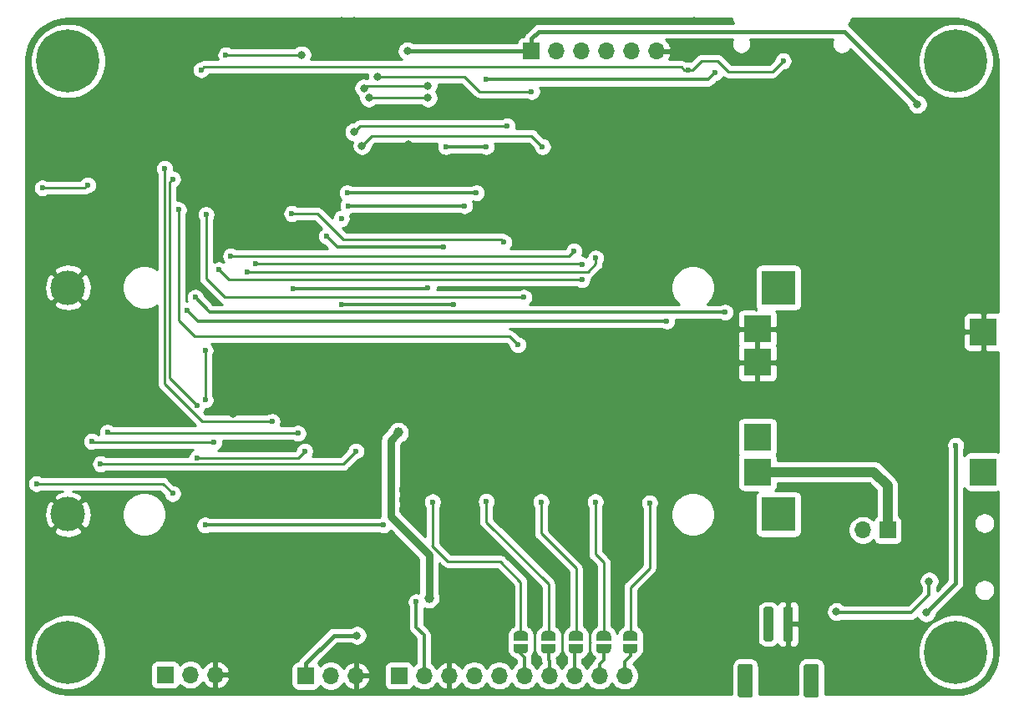
<source format=gbr>
G04 #@! TF.GenerationSoftware,KiCad,Pcbnew,(5.1.5-0-10_14)*
G04 #@! TF.CreationDate,2020-04-19T20:25:50+02:00*
G04 #@! TF.ProjectId,inuk-base,696e756b-2d62-4617-9365-2e6b69636164,rev?*
G04 #@! TF.SameCoordinates,Original*
G04 #@! TF.FileFunction,Copper,L2,Bot*
G04 #@! TF.FilePolarity,Positive*
%FSLAX46Y46*%
G04 Gerber Fmt 4.6, Leading zero omitted, Abs format (unit mm)*
G04 Created by KiCad (PCBNEW (5.1.5-0-10_14)) date 2020-04-19 20:25:50*
%MOMM*%
%LPD*%
G04 APERTURE LIST*
%ADD10O,1.700000X1.700000*%
%ADD11R,1.700000X1.700000*%
%ADD12C,0.100000*%
%ADD13R,2.800000X2.800000*%
%ADD14C,0.800000*%
%ADD15C,6.400000*%
%ADD16R,3.500000X3.500000*%
%ADD17C,3.500000*%
%ADD18C,0.600000*%
%ADD19C,1.000000*%
%ADD20C,0.300000*%
%ADD21C,0.250000*%
%ADD22C,0.400000*%
%ADD23C,0.800000*%
%ADD24C,1.000000*%
%ADD25C,0.254000*%
G04 APERTURE END LIST*
D10*
X96090000Y-142390000D03*
X98630000Y-142390000D03*
D11*
X93550000Y-142390000D03*
D10*
X101170000Y-142390000D03*
X103710000Y-142390000D03*
X106250000Y-142390000D03*
X108790000Y-142390000D03*
X111330000Y-142390000D03*
X113870000Y-142390000D03*
X116410000Y-142390000D03*
G04 #@! TA.AperFunction,SMDPad,CuDef*
D12*
G36*
X129174504Y-141201204D02*
G01*
X129198773Y-141204804D01*
X129222571Y-141210765D01*
X129245671Y-141219030D01*
X129267849Y-141229520D01*
X129288893Y-141242133D01*
X129308598Y-141256747D01*
X129326777Y-141273223D01*
X129343253Y-141291402D01*
X129357867Y-141311107D01*
X129370480Y-141332151D01*
X129380970Y-141354329D01*
X129389235Y-141377429D01*
X129395196Y-141401227D01*
X129398796Y-141425496D01*
X129400000Y-141450000D01*
X129400000Y-144350000D01*
X129398796Y-144374504D01*
X129395196Y-144398773D01*
X129389235Y-144422571D01*
X129380970Y-144445671D01*
X129370480Y-144467849D01*
X129357867Y-144488893D01*
X129343253Y-144508598D01*
X129326777Y-144526777D01*
X129308598Y-144543253D01*
X129288893Y-144557867D01*
X129267849Y-144570480D01*
X129245671Y-144580970D01*
X129222571Y-144589235D01*
X129198773Y-144595196D01*
X129174504Y-144598796D01*
X129150000Y-144600000D01*
X128150000Y-144600000D01*
X128125496Y-144598796D01*
X128101227Y-144595196D01*
X128077429Y-144589235D01*
X128054329Y-144580970D01*
X128032151Y-144570480D01*
X128011107Y-144557867D01*
X127991402Y-144543253D01*
X127973223Y-144526777D01*
X127956747Y-144508598D01*
X127942133Y-144488893D01*
X127929520Y-144467849D01*
X127919030Y-144445671D01*
X127910765Y-144422571D01*
X127904804Y-144398773D01*
X127901204Y-144374504D01*
X127900000Y-144350000D01*
X127900000Y-141450000D01*
X127901204Y-141425496D01*
X127904804Y-141401227D01*
X127910765Y-141377429D01*
X127919030Y-141354329D01*
X127929520Y-141332151D01*
X127942133Y-141311107D01*
X127956747Y-141291402D01*
X127973223Y-141273223D01*
X127991402Y-141256747D01*
X128011107Y-141242133D01*
X128032151Y-141229520D01*
X128054329Y-141219030D01*
X128077429Y-141210765D01*
X128101227Y-141204804D01*
X128125496Y-141201204D01*
X128150000Y-141200000D01*
X129150000Y-141200000D01*
X129174504Y-141201204D01*
G37*
G04 #@! TD.AperFunction*
G04 #@! TA.AperFunction,SMDPad,CuDef*
G36*
X135874504Y-141201204D02*
G01*
X135898773Y-141204804D01*
X135922571Y-141210765D01*
X135945671Y-141219030D01*
X135967849Y-141229520D01*
X135988893Y-141242133D01*
X136008598Y-141256747D01*
X136026777Y-141273223D01*
X136043253Y-141291402D01*
X136057867Y-141311107D01*
X136070480Y-141332151D01*
X136080970Y-141354329D01*
X136089235Y-141377429D01*
X136095196Y-141401227D01*
X136098796Y-141425496D01*
X136100000Y-141450000D01*
X136100000Y-144350000D01*
X136098796Y-144374504D01*
X136095196Y-144398773D01*
X136089235Y-144422571D01*
X136080970Y-144445671D01*
X136070480Y-144467849D01*
X136057867Y-144488893D01*
X136043253Y-144508598D01*
X136026777Y-144526777D01*
X136008598Y-144543253D01*
X135988893Y-144557867D01*
X135967849Y-144570480D01*
X135945671Y-144580970D01*
X135922571Y-144589235D01*
X135898773Y-144595196D01*
X135874504Y-144598796D01*
X135850000Y-144600000D01*
X134850000Y-144600000D01*
X134825496Y-144598796D01*
X134801227Y-144595196D01*
X134777429Y-144589235D01*
X134754329Y-144580970D01*
X134732151Y-144570480D01*
X134711107Y-144557867D01*
X134691402Y-144543253D01*
X134673223Y-144526777D01*
X134656747Y-144508598D01*
X134642133Y-144488893D01*
X134629520Y-144467849D01*
X134619030Y-144445671D01*
X134610765Y-144422571D01*
X134604804Y-144398773D01*
X134601204Y-144374504D01*
X134600000Y-144350000D01*
X134600000Y-141450000D01*
X134601204Y-141425496D01*
X134604804Y-141401227D01*
X134610765Y-141377429D01*
X134619030Y-141354329D01*
X134629520Y-141332151D01*
X134642133Y-141311107D01*
X134656747Y-141291402D01*
X134673223Y-141273223D01*
X134691402Y-141256747D01*
X134711107Y-141242133D01*
X134732151Y-141229520D01*
X134754329Y-141219030D01*
X134777429Y-141210765D01*
X134801227Y-141204804D01*
X134825496Y-141201204D01*
X134850000Y-141200000D01*
X135850000Y-141200000D01*
X135874504Y-141201204D01*
G37*
G04 #@! TD.AperFunction*
G04 #@! TA.AperFunction,SMDPad,CuDef*
G36*
X131274504Y-135401204D02*
G01*
X131298773Y-135404804D01*
X131322571Y-135410765D01*
X131345671Y-135419030D01*
X131367849Y-135429520D01*
X131388893Y-135442133D01*
X131408598Y-135456747D01*
X131426777Y-135473223D01*
X131443253Y-135491402D01*
X131457867Y-135511107D01*
X131470480Y-135532151D01*
X131480970Y-135554329D01*
X131489235Y-135577429D01*
X131495196Y-135601227D01*
X131498796Y-135625496D01*
X131500000Y-135650000D01*
X131500000Y-138650000D01*
X131498796Y-138674504D01*
X131495196Y-138698773D01*
X131489235Y-138722571D01*
X131480970Y-138745671D01*
X131470480Y-138767849D01*
X131457867Y-138788893D01*
X131443253Y-138808598D01*
X131426777Y-138826777D01*
X131408598Y-138843253D01*
X131388893Y-138857867D01*
X131367849Y-138870480D01*
X131345671Y-138880970D01*
X131322571Y-138889235D01*
X131298773Y-138895196D01*
X131274504Y-138898796D01*
X131250000Y-138900000D01*
X130750000Y-138900000D01*
X130725496Y-138898796D01*
X130701227Y-138895196D01*
X130677429Y-138889235D01*
X130654329Y-138880970D01*
X130632151Y-138870480D01*
X130611107Y-138857867D01*
X130591402Y-138843253D01*
X130573223Y-138826777D01*
X130556747Y-138808598D01*
X130542133Y-138788893D01*
X130529520Y-138767849D01*
X130519030Y-138745671D01*
X130510765Y-138722571D01*
X130504804Y-138698773D01*
X130501204Y-138674504D01*
X130500000Y-138650000D01*
X130500000Y-135650000D01*
X130501204Y-135625496D01*
X130504804Y-135601227D01*
X130510765Y-135577429D01*
X130519030Y-135554329D01*
X130529520Y-135532151D01*
X130542133Y-135511107D01*
X130556747Y-135491402D01*
X130573223Y-135473223D01*
X130591402Y-135456747D01*
X130611107Y-135442133D01*
X130632151Y-135429520D01*
X130654329Y-135419030D01*
X130677429Y-135410765D01*
X130701227Y-135404804D01*
X130725496Y-135401204D01*
X130750000Y-135400000D01*
X131250000Y-135400000D01*
X131274504Y-135401204D01*
G37*
G04 #@! TD.AperFunction*
G04 #@! TA.AperFunction,SMDPad,CuDef*
G36*
X133274504Y-135401204D02*
G01*
X133298773Y-135404804D01*
X133322571Y-135410765D01*
X133345671Y-135419030D01*
X133367849Y-135429520D01*
X133388893Y-135442133D01*
X133408598Y-135456747D01*
X133426777Y-135473223D01*
X133443253Y-135491402D01*
X133457867Y-135511107D01*
X133470480Y-135532151D01*
X133480970Y-135554329D01*
X133489235Y-135577429D01*
X133495196Y-135601227D01*
X133498796Y-135625496D01*
X133500000Y-135650000D01*
X133500000Y-138650000D01*
X133498796Y-138674504D01*
X133495196Y-138698773D01*
X133489235Y-138722571D01*
X133480970Y-138745671D01*
X133470480Y-138767849D01*
X133457867Y-138788893D01*
X133443253Y-138808598D01*
X133426777Y-138826777D01*
X133408598Y-138843253D01*
X133388893Y-138857867D01*
X133367849Y-138870480D01*
X133345671Y-138880970D01*
X133322571Y-138889235D01*
X133298773Y-138895196D01*
X133274504Y-138898796D01*
X133250000Y-138900000D01*
X132750000Y-138900000D01*
X132725496Y-138898796D01*
X132701227Y-138895196D01*
X132677429Y-138889235D01*
X132654329Y-138880970D01*
X132632151Y-138870480D01*
X132611107Y-138857867D01*
X132591402Y-138843253D01*
X132573223Y-138826777D01*
X132556747Y-138808598D01*
X132542133Y-138788893D01*
X132529520Y-138767849D01*
X132519030Y-138745671D01*
X132510765Y-138722571D01*
X132504804Y-138698773D01*
X132501204Y-138674504D01*
X132500000Y-138650000D01*
X132500000Y-135650000D01*
X132501204Y-135625496D01*
X132504804Y-135601227D01*
X132510765Y-135577429D01*
X132519030Y-135554329D01*
X132529520Y-135532151D01*
X132542133Y-135511107D01*
X132556747Y-135491402D01*
X132573223Y-135473223D01*
X132591402Y-135456747D01*
X132611107Y-135442133D01*
X132632151Y-135429520D01*
X132654329Y-135419030D01*
X132677429Y-135410765D01*
X132701227Y-135404804D01*
X132725496Y-135401204D01*
X132750000Y-135400000D01*
X133250000Y-135400000D01*
X133274504Y-135401204D01*
G37*
G04 #@! TD.AperFunction*
D10*
X140560000Y-127600000D03*
D11*
X143100000Y-127600000D03*
D10*
X89180000Y-142400000D03*
X86640000Y-142400000D03*
D11*
X84100000Y-142400000D03*
D10*
X74940000Y-142300000D03*
X72400000Y-142300000D03*
D11*
X69860000Y-142300000D03*
D13*
X129900000Y-110600000D03*
X129900000Y-118200000D03*
X129900000Y-107200000D03*
X129900000Y-121700000D03*
X152800000Y-107500000D03*
X152800000Y-121700000D03*
G04 #@! TA.AperFunction,SMDPad,CuDef*
D12*
G36*
X117749398Y-139650000D02*
G01*
X117749398Y-139674534D01*
X117744588Y-139723365D01*
X117735016Y-139771490D01*
X117720772Y-139818445D01*
X117701995Y-139863778D01*
X117678864Y-139907051D01*
X117651604Y-139947850D01*
X117620476Y-139985779D01*
X117585779Y-140020476D01*
X117547850Y-140051604D01*
X117507051Y-140078864D01*
X117463778Y-140101995D01*
X117418445Y-140120772D01*
X117371490Y-140135016D01*
X117323365Y-140144588D01*
X117274534Y-140149398D01*
X117250000Y-140149398D01*
X117250000Y-140150000D01*
X116750000Y-140150000D01*
X116750000Y-140149398D01*
X116725466Y-140149398D01*
X116676635Y-140144588D01*
X116628510Y-140135016D01*
X116581555Y-140120772D01*
X116536222Y-140101995D01*
X116492949Y-140078864D01*
X116452150Y-140051604D01*
X116414221Y-140020476D01*
X116379524Y-139985779D01*
X116348396Y-139947850D01*
X116321136Y-139907051D01*
X116298005Y-139863778D01*
X116279228Y-139818445D01*
X116264984Y-139771490D01*
X116255412Y-139723365D01*
X116250602Y-139674534D01*
X116250602Y-139650000D01*
X116250000Y-139650000D01*
X116250000Y-139150000D01*
X117750000Y-139150000D01*
X117750000Y-139650000D01*
X117749398Y-139650000D01*
G37*
G04 #@! TD.AperFunction*
G04 #@! TA.AperFunction,SMDPad,CuDef*
G36*
X116250000Y-138850000D02*
G01*
X116250000Y-138350000D01*
X116250602Y-138350000D01*
X116250602Y-138325466D01*
X116255412Y-138276635D01*
X116264984Y-138228510D01*
X116279228Y-138181555D01*
X116298005Y-138136222D01*
X116321136Y-138092949D01*
X116348396Y-138052150D01*
X116379524Y-138014221D01*
X116414221Y-137979524D01*
X116452150Y-137948396D01*
X116492949Y-137921136D01*
X116536222Y-137898005D01*
X116581555Y-137879228D01*
X116628510Y-137864984D01*
X116676635Y-137855412D01*
X116725466Y-137850602D01*
X116750000Y-137850602D01*
X116750000Y-137850000D01*
X117250000Y-137850000D01*
X117250000Y-137850602D01*
X117274534Y-137850602D01*
X117323365Y-137855412D01*
X117371490Y-137864984D01*
X117418445Y-137879228D01*
X117463778Y-137898005D01*
X117507051Y-137921136D01*
X117547850Y-137948396D01*
X117585779Y-137979524D01*
X117620476Y-138014221D01*
X117651604Y-138052150D01*
X117678864Y-138092949D01*
X117701995Y-138136222D01*
X117720772Y-138181555D01*
X117735016Y-138228510D01*
X117744588Y-138276635D01*
X117749398Y-138325466D01*
X117749398Y-138350000D01*
X117750000Y-138350000D01*
X117750000Y-138850000D01*
X116250000Y-138850000D01*
G37*
G04 #@! TD.AperFunction*
G04 #@! TA.AperFunction,SMDPad,CuDef*
G36*
X115049398Y-139650000D02*
G01*
X115049398Y-139674534D01*
X115044588Y-139723365D01*
X115035016Y-139771490D01*
X115020772Y-139818445D01*
X115001995Y-139863778D01*
X114978864Y-139907051D01*
X114951604Y-139947850D01*
X114920476Y-139985779D01*
X114885779Y-140020476D01*
X114847850Y-140051604D01*
X114807051Y-140078864D01*
X114763778Y-140101995D01*
X114718445Y-140120772D01*
X114671490Y-140135016D01*
X114623365Y-140144588D01*
X114574534Y-140149398D01*
X114550000Y-140149398D01*
X114550000Y-140150000D01*
X114050000Y-140150000D01*
X114050000Y-140149398D01*
X114025466Y-140149398D01*
X113976635Y-140144588D01*
X113928510Y-140135016D01*
X113881555Y-140120772D01*
X113836222Y-140101995D01*
X113792949Y-140078864D01*
X113752150Y-140051604D01*
X113714221Y-140020476D01*
X113679524Y-139985779D01*
X113648396Y-139947850D01*
X113621136Y-139907051D01*
X113598005Y-139863778D01*
X113579228Y-139818445D01*
X113564984Y-139771490D01*
X113555412Y-139723365D01*
X113550602Y-139674534D01*
X113550602Y-139650000D01*
X113550000Y-139650000D01*
X113550000Y-139150000D01*
X115050000Y-139150000D01*
X115050000Y-139650000D01*
X115049398Y-139650000D01*
G37*
G04 #@! TD.AperFunction*
G04 #@! TA.AperFunction,SMDPad,CuDef*
G36*
X113550000Y-138850000D02*
G01*
X113550000Y-138350000D01*
X113550602Y-138350000D01*
X113550602Y-138325466D01*
X113555412Y-138276635D01*
X113564984Y-138228510D01*
X113579228Y-138181555D01*
X113598005Y-138136222D01*
X113621136Y-138092949D01*
X113648396Y-138052150D01*
X113679524Y-138014221D01*
X113714221Y-137979524D01*
X113752150Y-137948396D01*
X113792949Y-137921136D01*
X113836222Y-137898005D01*
X113881555Y-137879228D01*
X113928510Y-137864984D01*
X113976635Y-137855412D01*
X114025466Y-137850602D01*
X114050000Y-137850602D01*
X114050000Y-137850000D01*
X114550000Y-137850000D01*
X114550000Y-137850602D01*
X114574534Y-137850602D01*
X114623365Y-137855412D01*
X114671490Y-137864984D01*
X114718445Y-137879228D01*
X114763778Y-137898005D01*
X114807051Y-137921136D01*
X114847850Y-137948396D01*
X114885779Y-137979524D01*
X114920476Y-138014221D01*
X114951604Y-138052150D01*
X114978864Y-138092949D01*
X115001995Y-138136222D01*
X115020772Y-138181555D01*
X115035016Y-138228510D01*
X115044588Y-138276635D01*
X115049398Y-138325466D01*
X115049398Y-138350000D01*
X115050000Y-138350000D01*
X115050000Y-138850000D01*
X113550000Y-138850000D01*
G37*
G04 #@! TD.AperFunction*
G04 #@! TA.AperFunction,SMDPad,CuDef*
G36*
X112249398Y-139650000D02*
G01*
X112249398Y-139674534D01*
X112244588Y-139723365D01*
X112235016Y-139771490D01*
X112220772Y-139818445D01*
X112201995Y-139863778D01*
X112178864Y-139907051D01*
X112151604Y-139947850D01*
X112120476Y-139985779D01*
X112085779Y-140020476D01*
X112047850Y-140051604D01*
X112007051Y-140078864D01*
X111963778Y-140101995D01*
X111918445Y-140120772D01*
X111871490Y-140135016D01*
X111823365Y-140144588D01*
X111774534Y-140149398D01*
X111750000Y-140149398D01*
X111750000Y-140150000D01*
X111250000Y-140150000D01*
X111250000Y-140149398D01*
X111225466Y-140149398D01*
X111176635Y-140144588D01*
X111128510Y-140135016D01*
X111081555Y-140120772D01*
X111036222Y-140101995D01*
X110992949Y-140078864D01*
X110952150Y-140051604D01*
X110914221Y-140020476D01*
X110879524Y-139985779D01*
X110848396Y-139947850D01*
X110821136Y-139907051D01*
X110798005Y-139863778D01*
X110779228Y-139818445D01*
X110764984Y-139771490D01*
X110755412Y-139723365D01*
X110750602Y-139674534D01*
X110750602Y-139650000D01*
X110750000Y-139650000D01*
X110750000Y-139150000D01*
X112250000Y-139150000D01*
X112250000Y-139650000D01*
X112249398Y-139650000D01*
G37*
G04 #@! TD.AperFunction*
G04 #@! TA.AperFunction,SMDPad,CuDef*
G36*
X110750000Y-138850000D02*
G01*
X110750000Y-138350000D01*
X110750602Y-138350000D01*
X110750602Y-138325466D01*
X110755412Y-138276635D01*
X110764984Y-138228510D01*
X110779228Y-138181555D01*
X110798005Y-138136222D01*
X110821136Y-138092949D01*
X110848396Y-138052150D01*
X110879524Y-138014221D01*
X110914221Y-137979524D01*
X110952150Y-137948396D01*
X110992949Y-137921136D01*
X111036222Y-137898005D01*
X111081555Y-137879228D01*
X111128510Y-137864984D01*
X111176635Y-137855412D01*
X111225466Y-137850602D01*
X111250000Y-137850602D01*
X111250000Y-137850000D01*
X111750000Y-137850000D01*
X111750000Y-137850602D01*
X111774534Y-137850602D01*
X111823365Y-137855412D01*
X111871490Y-137864984D01*
X111918445Y-137879228D01*
X111963778Y-137898005D01*
X112007051Y-137921136D01*
X112047850Y-137948396D01*
X112085779Y-137979524D01*
X112120476Y-138014221D01*
X112151604Y-138052150D01*
X112178864Y-138092949D01*
X112201995Y-138136222D01*
X112220772Y-138181555D01*
X112235016Y-138228510D01*
X112244588Y-138276635D01*
X112249398Y-138325466D01*
X112249398Y-138350000D01*
X112250000Y-138350000D01*
X112250000Y-138850000D01*
X110750000Y-138850000D01*
G37*
G04 #@! TD.AperFunction*
G04 #@! TA.AperFunction,SMDPad,CuDef*
G36*
X109449398Y-139650000D02*
G01*
X109449398Y-139674534D01*
X109444588Y-139723365D01*
X109435016Y-139771490D01*
X109420772Y-139818445D01*
X109401995Y-139863778D01*
X109378864Y-139907051D01*
X109351604Y-139947850D01*
X109320476Y-139985779D01*
X109285779Y-140020476D01*
X109247850Y-140051604D01*
X109207051Y-140078864D01*
X109163778Y-140101995D01*
X109118445Y-140120772D01*
X109071490Y-140135016D01*
X109023365Y-140144588D01*
X108974534Y-140149398D01*
X108950000Y-140149398D01*
X108950000Y-140150000D01*
X108450000Y-140150000D01*
X108450000Y-140149398D01*
X108425466Y-140149398D01*
X108376635Y-140144588D01*
X108328510Y-140135016D01*
X108281555Y-140120772D01*
X108236222Y-140101995D01*
X108192949Y-140078864D01*
X108152150Y-140051604D01*
X108114221Y-140020476D01*
X108079524Y-139985779D01*
X108048396Y-139947850D01*
X108021136Y-139907051D01*
X107998005Y-139863778D01*
X107979228Y-139818445D01*
X107964984Y-139771490D01*
X107955412Y-139723365D01*
X107950602Y-139674534D01*
X107950602Y-139650000D01*
X107950000Y-139650000D01*
X107950000Y-139150000D01*
X109450000Y-139150000D01*
X109450000Y-139650000D01*
X109449398Y-139650000D01*
G37*
G04 #@! TD.AperFunction*
G04 #@! TA.AperFunction,SMDPad,CuDef*
G36*
X107950000Y-138850000D02*
G01*
X107950000Y-138350000D01*
X107950602Y-138350000D01*
X107950602Y-138325466D01*
X107955412Y-138276635D01*
X107964984Y-138228510D01*
X107979228Y-138181555D01*
X107998005Y-138136222D01*
X108021136Y-138092949D01*
X108048396Y-138052150D01*
X108079524Y-138014221D01*
X108114221Y-137979524D01*
X108152150Y-137948396D01*
X108192949Y-137921136D01*
X108236222Y-137898005D01*
X108281555Y-137879228D01*
X108328510Y-137864984D01*
X108376635Y-137855412D01*
X108425466Y-137850602D01*
X108450000Y-137850602D01*
X108450000Y-137850000D01*
X108950000Y-137850000D01*
X108950000Y-137850602D01*
X108974534Y-137850602D01*
X109023365Y-137855412D01*
X109071490Y-137864984D01*
X109118445Y-137879228D01*
X109163778Y-137898005D01*
X109207051Y-137921136D01*
X109247850Y-137948396D01*
X109285779Y-137979524D01*
X109320476Y-138014221D01*
X109351604Y-138052150D01*
X109378864Y-138092949D01*
X109401995Y-138136222D01*
X109420772Y-138181555D01*
X109435016Y-138228510D01*
X109444588Y-138276635D01*
X109449398Y-138325466D01*
X109449398Y-138350000D01*
X109450000Y-138350000D01*
X109450000Y-138850000D01*
X107950000Y-138850000D01*
G37*
G04 #@! TD.AperFunction*
G04 #@! TA.AperFunction,SMDPad,CuDef*
G36*
X106649398Y-139650000D02*
G01*
X106649398Y-139674534D01*
X106644588Y-139723365D01*
X106635016Y-139771490D01*
X106620772Y-139818445D01*
X106601995Y-139863778D01*
X106578864Y-139907051D01*
X106551604Y-139947850D01*
X106520476Y-139985779D01*
X106485779Y-140020476D01*
X106447850Y-140051604D01*
X106407051Y-140078864D01*
X106363778Y-140101995D01*
X106318445Y-140120772D01*
X106271490Y-140135016D01*
X106223365Y-140144588D01*
X106174534Y-140149398D01*
X106150000Y-140149398D01*
X106150000Y-140150000D01*
X105650000Y-140150000D01*
X105650000Y-140149398D01*
X105625466Y-140149398D01*
X105576635Y-140144588D01*
X105528510Y-140135016D01*
X105481555Y-140120772D01*
X105436222Y-140101995D01*
X105392949Y-140078864D01*
X105352150Y-140051604D01*
X105314221Y-140020476D01*
X105279524Y-139985779D01*
X105248396Y-139947850D01*
X105221136Y-139907051D01*
X105198005Y-139863778D01*
X105179228Y-139818445D01*
X105164984Y-139771490D01*
X105155412Y-139723365D01*
X105150602Y-139674534D01*
X105150602Y-139650000D01*
X105150000Y-139650000D01*
X105150000Y-139150000D01*
X106650000Y-139150000D01*
X106650000Y-139650000D01*
X106649398Y-139650000D01*
G37*
G04 #@! TD.AperFunction*
G04 #@! TA.AperFunction,SMDPad,CuDef*
G36*
X105150000Y-138850000D02*
G01*
X105150000Y-138350000D01*
X105150602Y-138350000D01*
X105150602Y-138325466D01*
X105155412Y-138276635D01*
X105164984Y-138228510D01*
X105179228Y-138181555D01*
X105198005Y-138136222D01*
X105221136Y-138092949D01*
X105248396Y-138052150D01*
X105279524Y-138014221D01*
X105314221Y-137979524D01*
X105352150Y-137948396D01*
X105392949Y-137921136D01*
X105436222Y-137898005D01*
X105481555Y-137879228D01*
X105528510Y-137864984D01*
X105576635Y-137855412D01*
X105625466Y-137850602D01*
X105650000Y-137850602D01*
X105650000Y-137850000D01*
X106150000Y-137850000D01*
X106150000Y-137850602D01*
X106174534Y-137850602D01*
X106223365Y-137855412D01*
X106271490Y-137864984D01*
X106318445Y-137879228D01*
X106363778Y-137898005D01*
X106407051Y-137921136D01*
X106447850Y-137948396D01*
X106485779Y-137979524D01*
X106520476Y-138014221D01*
X106551604Y-138052150D01*
X106578864Y-138092949D01*
X106601995Y-138136222D01*
X106620772Y-138181555D01*
X106635016Y-138228510D01*
X106644588Y-138276635D01*
X106649398Y-138325466D01*
X106649398Y-138350000D01*
X106650000Y-138350000D01*
X106650000Y-138850000D01*
X105150000Y-138850000D01*
G37*
G04 #@! TD.AperFunction*
D14*
X151697056Y-138302944D03*
X150000000Y-137600000D03*
X148302944Y-138302944D03*
X147600000Y-140000000D03*
X148302944Y-141697056D03*
X150000000Y-142400000D03*
X151697056Y-141697056D03*
X152400000Y-140000000D03*
D15*
X150000000Y-140000000D03*
D14*
X151697056Y-78302944D03*
X150000000Y-77600000D03*
X148302944Y-78302944D03*
X147600000Y-80000000D03*
X148302944Y-81697056D03*
X150000000Y-82400000D03*
X151697056Y-81697056D03*
X152400000Y-80000000D03*
D15*
X150000000Y-80000000D03*
D14*
X61697056Y-78302944D03*
X60000000Y-77600000D03*
X58302944Y-78302944D03*
X57600000Y-80000000D03*
X58302944Y-81697056D03*
X60000000Y-82400000D03*
X61697056Y-81697056D03*
X62400000Y-80000000D03*
D15*
X60000000Y-80000000D03*
D14*
X61697056Y-138302944D03*
X60000000Y-137600000D03*
X58302944Y-138302944D03*
X57600000Y-140000000D03*
X58302944Y-141697056D03*
X60000000Y-142400000D03*
X61697056Y-141697056D03*
X62400000Y-140000000D03*
D15*
X60000000Y-140000000D03*
D16*
X132000000Y-126000000D03*
D17*
X60000000Y-126000000D03*
D16*
X132000000Y-103000000D03*
D17*
X60000000Y-103000000D03*
D10*
X119700000Y-79000000D03*
X117160000Y-79000000D03*
X114620000Y-79000000D03*
X112080000Y-79000000D03*
X109540000Y-79000000D03*
D11*
X107000000Y-79000000D03*
D18*
X125600000Y-81200000D03*
X102400000Y-88700000D03*
X98300000Y-88700000D03*
X102400000Y-81900002D03*
D14*
X76700000Y-115850000D03*
X76700000Y-114500000D03*
X65200000Y-114150000D03*
X65200000Y-115500000D03*
X65200000Y-110650000D03*
X65200000Y-112000000D03*
X66400000Y-107600000D03*
X66400000Y-108800000D03*
X66300000Y-76050000D03*
X65000000Y-76050000D03*
X66300000Y-77400000D03*
X65000000Y-77400000D03*
X87700000Y-77300000D03*
X89000000Y-77300000D03*
X87700000Y-75950000D03*
X89000000Y-75950000D03*
X137300000Y-130300000D03*
X138650000Y-130300000D03*
X138400000Y-140100000D03*
X144000000Y-100550000D03*
X144000000Y-101550000D03*
X148400000Y-101550000D03*
X148400000Y-100550000D03*
X147300000Y-101550000D03*
X147300000Y-100550000D03*
X145100000Y-101550000D03*
X145100000Y-100550000D03*
X146200000Y-101550000D03*
X146200000Y-100550000D03*
D18*
X110350000Y-124550000D03*
X111850000Y-121850000D03*
X110350000Y-125550000D03*
X110950000Y-120850000D03*
X110950000Y-121850000D03*
X110350000Y-123550000D03*
X115850000Y-124550000D03*
X117350000Y-121850000D03*
X115850000Y-125550000D03*
X116450000Y-120850000D03*
X116450000Y-121850000D03*
X115850000Y-123550000D03*
X93850000Y-124550000D03*
X95350000Y-121850000D03*
X93850000Y-125550000D03*
X94450000Y-120850000D03*
X94450000Y-121850000D03*
X93850000Y-123550000D03*
X99350000Y-124550000D03*
X100850000Y-121850000D03*
X99350000Y-125550000D03*
X99950000Y-120850000D03*
X99950000Y-121850000D03*
X99350000Y-123550000D03*
X104850000Y-125550000D03*
X104850000Y-124550000D03*
X104850000Y-123550000D03*
X106350000Y-121850000D03*
X105450000Y-121850000D03*
X105450000Y-120850000D03*
D14*
X138400000Y-139100000D03*
X138400000Y-141200000D03*
X137300000Y-131300000D03*
X138650000Y-131300000D03*
X88450000Y-133350000D03*
X94500000Y-88500000D03*
D18*
X120700000Y-115500000D03*
X133400000Y-99000000D03*
X128800000Y-98800000D03*
D14*
X66600000Y-140300000D03*
X67300000Y-138500000D03*
X80100000Y-140000000D03*
X79100000Y-133400000D03*
D18*
X75700000Y-109700000D03*
X82600000Y-109700000D03*
X125600000Y-116200000D03*
X56100000Y-90700000D03*
X55900000Y-84600000D03*
D14*
X66200000Y-96800000D03*
X132600000Y-78600000D03*
X134200000Y-78600000D03*
X123500000Y-75900000D03*
X90500000Y-83750000D03*
X96500000Y-83750000D03*
X96500000Y-82500000D03*
X90000182Y-82755010D03*
X147000000Y-136000000D03*
X94400000Y-79000000D03*
D18*
X150000000Y-119000000D03*
D14*
X146100000Y-84400000D03*
D18*
X106200000Y-104000000D03*
X74000000Y-95600000D03*
X76000000Y-79400000D03*
D14*
X83700000Y-79400000D03*
D18*
X104200000Y-98400000D03*
X82700000Y-95500000D03*
X107000000Y-83100000D03*
D14*
X91400000Y-81599996D03*
X89000000Y-87200000D03*
D18*
X104500000Y-86600000D03*
D14*
X89800000Y-88600000D03*
D18*
X108100000Y-88700000D03*
X74800000Y-118700000D03*
X62400000Y-118599998D03*
X105600000Y-108800000D03*
X71200002Y-95100000D03*
X132500000Y-80000000D03*
X73500000Y-80900000D03*
X122900000Y-80899994D03*
X76500000Y-99800000D03*
X111300000Y-99300000D03*
X79000000Y-100600000D03*
X112100000Y-100700000D03*
X112100000Y-102200000D03*
X75300000Y-101200000D03*
X78200000Y-101400000D03*
X113500000Y-100000000D03*
X120700000Y-106400000D03*
X72100000Y-105300000D03*
D14*
X131000000Y-135900000D03*
X131000000Y-138000000D03*
X131000000Y-136900000D03*
D19*
X93500000Y-117700000D03*
X96600000Y-134500000D03*
D18*
X126600000Y-105500000D03*
X72900000Y-104000000D03*
X96950000Y-124750000D03*
X102400000Y-124700000D03*
X107950000Y-124750000D03*
X113450000Y-124750000D03*
X118950000Y-124850000D03*
D14*
X89300000Y-138300000D03*
D18*
X73900000Y-127100000D03*
X92000000Y-127100000D03*
X73900000Y-114400000D03*
X73900000Y-109399998D03*
X95300000Y-134900000D03*
X82800000Y-103100000D03*
X96500000Y-103000000D03*
X98100000Y-98900000D03*
X86200000Y-97800000D03*
X87700000Y-96000000D03*
X99100000Y-104700000D03*
X87700000Y-104700000D03*
X88400000Y-94700000D03*
X100200000Y-94700000D03*
X88300000Y-93400000D03*
X101400000Y-93400000D03*
D14*
X147300000Y-132800000D03*
X137900000Y-135900000D03*
D18*
X70600000Y-123900000D03*
X56800000Y-122900000D03*
X57400000Y-92900000D03*
X62000000Y-92600000D03*
X83300000Y-117800000D03*
X64000000Y-117700000D03*
X69800000Y-90900000D03*
X80699996Y-116600000D03*
X70600000Y-92000000D03*
X73100000Y-115000000D03*
X84000000Y-119600000D03*
X73100000Y-120300000D03*
X89200000Y-119600000D03*
X63300000Y-120900000D03*
D20*
X102400000Y-88700000D02*
X98300000Y-88700000D01*
X125600000Y-81200000D02*
X124899998Y-81900002D01*
X124899998Y-81900002D02*
X102824264Y-81900002D01*
X102824264Y-81900002D02*
X102400000Y-81900002D01*
D21*
X90500000Y-83750000D02*
X96500000Y-83750000D01*
X96500000Y-82500000D02*
X90255192Y-82500000D01*
X90255192Y-82500000D02*
X90000182Y-82755010D01*
D22*
X147000000Y-136000000D02*
X148800000Y-134200000D01*
X148800000Y-134200000D02*
X150000000Y-133000000D01*
X107000000Y-79000000D02*
X94400000Y-79000000D01*
X150000000Y-133000000D02*
X150000000Y-123600000D01*
X150000000Y-119000000D02*
X150000000Y-123600000D01*
X138700000Y-77000000D02*
X145700001Y-84000001D01*
X107750000Y-77000000D02*
X138700000Y-77000000D01*
X107000000Y-77750000D02*
X107750000Y-77000000D01*
X145700001Y-84000001D02*
X146100000Y-84400000D01*
X107000000Y-79000000D02*
X107000000Y-77750000D01*
D21*
X106200000Y-104000000D02*
X75900000Y-104000000D01*
X74000000Y-102100000D02*
X74000000Y-95600000D01*
X75900000Y-104000000D02*
X74000000Y-102100000D01*
X76000000Y-79400000D02*
X83700000Y-79400000D01*
X103900001Y-98100001D02*
X87900001Y-98100001D01*
X104200000Y-98400000D02*
X103900001Y-98100001D01*
X85300000Y-95500000D02*
X82700000Y-95500000D01*
X87900001Y-98100001D02*
X85300000Y-95500000D01*
X91965685Y-81599996D02*
X91400000Y-81599996D01*
X100199996Y-81599996D02*
X91965685Y-81599996D01*
X107000000Y-83100000D02*
X101700000Y-83100000D01*
X101700000Y-83100000D02*
X100199996Y-81599996D01*
X89600000Y-86600000D02*
X104500000Y-86600000D01*
X89000000Y-87200000D02*
X89600000Y-86600000D01*
X108100000Y-88700000D02*
X107000000Y-87600000D01*
X90800000Y-87600000D02*
X89800000Y-88600000D01*
X107000000Y-87600000D02*
X90800000Y-87600000D01*
X74800000Y-118700000D02*
X62500002Y-118700000D01*
X62500002Y-118700000D02*
X62400000Y-118599998D01*
X104748001Y-107948001D02*
X72848001Y-107948001D01*
X105600000Y-108800000D02*
X104748001Y-107948001D01*
X71200002Y-106300002D02*
X71200002Y-95524264D01*
X72848001Y-107948001D02*
X71200002Y-106300002D01*
X71200002Y-95524264D02*
X71200002Y-95100000D01*
X131400000Y-81100000D02*
X132500000Y-80000000D01*
X122900000Y-80899994D02*
X123324264Y-80899994D01*
X124224258Y-80000000D02*
X125874998Y-80000000D01*
X126974998Y-81100000D02*
X131400000Y-81100000D01*
X125874998Y-80000000D02*
X126974998Y-81100000D01*
X123324264Y-80899994D02*
X124224258Y-80000000D01*
X122475736Y-80899994D02*
X122900000Y-80899994D01*
X73500000Y-80900000D02*
X73799999Y-80600001D01*
X73799999Y-80600001D02*
X122175743Y-80600001D01*
X122175743Y-80600001D02*
X122475736Y-80899994D01*
X76500000Y-99800000D02*
X92400000Y-99800000D01*
X92400000Y-99800000D02*
X107700000Y-99800000D01*
X110800000Y-99800000D02*
X111300000Y-99300000D01*
X107700000Y-99800000D02*
X110800000Y-99800000D01*
X112000000Y-100600000D02*
X112100000Y-100700000D01*
X79000000Y-100600000D02*
X112000000Y-100600000D01*
X112100000Y-102200000D02*
X102100000Y-102200000D01*
X102100000Y-102200000D02*
X76300000Y-102200000D01*
X76300000Y-102200000D02*
X75300000Y-101200000D01*
X78200000Y-101400000D02*
X112325002Y-101400000D01*
X112325002Y-101400000D02*
X112700000Y-101400000D01*
X112700000Y-101400000D02*
X113500000Y-100600000D01*
X113500000Y-100600000D02*
X113500000Y-100000000D01*
D20*
X73200000Y-106400000D02*
X72100000Y-105300000D01*
X120700000Y-106400000D02*
X73200000Y-106400000D01*
D23*
X93500000Y-117700000D02*
X92700000Y-118500000D01*
X92700000Y-118500000D02*
X92700000Y-126200000D01*
X96600000Y-130100000D02*
X96600000Y-134500000D01*
X92700000Y-126200000D02*
X96600000Y-130100000D01*
D20*
X112700000Y-105500000D02*
X126600000Y-105500000D01*
X74400000Y-105500000D02*
X112700000Y-105500000D01*
X72900000Y-104000000D02*
X74400000Y-105500000D01*
X111330000Y-139820000D02*
X111500000Y-139650000D01*
X111330000Y-142390000D02*
X111330000Y-139820000D01*
X108790000Y-142390000D02*
X108790000Y-140890000D01*
X108700000Y-140800000D02*
X108700000Y-139650000D01*
X108790000Y-140890000D02*
X108700000Y-140800000D01*
X105900000Y-140150000D02*
X106250000Y-140500000D01*
X106250000Y-140500000D02*
X106250000Y-142390000D01*
X105900000Y-139650000D02*
X105900000Y-140150000D01*
D21*
X97000000Y-129200000D02*
X96950000Y-129150000D01*
X96950000Y-129150000D02*
X96950000Y-125174264D01*
X96950000Y-125174264D02*
X96950000Y-124750000D01*
X105900000Y-132900000D02*
X105900000Y-138350000D01*
X98500000Y-130800000D02*
X103800000Y-130800000D01*
X103800000Y-130800000D02*
X105900000Y-132900000D01*
X96900000Y-129200000D02*
X98500000Y-130800000D01*
X102400000Y-126800000D02*
X108700000Y-133100000D01*
X108700000Y-133100000D02*
X108700000Y-138350000D01*
X102400000Y-124700000D02*
X102400000Y-126800000D01*
X111500000Y-131500000D02*
X111500000Y-138350000D01*
X107950000Y-127950000D02*
X111500000Y-131500000D01*
X107950000Y-124750000D02*
X107950000Y-127950000D01*
D20*
X113870000Y-141230000D02*
X113870000Y-142390000D01*
X114300000Y-140800000D02*
X113870000Y-141230000D01*
X114300000Y-139650000D02*
X114300000Y-140800000D01*
D21*
X114300000Y-130900000D02*
X114300000Y-138350000D01*
X113450000Y-130050000D02*
X114300000Y-130900000D01*
X113450000Y-124750000D02*
X113450000Y-130050000D01*
D20*
X117000000Y-139650000D02*
X117000000Y-140400000D01*
X116410000Y-140990000D02*
X116410000Y-142390000D01*
X117000000Y-140400000D02*
X116410000Y-140990000D01*
D21*
X118950000Y-131450000D02*
X117000000Y-133400000D01*
X117000000Y-133400000D02*
X117000000Y-138350000D01*
X118950000Y-124850000D02*
X118950000Y-131450000D01*
D22*
X86950000Y-138300000D02*
X84100000Y-141150000D01*
X84100000Y-141150000D02*
X84100000Y-142400000D01*
X89300000Y-138300000D02*
X86950000Y-138300000D01*
D20*
X73900000Y-127100000D02*
X92000000Y-127100000D01*
D21*
X73900000Y-114400000D02*
X73900000Y-109399998D01*
D20*
X96090000Y-142390000D02*
X96090000Y-138290000D01*
X95300000Y-137500000D02*
X95300000Y-134900000D01*
X96090000Y-138290000D02*
X95300000Y-137500000D01*
X96400000Y-103100000D02*
X96500000Y-103000000D01*
X82800000Y-103100000D02*
X96400000Y-103100000D01*
X87300000Y-98900000D02*
X86200000Y-97800000D01*
X98100000Y-98900000D02*
X87300000Y-98900000D01*
X99100000Y-104700000D02*
X87700000Y-104700000D01*
X88400000Y-94700000D02*
X95900000Y-94700000D01*
X95900000Y-94700000D02*
X100200000Y-94700000D01*
X88300000Y-93400000D02*
X101400000Y-93400000D01*
D24*
X129900000Y-121700000D02*
X141700000Y-121700000D01*
X143100000Y-123100000D02*
X143100000Y-127600000D01*
X141700000Y-121700000D02*
X143100000Y-123100000D01*
D20*
X138000000Y-136000000D02*
X137900000Y-135900000D01*
X145500000Y-136000000D02*
X138000000Y-136000000D01*
X147300000Y-134200000D02*
X145500000Y-136000000D01*
X147300000Y-134200000D02*
X147300000Y-132800000D01*
D21*
X70600000Y-123900000D02*
X69600000Y-122900000D01*
X69600000Y-122900000D02*
X57400000Y-122900000D01*
X57400000Y-122900000D02*
X56800000Y-122900000D01*
X61700000Y-92900000D02*
X62000000Y-92600000D01*
X57400000Y-92900000D02*
X61700000Y-92900000D01*
X64100000Y-117800000D02*
X64000000Y-117700000D01*
X83300000Y-117800000D02*
X64100000Y-117800000D01*
X69800000Y-90900000D02*
X69800000Y-112800000D01*
X73600000Y-116600000D02*
X80275732Y-116600000D01*
X69800000Y-112800000D02*
X73600000Y-116600000D01*
X80275732Y-116600000D02*
X80699996Y-116600000D01*
X70300001Y-92299999D02*
X70300001Y-112200001D01*
X70300001Y-112200001D02*
X73100000Y-115000000D01*
X70600000Y-92000000D02*
X70300001Y-92299999D01*
X83300000Y-120300000D02*
X84000000Y-119600000D01*
X73100000Y-120300000D02*
X83300000Y-120300000D01*
X63325001Y-120925001D02*
X63300000Y-120900000D01*
X87874999Y-120925001D02*
X63325001Y-120925001D01*
X89200000Y-119600000D02*
X87874999Y-120925001D01*
D25*
G36*
X127278814Y-75819606D02*
G01*
X127354950Y-76003414D01*
X127462918Y-76165000D01*
X107791018Y-76165000D01*
X107749999Y-76160960D01*
X107670023Y-76168837D01*
X107586311Y-76177082D01*
X107428913Y-76224828D01*
X107283854Y-76302364D01*
X107156709Y-76406709D01*
X107130558Y-76438574D01*
X106438574Y-77130559D01*
X106406710Y-77156709D01*
X106336085Y-77242766D01*
X106302364Y-77283855D01*
X106224828Y-77428914D01*
X106199646Y-77511928D01*
X106150000Y-77511928D01*
X106025518Y-77524188D01*
X105905820Y-77560498D01*
X105795506Y-77619463D01*
X105698815Y-77698815D01*
X105619463Y-77795506D01*
X105560498Y-77905820D01*
X105524188Y-78025518D01*
X105511928Y-78150000D01*
X105511928Y-78165000D01*
X95013285Y-78165000D01*
X94890256Y-78082795D01*
X94701898Y-78004774D01*
X94501939Y-77965000D01*
X94298061Y-77965000D01*
X94098102Y-78004774D01*
X93909744Y-78082795D01*
X93740226Y-78196063D01*
X93596063Y-78340226D01*
X93482795Y-78509744D01*
X93404774Y-78698102D01*
X93365000Y-78898061D01*
X93365000Y-79101939D01*
X93404774Y-79301898D01*
X93482795Y-79490256D01*
X93596063Y-79659774D01*
X93740226Y-79803937D01*
X93794200Y-79840001D01*
X84638021Y-79840001D01*
X84695226Y-79701898D01*
X84735000Y-79501939D01*
X84735000Y-79298061D01*
X84695226Y-79098102D01*
X84617205Y-78909744D01*
X84503937Y-78740226D01*
X84359774Y-78596063D01*
X84190256Y-78482795D01*
X84001898Y-78404774D01*
X83801939Y-78365000D01*
X83598061Y-78365000D01*
X83398102Y-78404774D01*
X83209744Y-78482795D01*
X83040226Y-78596063D01*
X82996289Y-78640000D01*
X76545535Y-78640000D01*
X76442889Y-78571414D01*
X76272729Y-78500932D01*
X76092089Y-78465000D01*
X75907911Y-78465000D01*
X75727271Y-78500932D01*
X75557111Y-78571414D01*
X75403972Y-78673738D01*
X75273738Y-78803972D01*
X75171414Y-78957111D01*
X75100932Y-79127271D01*
X75065000Y-79307911D01*
X75065000Y-79492089D01*
X75100932Y-79672729D01*
X75170218Y-79840001D01*
X73837324Y-79840001D01*
X73799999Y-79836325D01*
X73762674Y-79840001D01*
X73762666Y-79840001D01*
X73651013Y-79850998D01*
X73507752Y-79894455D01*
X73375723Y-79965027D01*
X73365469Y-79973442D01*
X73227271Y-80000932D01*
X73057111Y-80071414D01*
X72903972Y-80173738D01*
X72773738Y-80303972D01*
X72671414Y-80457111D01*
X72600932Y-80627271D01*
X72565000Y-80807911D01*
X72565000Y-80992089D01*
X72600932Y-81172729D01*
X72671414Y-81342889D01*
X72773738Y-81496028D01*
X72903972Y-81626262D01*
X73057111Y-81728586D01*
X73227271Y-81799068D01*
X73407911Y-81835000D01*
X73592089Y-81835000D01*
X73772729Y-81799068D01*
X73942889Y-81728586D01*
X74096028Y-81626262D01*
X74226262Y-81496028D01*
X74317152Y-81360001D01*
X90392461Y-81360001D01*
X90365000Y-81498057D01*
X90365000Y-81701935D01*
X90372572Y-81740000D01*
X90292525Y-81740000D01*
X90255192Y-81736323D01*
X90217859Y-81740000D01*
X90207666Y-81741004D01*
X90102121Y-81720010D01*
X89898243Y-81720010D01*
X89698284Y-81759784D01*
X89509926Y-81837805D01*
X89340408Y-81951073D01*
X89196245Y-82095236D01*
X89082977Y-82264754D01*
X89004956Y-82453112D01*
X88965182Y-82653071D01*
X88965182Y-82856949D01*
X89004956Y-83056908D01*
X89082977Y-83245266D01*
X89196245Y-83414784D01*
X89340408Y-83558947D01*
X89466030Y-83642884D01*
X89465000Y-83648061D01*
X89465000Y-83851939D01*
X89504774Y-84051898D01*
X89582795Y-84240256D01*
X89696063Y-84409774D01*
X89840226Y-84553937D01*
X90009744Y-84667205D01*
X90198102Y-84745226D01*
X90398061Y-84785000D01*
X90601939Y-84785000D01*
X90801898Y-84745226D01*
X90990256Y-84667205D01*
X91159774Y-84553937D01*
X91203711Y-84510000D01*
X95796289Y-84510000D01*
X95840226Y-84553937D01*
X96009744Y-84667205D01*
X96198102Y-84745226D01*
X96398061Y-84785000D01*
X96601939Y-84785000D01*
X96801898Y-84745226D01*
X96990256Y-84667205D01*
X97159774Y-84553937D01*
X97303937Y-84409774D01*
X97417205Y-84240256D01*
X97495226Y-84051898D01*
X97535000Y-83851939D01*
X97535000Y-83648061D01*
X97495226Y-83448102D01*
X97417205Y-83259744D01*
X97327172Y-83125000D01*
X97417205Y-82990256D01*
X97495226Y-82801898D01*
X97535000Y-82601939D01*
X97535000Y-82398061D01*
X97527428Y-82359996D01*
X99885195Y-82359996D01*
X101136201Y-83611003D01*
X101159999Y-83640001D01*
X101188997Y-83663799D01*
X101275723Y-83734974D01*
X101407753Y-83805546D01*
X101551014Y-83849003D01*
X101662667Y-83860000D01*
X101662677Y-83860000D01*
X101699999Y-83863676D01*
X101737322Y-83860000D01*
X106454465Y-83860000D01*
X106557111Y-83928586D01*
X106727271Y-83999068D01*
X106907911Y-84035000D01*
X107092089Y-84035000D01*
X107272729Y-83999068D01*
X107442889Y-83928586D01*
X107596028Y-83826262D01*
X107726262Y-83696028D01*
X107828586Y-83542889D01*
X107899068Y-83372729D01*
X107935000Y-83192089D01*
X107935000Y-83007911D01*
X107899068Y-82827271D01*
X107840139Y-82685002D01*
X124861445Y-82685002D01*
X124899998Y-82688799D01*
X124938551Y-82685002D01*
X124938559Y-82685002D01*
X125053885Y-82673643D01*
X125201858Y-82628756D01*
X125338231Y-82555864D01*
X125457762Y-82457766D01*
X125482345Y-82427813D01*
X125795784Y-82114374D01*
X125872729Y-82099068D01*
X126042889Y-82028586D01*
X126196028Y-81926262D01*
X126326262Y-81796028D01*
X126428586Y-81642889D01*
X126431531Y-81635778D01*
X126434997Y-81640001D01*
X126463995Y-81663799D01*
X126550721Y-81734974D01*
X126664944Y-81796028D01*
X126682751Y-81805546D01*
X126826012Y-81849003D01*
X126937665Y-81860000D01*
X126937675Y-81860000D01*
X126974998Y-81863676D01*
X127012321Y-81860000D01*
X131362678Y-81860000D01*
X131400000Y-81863676D01*
X131437322Y-81860000D01*
X131437333Y-81860000D01*
X131548986Y-81849003D01*
X131692247Y-81805546D01*
X131824276Y-81734974D01*
X131940001Y-81640001D01*
X131963804Y-81610998D01*
X132651649Y-80923153D01*
X132772729Y-80899068D01*
X132942889Y-80828586D01*
X133096028Y-80726262D01*
X133226262Y-80596028D01*
X133328586Y-80442889D01*
X133399068Y-80272729D01*
X133435000Y-80092089D01*
X133435000Y-79907911D01*
X133399068Y-79727271D01*
X133328586Y-79557111D01*
X133226262Y-79403972D01*
X133096028Y-79273738D01*
X132942889Y-79171414D01*
X132772729Y-79100932D01*
X132592089Y-79065000D01*
X132407911Y-79065000D01*
X132227271Y-79100932D01*
X132057111Y-79171414D01*
X131903972Y-79273738D01*
X131773738Y-79403972D01*
X131671414Y-79557111D01*
X131600932Y-79727271D01*
X131576847Y-79848351D01*
X131085199Y-80340000D01*
X127289800Y-80340000D01*
X126438802Y-79489002D01*
X126414999Y-79459999D01*
X126299274Y-79365026D01*
X126167245Y-79294454D01*
X126023984Y-79250997D01*
X125912331Y-79240000D01*
X125912320Y-79240000D01*
X125874998Y-79236324D01*
X125837676Y-79240000D01*
X124261583Y-79240000D01*
X124224258Y-79236324D01*
X124186933Y-79240000D01*
X124186925Y-79240000D01*
X124075272Y-79250997D01*
X123932011Y-79294454D01*
X123799982Y-79365026D01*
X123684257Y-79459999D01*
X123660459Y-79488997D01*
X123152545Y-79996911D01*
X122992089Y-79964994D01*
X122807911Y-79964994D01*
X122640545Y-79998286D01*
X122600019Y-79965027D01*
X122467990Y-79894455D01*
X122324729Y-79850998D01*
X122213076Y-79840001D01*
X122213065Y-79840001D01*
X122175743Y-79836325D01*
X122138421Y-79840001D01*
X120919811Y-79840001D01*
X121044157Y-79631252D01*
X121141481Y-79356891D01*
X121020814Y-79127000D01*
X119827000Y-79127000D01*
X119827000Y-79147000D01*
X119573000Y-79147000D01*
X119573000Y-79127000D01*
X119553000Y-79127000D01*
X119553000Y-78873000D01*
X119573000Y-78873000D01*
X119573000Y-78853000D01*
X119827000Y-78853000D01*
X119827000Y-78873000D01*
X121020814Y-78873000D01*
X121141481Y-78643109D01*
X121044157Y-78368748D01*
X120895178Y-78118645D01*
X120700269Y-77902412D01*
X120609891Y-77835000D01*
X127339038Y-77835000D01*
X127278814Y-77980394D01*
X127240000Y-78175524D01*
X127240000Y-78374476D01*
X127278814Y-78569606D01*
X127354950Y-78753414D01*
X127465482Y-78918837D01*
X127606163Y-79059518D01*
X127771586Y-79170050D01*
X127955394Y-79246186D01*
X128150524Y-79285000D01*
X128349476Y-79285000D01*
X128544606Y-79246186D01*
X128728414Y-79170050D01*
X128893837Y-79059518D01*
X129034518Y-78918837D01*
X129145050Y-78753414D01*
X129221186Y-78569606D01*
X129260000Y-78374476D01*
X129260000Y-78175524D01*
X129221186Y-77980394D01*
X129160962Y-77835000D01*
X137539038Y-77835000D01*
X137478814Y-77980394D01*
X137440000Y-78175524D01*
X137440000Y-78374476D01*
X137478814Y-78569606D01*
X137554950Y-78753414D01*
X137665482Y-78918837D01*
X137806163Y-79059518D01*
X137971586Y-79170050D01*
X138155394Y-79246186D01*
X138350524Y-79285000D01*
X138549476Y-79285000D01*
X138744606Y-79246186D01*
X138928414Y-79170050D01*
X139093837Y-79059518D01*
X139234518Y-78918837D01*
X139316009Y-78796876D01*
X145075908Y-84556776D01*
X145104774Y-84701898D01*
X145182795Y-84890256D01*
X145296063Y-85059774D01*
X145440226Y-85203937D01*
X145609744Y-85317205D01*
X145798102Y-85395226D01*
X145998061Y-85435000D01*
X146201939Y-85435000D01*
X146401898Y-85395226D01*
X146590256Y-85317205D01*
X146759774Y-85203937D01*
X146903937Y-85059774D01*
X147017205Y-84890256D01*
X147095226Y-84701898D01*
X147135000Y-84501939D01*
X147135000Y-84298061D01*
X147095226Y-84098102D01*
X147017205Y-83909744D01*
X146903937Y-83740226D01*
X146759774Y-83596063D01*
X146590256Y-83482795D01*
X146401898Y-83404774D01*
X146256776Y-83375908D01*
X142503153Y-79622285D01*
X146165000Y-79622285D01*
X146165000Y-80377715D01*
X146312377Y-81118628D01*
X146601467Y-81816554D01*
X147021161Y-82444670D01*
X147555330Y-82978839D01*
X148183446Y-83398533D01*
X148881372Y-83687623D01*
X149622285Y-83835000D01*
X150377715Y-83835000D01*
X151118628Y-83687623D01*
X151816554Y-83398533D01*
X152444670Y-82978839D01*
X152978839Y-82444670D01*
X153398533Y-81816554D01*
X153687623Y-81118628D01*
X153835000Y-80377715D01*
X153835000Y-79622285D01*
X153687623Y-78881372D01*
X153398533Y-78183446D01*
X152978839Y-77555330D01*
X152444670Y-77021161D01*
X151816554Y-76601467D01*
X151118628Y-76312377D01*
X150377715Y-76165000D01*
X149622285Y-76165000D01*
X148881372Y-76312377D01*
X148183446Y-76601467D01*
X147555330Y-77021161D01*
X147021161Y-77555330D01*
X146601467Y-78183446D01*
X146312377Y-78881372D01*
X146165000Y-79622285D01*
X142503153Y-79622285D01*
X139319446Y-76438579D01*
X139293291Y-76406709D01*
X139166146Y-76302364D01*
X139123686Y-76279669D01*
X139234518Y-76168837D01*
X139345050Y-76003414D01*
X139421186Y-75819606D01*
X139442988Y-75710000D01*
X149968382Y-75710000D01*
X150759192Y-75780578D01*
X151494389Y-75981705D01*
X152182351Y-76309846D01*
X152801331Y-76754628D01*
X153331761Y-77301988D01*
X153756884Y-77934639D01*
X154063251Y-78632561D01*
X154242499Y-79379183D01*
X154290000Y-80026030D01*
X154290000Y-105470792D01*
X154200000Y-105461928D01*
X153085750Y-105465000D01*
X152927000Y-105623750D01*
X152927000Y-107373000D01*
X152947000Y-107373000D01*
X152947000Y-107627000D01*
X152927000Y-107627000D01*
X152927000Y-109376250D01*
X153085750Y-109535000D01*
X154200000Y-109538072D01*
X154290000Y-109529208D01*
X154290001Y-119670792D01*
X154200000Y-119661928D01*
X151400000Y-119661928D01*
X151275518Y-119674188D01*
X151155820Y-119710498D01*
X151045506Y-119769463D01*
X150948815Y-119848815D01*
X150869463Y-119945506D01*
X150835000Y-120009981D01*
X150835000Y-119427404D01*
X150899068Y-119272729D01*
X150935000Y-119092089D01*
X150935000Y-118907911D01*
X150899068Y-118727271D01*
X150828586Y-118557111D01*
X150726262Y-118403972D01*
X150596028Y-118273738D01*
X150442889Y-118171414D01*
X150272729Y-118100932D01*
X150092089Y-118065000D01*
X149907911Y-118065000D01*
X149727271Y-118100932D01*
X149557111Y-118171414D01*
X149403972Y-118273738D01*
X149273738Y-118403972D01*
X149171414Y-118557111D01*
X149100932Y-118727271D01*
X149065000Y-118907911D01*
X149065000Y-119092089D01*
X149100932Y-119272729D01*
X149165000Y-119427404D01*
X149165001Y-123558981D01*
X149165000Y-132654132D01*
X148238575Y-133580558D01*
X148238570Y-133580562D01*
X148085000Y-133734132D01*
X148085000Y-133478711D01*
X148103937Y-133459774D01*
X148217205Y-133290256D01*
X148295226Y-133101898D01*
X148335000Y-132901939D01*
X148335000Y-132698061D01*
X148295226Y-132498102D01*
X148217205Y-132309744D01*
X148103937Y-132140226D01*
X147959774Y-131996063D01*
X147790256Y-131882795D01*
X147601898Y-131804774D01*
X147401939Y-131765000D01*
X147198061Y-131765000D01*
X146998102Y-131804774D01*
X146809744Y-131882795D01*
X146640226Y-131996063D01*
X146496063Y-132140226D01*
X146382795Y-132309744D01*
X146304774Y-132498102D01*
X146265000Y-132698061D01*
X146265000Y-132901939D01*
X146304774Y-133101898D01*
X146382795Y-133290256D01*
X146496063Y-133459774D01*
X146515001Y-133478712D01*
X146515000Y-133874842D01*
X145174843Y-135215000D01*
X138678711Y-135215000D01*
X138559774Y-135096063D01*
X138390256Y-134982795D01*
X138201898Y-134904774D01*
X138001939Y-134865000D01*
X137798061Y-134865000D01*
X137598102Y-134904774D01*
X137409744Y-134982795D01*
X137240226Y-135096063D01*
X137096063Y-135240226D01*
X136982795Y-135409744D01*
X136904774Y-135598102D01*
X136865000Y-135798061D01*
X136865000Y-136001939D01*
X136904774Y-136201898D01*
X136982795Y-136390256D01*
X137096063Y-136559774D01*
X137240226Y-136703937D01*
X137409744Y-136817205D01*
X137598102Y-136895226D01*
X137798061Y-136935000D01*
X138001939Y-136935000D01*
X138201898Y-136895226D01*
X138390256Y-136817205D01*
X138438454Y-136785000D01*
X145461447Y-136785000D01*
X145500000Y-136788797D01*
X145538553Y-136785000D01*
X145538561Y-136785000D01*
X145653887Y-136773641D01*
X145801860Y-136728754D01*
X145938233Y-136655862D01*
X146057764Y-136557764D01*
X146082347Y-136527810D01*
X146097658Y-136512499D01*
X146196063Y-136659774D01*
X146340226Y-136803937D01*
X146509744Y-136917205D01*
X146698102Y-136995226D01*
X146898061Y-137035000D01*
X147101939Y-137035000D01*
X147301898Y-136995226D01*
X147490256Y-136917205D01*
X147659774Y-136803937D01*
X147803937Y-136659774D01*
X147917205Y-136490256D01*
X147995226Y-136301898D01*
X148024093Y-136156775D01*
X149419438Y-134761430D01*
X149419442Y-134761425D01*
X150561428Y-133619440D01*
X150593291Y-133593291D01*
X150593417Y-133593137D01*
X151815000Y-133593137D01*
X151815000Y-133806863D01*
X151856696Y-134016483D01*
X151938485Y-134213940D01*
X152057225Y-134391647D01*
X152208353Y-134542775D01*
X152386060Y-134661515D01*
X152583517Y-134743304D01*
X152793137Y-134785000D01*
X153006863Y-134785000D01*
X153216483Y-134743304D01*
X153413940Y-134661515D01*
X153591647Y-134542775D01*
X153742775Y-134391647D01*
X153861515Y-134213940D01*
X153943304Y-134016483D01*
X153985000Y-133806863D01*
X153985000Y-133593137D01*
X153943304Y-133383517D01*
X153861515Y-133186060D01*
X153742775Y-133008353D01*
X153591647Y-132857225D01*
X153413940Y-132738485D01*
X153216483Y-132656696D01*
X153006863Y-132615000D01*
X152793137Y-132615000D01*
X152583517Y-132656696D01*
X152386060Y-132738485D01*
X152208353Y-132857225D01*
X152057225Y-133008353D01*
X151938485Y-133186060D01*
X151856696Y-133383517D01*
X151815000Y-133593137D01*
X150593417Y-133593137D01*
X150697636Y-133466146D01*
X150775172Y-133321087D01*
X150822918Y-133163689D01*
X150835000Y-133041019D01*
X150835000Y-133041009D01*
X150839039Y-133000001D01*
X150835000Y-132958993D01*
X150835000Y-126793137D01*
X151815000Y-126793137D01*
X151815000Y-127006863D01*
X151856696Y-127216483D01*
X151938485Y-127413940D01*
X152057225Y-127591647D01*
X152208353Y-127742775D01*
X152386060Y-127861515D01*
X152583517Y-127943304D01*
X152793137Y-127985000D01*
X153006863Y-127985000D01*
X153216483Y-127943304D01*
X153413940Y-127861515D01*
X153591647Y-127742775D01*
X153742775Y-127591647D01*
X153861515Y-127413940D01*
X153943304Y-127216483D01*
X153985000Y-127006863D01*
X153985000Y-126793137D01*
X153943304Y-126583517D01*
X153861515Y-126386060D01*
X153742775Y-126208353D01*
X153591647Y-126057225D01*
X153413940Y-125938485D01*
X153216483Y-125856696D01*
X153006863Y-125815000D01*
X152793137Y-125815000D01*
X152583517Y-125856696D01*
X152386060Y-125938485D01*
X152208353Y-126057225D01*
X152057225Y-126208353D01*
X151938485Y-126386060D01*
X151856696Y-126583517D01*
X151815000Y-126793137D01*
X150835000Y-126793137D01*
X150835000Y-123390019D01*
X150869463Y-123454494D01*
X150948815Y-123551185D01*
X151045506Y-123630537D01*
X151155820Y-123689502D01*
X151275518Y-123725812D01*
X151400000Y-123738072D01*
X154200000Y-123738072D01*
X154290001Y-123729208D01*
X154290001Y-139968370D01*
X154219422Y-140759193D01*
X154018295Y-141494389D01*
X153690152Y-142182355D01*
X153245374Y-142801328D01*
X152698012Y-143331761D01*
X152065362Y-143756883D01*
X151367439Y-144063251D01*
X150620819Y-144242499D01*
X149973970Y-144290000D01*
X136738072Y-144290000D01*
X136738072Y-141450000D01*
X136721008Y-141276746D01*
X136670472Y-141110150D01*
X136588405Y-140956614D01*
X136477962Y-140822038D01*
X136343386Y-140711595D01*
X136189850Y-140629528D01*
X136023254Y-140578992D01*
X135850000Y-140561928D01*
X134850000Y-140561928D01*
X134676746Y-140578992D01*
X134510150Y-140629528D01*
X134356614Y-140711595D01*
X134222038Y-140822038D01*
X134111595Y-140956614D01*
X134029528Y-141110150D01*
X133978992Y-141276746D01*
X133961928Y-141450000D01*
X133961928Y-144290000D01*
X130038072Y-144290000D01*
X130038072Y-141450000D01*
X130021008Y-141276746D01*
X129970472Y-141110150D01*
X129888405Y-140956614D01*
X129777962Y-140822038D01*
X129643386Y-140711595D01*
X129489850Y-140629528D01*
X129323254Y-140578992D01*
X129150000Y-140561928D01*
X128150000Y-140561928D01*
X127976746Y-140578992D01*
X127810150Y-140629528D01*
X127656614Y-140711595D01*
X127522038Y-140822038D01*
X127411595Y-140956614D01*
X127329528Y-141110150D01*
X127278992Y-141276746D01*
X127261928Y-141450000D01*
X127261928Y-144290000D01*
X60031618Y-144290000D01*
X59240807Y-144219422D01*
X58505611Y-144018295D01*
X57817645Y-143690152D01*
X57198672Y-143245374D01*
X56668239Y-142698012D01*
X56243117Y-142065362D01*
X55936749Y-141367439D01*
X55757501Y-140620819D01*
X55710000Y-139973970D01*
X55710000Y-139622285D01*
X56165000Y-139622285D01*
X56165000Y-140377715D01*
X56312377Y-141118628D01*
X56601467Y-141816554D01*
X57021161Y-142444670D01*
X57555330Y-142978839D01*
X58183446Y-143398533D01*
X58881372Y-143687623D01*
X59622285Y-143835000D01*
X60377715Y-143835000D01*
X61118628Y-143687623D01*
X61816554Y-143398533D01*
X62444670Y-142978839D01*
X62978839Y-142444670D01*
X63398533Y-141816554D01*
X63550364Y-141450000D01*
X68371928Y-141450000D01*
X68371928Y-143150000D01*
X68384188Y-143274482D01*
X68420498Y-143394180D01*
X68479463Y-143504494D01*
X68558815Y-143601185D01*
X68655506Y-143680537D01*
X68765820Y-143739502D01*
X68885518Y-143775812D01*
X69010000Y-143788072D01*
X70710000Y-143788072D01*
X70834482Y-143775812D01*
X70954180Y-143739502D01*
X71064494Y-143680537D01*
X71161185Y-143601185D01*
X71240537Y-143504494D01*
X71299502Y-143394180D01*
X71321513Y-143321620D01*
X71453368Y-143453475D01*
X71696589Y-143615990D01*
X71966842Y-143727932D01*
X72253740Y-143785000D01*
X72546260Y-143785000D01*
X72833158Y-143727932D01*
X73103411Y-143615990D01*
X73346632Y-143453475D01*
X73553475Y-143246632D01*
X73675195Y-143064466D01*
X73744822Y-143181355D01*
X73939731Y-143397588D01*
X74173080Y-143571641D01*
X74435901Y-143696825D01*
X74583110Y-143741476D01*
X74813000Y-143620155D01*
X74813000Y-142427000D01*
X75067000Y-142427000D01*
X75067000Y-143620155D01*
X75296890Y-143741476D01*
X75444099Y-143696825D01*
X75706920Y-143571641D01*
X75940269Y-143397588D01*
X76135178Y-143181355D01*
X76284157Y-142931252D01*
X76381481Y-142656891D01*
X76260814Y-142427000D01*
X75067000Y-142427000D01*
X74813000Y-142427000D01*
X74793000Y-142427000D01*
X74793000Y-142173000D01*
X74813000Y-142173000D01*
X74813000Y-140979845D01*
X75067000Y-140979845D01*
X75067000Y-142173000D01*
X76260814Y-142173000D01*
X76381481Y-141943109D01*
X76284157Y-141668748D01*
X76213423Y-141550000D01*
X82611928Y-141550000D01*
X82611928Y-143250000D01*
X82624188Y-143374482D01*
X82660498Y-143494180D01*
X82719463Y-143604494D01*
X82798815Y-143701185D01*
X82895506Y-143780537D01*
X83005820Y-143839502D01*
X83125518Y-143875812D01*
X83250000Y-143888072D01*
X84950000Y-143888072D01*
X85074482Y-143875812D01*
X85194180Y-143839502D01*
X85304494Y-143780537D01*
X85401185Y-143701185D01*
X85480537Y-143604494D01*
X85539502Y-143494180D01*
X85561513Y-143421620D01*
X85693368Y-143553475D01*
X85936589Y-143715990D01*
X86206842Y-143827932D01*
X86493740Y-143885000D01*
X86786260Y-143885000D01*
X87073158Y-143827932D01*
X87343411Y-143715990D01*
X87586632Y-143553475D01*
X87793475Y-143346632D01*
X87915195Y-143164466D01*
X87984822Y-143281355D01*
X88179731Y-143497588D01*
X88413080Y-143671641D01*
X88675901Y-143796825D01*
X88823110Y-143841476D01*
X89053000Y-143720155D01*
X89053000Y-142527000D01*
X89307000Y-142527000D01*
X89307000Y-143720155D01*
X89536890Y-143841476D01*
X89684099Y-143796825D01*
X89946920Y-143671641D01*
X90180269Y-143497588D01*
X90375178Y-143281355D01*
X90524157Y-143031252D01*
X90621481Y-142756891D01*
X90500814Y-142527000D01*
X89307000Y-142527000D01*
X89053000Y-142527000D01*
X89033000Y-142527000D01*
X89033000Y-142273000D01*
X89053000Y-142273000D01*
X89053000Y-141079845D01*
X89307000Y-141079845D01*
X89307000Y-142273000D01*
X90500814Y-142273000D01*
X90621481Y-142043109D01*
X90524157Y-141768748D01*
X90375178Y-141518645D01*
X90180269Y-141302412D01*
X89946920Y-141128359D01*
X89684099Y-141003175D01*
X89536890Y-140958524D01*
X89307000Y-141079845D01*
X89053000Y-141079845D01*
X88823110Y-140958524D01*
X88675901Y-141003175D01*
X88413080Y-141128359D01*
X88179731Y-141302412D01*
X87984822Y-141518645D01*
X87915195Y-141635534D01*
X87793475Y-141453368D01*
X87586632Y-141246525D01*
X87343411Y-141084010D01*
X87073158Y-140972068D01*
X86786260Y-140915000D01*
X86493740Y-140915000D01*
X86206842Y-140972068D01*
X85936589Y-141084010D01*
X85693368Y-141246525D01*
X85561513Y-141378380D01*
X85539502Y-141305820D01*
X85480537Y-141195506D01*
X85401185Y-141098815D01*
X85363214Y-141067653D01*
X87295869Y-139135000D01*
X88686715Y-139135000D01*
X88809744Y-139217205D01*
X88998102Y-139295226D01*
X89198061Y-139335000D01*
X89401939Y-139335000D01*
X89601898Y-139295226D01*
X89790256Y-139217205D01*
X89959774Y-139103937D01*
X90103937Y-138959774D01*
X90217205Y-138790256D01*
X90295226Y-138601898D01*
X90335000Y-138401939D01*
X90335000Y-138198061D01*
X90295226Y-137998102D01*
X90217205Y-137809744D01*
X90103937Y-137640226D01*
X89959774Y-137496063D01*
X89790256Y-137382795D01*
X89601898Y-137304774D01*
X89401939Y-137265000D01*
X89198061Y-137265000D01*
X88998102Y-137304774D01*
X88809744Y-137382795D01*
X88686715Y-137465000D01*
X86991018Y-137465000D01*
X86950000Y-137460960D01*
X86908982Y-137465000D01*
X86908981Y-137465000D01*
X86786311Y-137477082D01*
X86656832Y-137516359D01*
X86628913Y-137524828D01*
X86483854Y-137602364D01*
X86391315Y-137678309D01*
X86356709Y-137706709D01*
X86330563Y-137738568D01*
X83538579Y-140530554D01*
X83506709Y-140556709D01*
X83407323Y-140677812D01*
X83402364Y-140683855D01*
X83324828Y-140828914D01*
X83299646Y-140911928D01*
X83250000Y-140911928D01*
X83125518Y-140924188D01*
X83005820Y-140960498D01*
X82895506Y-141019463D01*
X82798815Y-141098815D01*
X82719463Y-141195506D01*
X82660498Y-141305820D01*
X82624188Y-141425518D01*
X82611928Y-141550000D01*
X76213423Y-141550000D01*
X76135178Y-141418645D01*
X75940269Y-141202412D01*
X75706920Y-141028359D01*
X75444099Y-140903175D01*
X75296890Y-140858524D01*
X75067000Y-140979845D01*
X74813000Y-140979845D01*
X74583110Y-140858524D01*
X74435901Y-140903175D01*
X74173080Y-141028359D01*
X73939731Y-141202412D01*
X73744822Y-141418645D01*
X73675195Y-141535534D01*
X73553475Y-141353368D01*
X73346632Y-141146525D01*
X73103411Y-140984010D01*
X72833158Y-140872068D01*
X72546260Y-140815000D01*
X72253740Y-140815000D01*
X71966842Y-140872068D01*
X71696589Y-140984010D01*
X71453368Y-141146525D01*
X71321513Y-141278380D01*
X71299502Y-141205820D01*
X71240537Y-141095506D01*
X71161185Y-140998815D01*
X71064494Y-140919463D01*
X70954180Y-140860498D01*
X70834482Y-140824188D01*
X70710000Y-140811928D01*
X69010000Y-140811928D01*
X68885518Y-140824188D01*
X68765820Y-140860498D01*
X68655506Y-140919463D01*
X68558815Y-140998815D01*
X68479463Y-141095506D01*
X68420498Y-141205820D01*
X68384188Y-141325518D01*
X68371928Y-141450000D01*
X63550364Y-141450000D01*
X63687623Y-141118628D01*
X63835000Y-140377715D01*
X63835000Y-139622285D01*
X63687623Y-138881372D01*
X63398533Y-138183446D01*
X62978839Y-137555330D01*
X62444670Y-137021161D01*
X61816554Y-136601467D01*
X61118628Y-136312377D01*
X60377715Y-136165000D01*
X59622285Y-136165000D01*
X58881372Y-136312377D01*
X58183446Y-136601467D01*
X57555330Y-137021161D01*
X57021161Y-137555330D01*
X56601467Y-138183446D01*
X56312377Y-138881372D01*
X56165000Y-139622285D01*
X55710000Y-139622285D01*
X55710000Y-127669609D01*
X58509997Y-127669609D01*
X58696073Y-128010766D01*
X59113409Y-128226513D01*
X59564815Y-128356696D01*
X60032946Y-128396313D01*
X60499811Y-128343842D01*
X60947468Y-128201297D01*
X61303927Y-128010766D01*
X61490003Y-127669609D01*
X60000000Y-126179605D01*
X58509997Y-127669609D01*
X55710000Y-127669609D01*
X55710000Y-126032946D01*
X57603687Y-126032946D01*
X57656158Y-126499811D01*
X57798703Y-126947468D01*
X57989234Y-127303927D01*
X58330391Y-127490003D01*
X59820395Y-126000000D01*
X60179605Y-126000000D01*
X61669609Y-127490003D01*
X62010766Y-127303927D01*
X62226513Y-126886591D01*
X62356696Y-126435185D01*
X62396313Y-125967054D01*
X62375276Y-125779872D01*
X65510000Y-125779872D01*
X65510000Y-126220128D01*
X65595890Y-126651925D01*
X65764369Y-127058669D01*
X66008962Y-127424729D01*
X66320271Y-127736038D01*
X66686331Y-127980631D01*
X67093075Y-128149110D01*
X67524872Y-128235000D01*
X67965128Y-128235000D01*
X68396925Y-128149110D01*
X68803669Y-127980631D01*
X69169729Y-127736038D01*
X69481038Y-127424729D01*
X69725631Y-127058669D01*
X69746655Y-127007911D01*
X72965000Y-127007911D01*
X72965000Y-127192089D01*
X73000932Y-127372729D01*
X73071414Y-127542889D01*
X73173738Y-127696028D01*
X73303972Y-127826262D01*
X73457111Y-127928586D01*
X73627271Y-127999068D01*
X73807911Y-128035000D01*
X73992089Y-128035000D01*
X74172729Y-127999068D01*
X74342889Y-127928586D01*
X74408120Y-127885000D01*
X91491880Y-127885000D01*
X91557111Y-127928586D01*
X91727271Y-127999068D01*
X91907911Y-128035000D01*
X92092089Y-128035000D01*
X92272729Y-127999068D01*
X92442889Y-127928586D01*
X92596028Y-127826262D01*
X92726262Y-127696028D01*
X92728688Y-127692398D01*
X95565000Y-130528711D01*
X95565001Y-133999395D01*
X95392089Y-133965000D01*
X95207911Y-133965000D01*
X95027271Y-134000932D01*
X94857111Y-134071414D01*
X94703972Y-134173738D01*
X94573738Y-134303972D01*
X94471414Y-134457111D01*
X94400932Y-134627271D01*
X94365000Y-134807911D01*
X94365000Y-134992089D01*
X94400932Y-135172729D01*
X94471414Y-135342889D01*
X94515001Y-135408121D01*
X94515000Y-137461447D01*
X94511203Y-137500000D01*
X94515000Y-137538553D01*
X94515000Y-137538560D01*
X94526359Y-137653886D01*
X94571246Y-137801859D01*
X94644138Y-137938232D01*
X94742236Y-138057764D01*
X94772190Y-138082347D01*
X95305001Y-138615158D01*
X95305000Y-141128526D01*
X95143368Y-141236525D01*
X95011513Y-141368380D01*
X94989502Y-141295820D01*
X94930537Y-141185506D01*
X94851185Y-141088815D01*
X94754494Y-141009463D01*
X94644180Y-140950498D01*
X94524482Y-140914188D01*
X94400000Y-140901928D01*
X92700000Y-140901928D01*
X92575518Y-140914188D01*
X92455820Y-140950498D01*
X92345506Y-141009463D01*
X92248815Y-141088815D01*
X92169463Y-141185506D01*
X92110498Y-141295820D01*
X92074188Y-141415518D01*
X92061928Y-141540000D01*
X92061928Y-143240000D01*
X92074188Y-143364482D01*
X92110498Y-143484180D01*
X92169463Y-143594494D01*
X92248815Y-143691185D01*
X92345506Y-143770537D01*
X92455820Y-143829502D01*
X92575518Y-143865812D01*
X92700000Y-143878072D01*
X94400000Y-143878072D01*
X94524482Y-143865812D01*
X94644180Y-143829502D01*
X94754494Y-143770537D01*
X94851185Y-143691185D01*
X94930537Y-143594494D01*
X94989502Y-143484180D01*
X95011513Y-143411620D01*
X95143368Y-143543475D01*
X95386589Y-143705990D01*
X95656842Y-143817932D01*
X95943740Y-143875000D01*
X96236260Y-143875000D01*
X96523158Y-143817932D01*
X96793411Y-143705990D01*
X97036632Y-143543475D01*
X97243475Y-143336632D01*
X97365195Y-143154466D01*
X97434822Y-143271355D01*
X97629731Y-143487588D01*
X97863080Y-143661641D01*
X98125901Y-143786825D01*
X98273110Y-143831476D01*
X98503000Y-143710155D01*
X98503000Y-142517000D01*
X98483000Y-142517000D01*
X98483000Y-142263000D01*
X98503000Y-142263000D01*
X98503000Y-141069845D01*
X98273110Y-140948524D01*
X98125901Y-140993175D01*
X97863080Y-141118359D01*
X97629731Y-141292412D01*
X97434822Y-141508645D01*
X97365195Y-141625534D01*
X97243475Y-141443368D01*
X97036632Y-141236525D01*
X96875000Y-141128526D01*
X96875000Y-138328556D01*
X96878797Y-138290000D01*
X96875000Y-138251444D01*
X96875000Y-138251439D01*
X96867620Y-138176510D01*
X96863642Y-138136113D01*
X96818754Y-137988140D01*
X96770606Y-137898061D01*
X96745862Y-137851767D01*
X96647764Y-137732236D01*
X96617810Y-137707653D01*
X96085000Y-137174843D01*
X96085000Y-135515195D01*
X96268933Y-135591383D01*
X96488212Y-135635000D01*
X96711788Y-135635000D01*
X96931067Y-135591383D01*
X97137624Y-135505824D01*
X97323520Y-135381612D01*
X97481612Y-135223520D01*
X97605824Y-135037624D01*
X97691383Y-134831067D01*
X97735000Y-134611788D01*
X97735000Y-134388212D01*
X97691383Y-134168933D01*
X97635000Y-134032813D01*
X97635000Y-131009802D01*
X97936200Y-131311002D01*
X97959999Y-131340001D01*
X98075724Y-131434974D01*
X98207753Y-131505546D01*
X98351014Y-131549003D01*
X98462667Y-131560000D01*
X98462675Y-131560000D01*
X98500000Y-131563676D01*
X98537325Y-131560000D01*
X103485199Y-131560000D01*
X105140000Y-133214803D01*
X105140001Y-137335638D01*
X105059808Y-137378502D01*
X104978309Y-137432958D01*
X104881618Y-137512310D01*
X104812310Y-137581618D01*
X104732958Y-137678309D01*
X104678502Y-137759808D01*
X104619536Y-137870125D01*
X104582027Y-137960681D01*
X104545718Y-138080377D01*
X104526596Y-138176510D01*
X104514336Y-138300991D01*
X104514336Y-138325550D01*
X104511928Y-138350000D01*
X104511928Y-138850000D01*
X104524188Y-138974482D01*
X104531929Y-139000000D01*
X104524188Y-139025518D01*
X104511928Y-139150000D01*
X104511928Y-139650000D01*
X104514336Y-139674450D01*
X104514336Y-139699009D01*
X104526596Y-139823490D01*
X104545718Y-139919623D01*
X104582027Y-140039319D01*
X104619536Y-140129875D01*
X104678502Y-140240192D01*
X104732958Y-140321691D01*
X104812310Y-140418382D01*
X104881618Y-140487690D01*
X104978309Y-140567042D01*
X105059808Y-140621498D01*
X105170125Y-140680464D01*
X105260681Y-140717973D01*
X105380377Y-140754282D01*
X105397539Y-140757696D01*
X105465000Y-140825157D01*
X105465000Y-141128526D01*
X105303368Y-141236525D01*
X105096525Y-141443368D01*
X104980000Y-141617760D01*
X104863475Y-141443368D01*
X104656632Y-141236525D01*
X104413411Y-141074010D01*
X104143158Y-140962068D01*
X103856260Y-140905000D01*
X103563740Y-140905000D01*
X103276842Y-140962068D01*
X103006589Y-141074010D01*
X102763368Y-141236525D01*
X102556525Y-141443368D01*
X102440000Y-141617760D01*
X102323475Y-141443368D01*
X102116632Y-141236525D01*
X101873411Y-141074010D01*
X101603158Y-140962068D01*
X101316260Y-140905000D01*
X101023740Y-140905000D01*
X100736842Y-140962068D01*
X100466589Y-141074010D01*
X100223368Y-141236525D01*
X100016525Y-141443368D01*
X99894805Y-141625534D01*
X99825178Y-141508645D01*
X99630269Y-141292412D01*
X99396920Y-141118359D01*
X99134099Y-140993175D01*
X98986890Y-140948524D01*
X98757000Y-141069845D01*
X98757000Y-142263000D01*
X98777000Y-142263000D01*
X98777000Y-142517000D01*
X98757000Y-142517000D01*
X98757000Y-143710155D01*
X98986890Y-143831476D01*
X99134099Y-143786825D01*
X99396920Y-143661641D01*
X99630269Y-143487588D01*
X99825178Y-143271355D01*
X99894805Y-143154466D01*
X100016525Y-143336632D01*
X100223368Y-143543475D01*
X100466589Y-143705990D01*
X100736842Y-143817932D01*
X101023740Y-143875000D01*
X101316260Y-143875000D01*
X101603158Y-143817932D01*
X101873411Y-143705990D01*
X102116632Y-143543475D01*
X102323475Y-143336632D01*
X102440000Y-143162240D01*
X102556525Y-143336632D01*
X102763368Y-143543475D01*
X103006589Y-143705990D01*
X103276842Y-143817932D01*
X103563740Y-143875000D01*
X103856260Y-143875000D01*
X104143158Y-143817932D01*
X104413411Y-143705990D01*
X104656632Y-143543475D01*
X104863475Y-143336632D01*
X104980000Y-143162240D01*
X105096525Y-143336632D01*
X105303368Y-143543475D01*
X105546589Y-143705990D01*
X105816842Y-143817932D01*
X106103740Y-143875000D01*
X106396260Y-143875000D01*
X106683158Y-143817932D01*
X106953411Y-143705990D01*
X107196632Y-143543475D01*
X107403475Y-143336632D01*
X107520000Y-143162240D01*
X107636525Y-143336632D01*
X107843368Y-143543475D01*
X108086589Y-143705990D01*
X108356842Y-143817932D01*
X108643740Y-143875000D01*
X108936260Y-143875000D01*
X109223158Y-143817932D01*
X109493411Y-143705990D01*
X109736632Y-143543475D01*
X109943475Y-143336632D01*
X110060000Y-143162240D01*
X110176525Y-143336632D01*
X110383368Y-143543475D01*
X110626589Y-143705990D01*
X110896842Y-143817932D01*
X111183740Y-143875000D01*
X111476260Y-143875000D01*
X111763158Y-143817932D01*
X112033411Y-143705990D01*
X112276632Y-143543475D01*
X112483475Y-143336632D01*
X112600000Y-143162240D01*
X112716525Y-143336632D01*
X112923368Y-143543475D01*
X113166589Y-143705990D01*
X113436842Y-143817932D01*
X113723740Y-143875000D01*
X114016260Y-143875000D01*
X114303158Y-143817932D01*
X114573411Y-143705990D01*
X114816632Y-143543475D01*
X115023475Y-143336632D01*
X115140000Y-143162240D01*
X115256525Y-143336632D01*
X115463368Y-143543475D01*
X115706589Y-143705990D01*
X115976842Y-143817932D01*
X116263740Y-143875000D01*
X116556260Y-143875000D01*
X116843158Y-143817932D01*
X117113411Y-143705990D01*
X117356632Y-143543475D01*
X117563475Y-143336632D01*
X117725990Y-143093411D01*
X117837932Y-142823158D01*
X117895000Y-142536260D01*
X117895000Y-142243740D01*
X117837932Y-141956842D01*
X117725990Y-141686589D01*
X117563475Y-141443368D01*
X117356632Y-141236525D01*
X117306877Y-141203280D01*
X117527815Y-140982343D01*
X117557764Y-140957764D01*
X117585769Y-140923641D01*
X117608321Y-140896161D01*
X117655862Y-140838233D01*
X117728754Y-140701860D01*
X117736283Y-140677039D01*
X117840192Y-140621498D01*
X117921691Y-140567042D01*
X118018382Y-140487690D01*
X118087690Y-140418382D01*
X118167042Y-140321691D01*
X118221498Y-140240192D01*
X118280464Y-140129875D01*
X118317973Y-140039319D01*
X118354282Y-139919623D01*
X118373404Y-139823490D01*
X118385664Y-139699009D01*
X118385664Y-139674450D01*
X118388072Y-139650000D01*
X118388072Y-139622285D01*
X146165000Y-139622285D01*
X146165000Y-140377715D01*
X146312377Y-141118628D01*
X146601467Y-141816554D01*
X147021161Y-142444670D01*
X147555330Y-142978839D01*
X148183446Y-143398533D01*
X148881372Y-143687623D01*
X149622285Y-143835000D01*
X150377715Y-143835000D01*
X151118628Y-143687623D01*
X151816554Y-143398533D01*
X152444670Y-142978839D01*
X152978839Y-142444670D01*
X153398533Y-141816554D01*
X153687623Y-141118628D01*
X153835000Y-140377715D01*
X153835000Y-139622285D01*
X153687623Y-138881372D01*
X153398533Y-138183446D01*
X152978839Y-137555330D01*
X152444670Y-137021161D01*
X151816554Y-136601467D01*
X151118628Y-136312377D01*
X150377715Y-136165000D01*
X149622285Y-136165000D01*
X148881372Y-136312377D01*
X148183446Y-136601467D01*
X147555330Y-137021161D01*
X147021161Y-137555330D01*
X146601467Y-138183446D01*
X146312377Y-138881372D01*
X146165000Y-139622285D01*
X118388072Y-139622285D01*
X118388072Y-139150000D01*
X118375812Y-139025518D01*
X118368071Y-139000000D01*
X118375812Y-138974482D01*
X118388072Y-138850000D01*
X118388072Y-138350000D01*
X118385664Y-138325550D01*
X118385664Y-138300991D01*
X118373404Y-138176510D01*
X118354282Y-138080377D01*
X118317973Y-137960681D01*
X118280464Y-137870125D01*
X118221498Y-137759808D01*
X118167042Y-137678309D01*
X118087690Y-137581618D01*
X118018382Y-137512310D01*
X117921691Y-137432958D01*
X117840192Y-137378502D01*
X117760000Y-137335638D01*
X117760000Y-135650000D01*
X129861928Y-135650000D01*
X129861928Y-138650000D01*
X129878992Y-138823254D01*
X129929528Y-138989850D01*
X130011595Y-139143386D01*
X130122038Y-139277962D01*
X130256614Y-139388405D01*
X130410150Y-139470472D01*
X130576746Y-139521008D01*
X130750000Y-139538072D01*
X131250000Y-139538072D01*
X131423254Y-139521008D01*
X131589850Y-139470472D01*
X131743386Y-139388405D01*
X131877962Y-139277962D01*
X131940969Y-139201187D01*
X131969463Y-139254494D01*
X132048815Y-139351185D01*
X132145506Y-139430537D01*
X132255820Y-139489502D01*
X132375518Y-139525812D01*
X132500000Y-139538072D01*
X132714250Y-139535000D01*
X132873000Y-139376250D01*
X132873000Y-137277000D01*
X133127000Y-137277000D01*
X133127000Y-139376250D01*
X133285750Y-139535000D01*
X133500000Y-139538072D01*
X133624482Y-139525812D01*
X133744180Y-139489502D01*
X133854494Y-139430537D01*
X133951185Y-139351185D01*
X134030537Y-139254494D01*
X134089502Y-139144180D01*
X134125812Y-139024482D01*
X134138072Y-138900000D01*
X134135000Y-137435750D01*
X133976250Y-137277000D01*
X133127000Y-137277000D01*
X132873000Y-137277000D01*
X132853000Y-137277000D01*
X132853000Y-137023000D01*
X132873000Y-137023000D01*
X132873000Y-134923750D01*
X133127000Y-134923750D01*
X133127000Y-137023000D01*
X133976250Y-137023000D01*
X134135000Y-136864250D01*
X134138072Y-135400000D01*
X134125812Y-135275518D01*
X134089502Y-135155820D01*
X134030537Y-135045506D01*
X133951185Y-134948815D01*
X133854494Y-134869463D01*
X133744180Y-134810498D01*
X133624482Y-134774188D01*
X133500000Y-134761928D01*
X133285750Y-134765000D01*
X133127000Y-134923750D01*
X132873000Y-134923750D01*
X132714250Y-134765000D01*
X132500000Y-134761928D01*
X132375518Y-134774188D01*
X132255820Y-134810498D01*
X132145506Y-134869463D01*
X132048815Y-134948815D01*
X131969463Y-135045506D01*
X131940969Y-135098813D01*
X131877962Y-135022038D01*
X131743386Y-134911595D01*
X131589850Y-134829528D01*
X131423254Y-134778992D01*
X131250000Y-134761928D01*
X130750000Y-134761928D01*
X130576746Y-134778992D01*
X130410150Y-134829528D01*
X130256614Y-134911595D01*
X130122038Y-135022038D01*
X130011595Y-135156614D01*
X129929528Y-135310150D01*
X129878992Y-135476746D01*
X129861928Y-135650000D01*
X117760000Y-135650000D01*
X117760000Y-133714801D01*
X119461008Y-132013795D01*
X119490001Y-131990001D01*
X119513795Y-131961008D01*
X119513799Y-131961004D01*
X119584973Y-131874277D01*
X119584974Y-131874276D01*
X119655546Y-131742247D01*
X119699003Y-131598986D01*
X119710000Y-131487333D01*
X119710000Y-131487324D01*
X119713676Y-131450001D01*
X119710000Y-131412678D01*
X119710000Y-125779872D01*
X121120000Y-125779872D01*
X121120000Y-126220128D01*
X121205890Y-126651925D01*
X121374369Y-127058669D01*
X121618962Y-127424729D01*
X121930271Y-127736038D01*
X122296331Y-127980631D01*
X122703075Y-128149110D01*
X123134872Y-128235000D01*
X123575128Y-128235000D01*
X124006925Y-128149110D01*
X124413669Y-127980631D01*
X124779729Y-127736038D01*
X125091038Y-127424729D01*
X125335631Y-127058669D01*
X125504110Y-126651925D01*
X125590000Y-126220128D01*
X125590000Y-125779872D01*
X125504110Y-125348075D01*
X125335631Y-124941331D01*
X125091038Y-124575271D01*
X124779729Y-124263962D01*
X124413669Y-124019369D01*
X124006925Y-123850890D01*
X123575128Y-123765000D01*
X123134872Y-123765000D01*
X122703075Y-123850890D01*
X122296331Y-124019369D01*
X121930271Y-124263962D01*
X121618962Y-124575271D01*
X121374369Y-124941331D01*
X121205890Y-125348075D01*
X121120000Y-125779872D01*
X119710000Y-125779872D01*
X119710000Y-125395535D01*
X119778586Y-125292889D01*
X119849068Y-125122729D01*
X119885000Y-124942089D01*
X119885000Y-124757911D01*
X119849068Y-124577271D01*
X119778586Y-124407111D01*
X119676262Y-124253972D01*
X119546028Y-124123738D01*
X119392889Y-124021414D01*
X119222729Y-123950932D01*
X119042089Y-123915000D01*
X118857911Y-123915000D01*
X118677271Y-123950932D01*
X118507111Y-124021414D01*
X118353972Y-124123738D01*
X118223738Y-124253972D01*
X118121414Y-124407111D01*
X118050932Y-124577271D01*
X118015000Y-124757911D01*
X118015000Y-124942089D01*
X118050932Y-125122729D01*
X118121414Y-125292889D01*
X118190000Y-125395536D01*
X118190001Y-131135196D01*
X116489002Y-132836196D01*
X116459999Y-132859999D01*
X116425580Y-132901939D01*
X116365026Y-132975724D01*
X116330125Y-133041019D01*
X116294454Y-133107754D01*
X116250997Y-133251015D01*
X116240000Y-133362668D01*
X116240000Y-133362678D01*
X116236324Y-133400000D01*
X116240000Y-133437323D01*
X116240001Y-137335638D01*
X116159808Y-137378502D01*
X116078309Y-137432958D01*
X115981618Y-137512310D01*
X115912310Y-137581618D01*
X115832958Y-137678309D01*
X115778502Y-137759808D01*
X115719536Y-137870125D01*
X115682027Y-137960681D01*
X115650000Y-138066261D01*
X115617973Y-137960681D01*
X115580464Y-137870125D01*
X115521498Y-137759808D01*
X115467042Y-137678309D01*
X115387690Y-137581618D01*
X115318382Y-137512310D01*
X115221691Y-137432958D01*
X115140192Y-137378502D01*
X115060000Y-137335638D01*
X115060000Y-130937333D01*
X115063677Y-130900000D01*
X115049003Y-130751014D01*
X115005546Y-130607753D01*
X114934974Y-130475724D01*
X114863799Y-130388997D01*
X114840001Y-130359999D01*
X114811004Y-130336202D01*
X114210000Y-129735199D01*
X114210000Y-125295535D01*
X114278586Y-125192889D01*
X114349068Y-125022729D01*
X114385000Y-124842089D01*
X114385000Y-124657911D01*
X114349068Y-124477271D01*
X114278586Y-124307111D01*
X114176262Y-124153972D01*
X114046028Y-124023738D01*
X113892889Y-123921414D01*
X113722729Y-123850932D01*
X113542089Y-123815000D01*
X113357911Y-123815000D01*
X113177271Y-123850932D01*
X113007111Y-123921414D01*
X112853972Y-124023738D01*
X112723738Y-124153972D01*
X112621414Y-124307111D01*
X112550932Y-124477271D01*
X112515000Y-124657911D01*
X112515000Y-124842089D01*
X112550932Y-125022729D01*
X112621414Y-125192889D01*
X112690000Y-125295536D01*
X112690001Y-130012668D01*
X112686324Y-130050000D01*
X112690001Y-130087333D01*
X112696272Y-130150997D01*
X112700998Y-130198985D01*
X112744454Y-130342246D01*
X112815026Y-130474276D01*
X112886201Y-130561002D01*
X112910000Y-130590001D01*
X112938998Y-130613799D01*
X113540000Y-131214802D01*
X113540001Y-137335638D01*
X113459808Y-137378502D01*
X113378309Y-137432958D01*
X113281618Y-137512310D01*
X113212310Y-137581618D01*
X113132958Y-137678309D01*
X113078502Y-137759808D01*
X113019536Y-137870125D01*
X112982027Y-137960681D01*
X112945718Y-138080377D01*
X112926596Y-138176510D01*
X112914336Y-138300991D01*
X112914336Y-138325550D01*
X112911928Y-138350000D01*
X112911928Y-138850000D01*
X112924188Y-138974482D01*
X112931929Y-139000000D01*
X112924188Y-139025518D01*
X112911928Y-139150000D01*
X112911928Y-139650000D01*
X112914336Y-139674450D01*
X112914336Y-139699009D01*
X112926596Y-139823490D01*
X112945718Y-139919623D01*
X112982027Y-140039319D01*
X113019536Y-140129875D01*
X113078502Y-140240192D01*
X113132958Y-140321691D01*
X113212310Y-140418382D01*
X113281618Y-140487690D01*
X113378309Y-140567042D01*
X113404980Y-140584863D01*
X113342190Y-140647653D01*
X113312236Y-140672236D01*
X113214138Y-140791768D01*
X113141246Y-140928141D01*
X113096359Y-141076114D01*
X113091633Y-141124094D01*
X112923368Y-141236525D01*
X112716525Y-141443368D01*
X112600000Y-141617760D01*
X112483475Y-141443368D01*
X112276632Y-141236525D01*
X112115000Y-141128526D01*
X112115000Y-140725350D01*
X112139319Y-140717973D01*
X112229875Y-140680464D01*
X112340192Y-140621498D01*
X112421691Y-140567042D01*
X112518382Y-140487690D01*
X112587690Y-140418382D01*
X112667042Y-140321691D01*
X112721498Y-140240192D01*
X112780464Y-140129875D01*
X112817973Y-140039319D01*
X112854282Y-139919623D01*
X112873404Y-139823490D01*
X112885664Y-139699009D01*
X112885664Y-139674450D01*
X112888072Y-139650000D01*
X112888072Y-139150000D01*
X112875812Y-139025518D01*
X112868071Y-139000000D01*
X112875812Y-138974482D01*
X112888072Y-138850000D01*
X112888072Y-138350000D01*
X112885664Y-138325550D01*
X112885664Y-138300991D01*
X112873404Y-138176510D01*
X112854282Y-138080377D01*
X112817973Y-137960681D01*
X112780464Y-137870125D01*
X112721498Y-137759808D01*
X112667042Y-137678309D01*
X112587690Y-137581618D01*
X112518382Y-137512310D01*
X112421691Y-137432958D01*
X112340192Y-137378502D01*
X112260000Y-137335638D01*
X112260000Y-131537322D01*
X112263676Y-131499999D01*
X112260000Y-131462676D01*
X112260000Y-131462667D01*
X112249003Y-131351014D01*
X112205546Y-131207753D01*
X112178821Y-131157754D01*
X112134974Y-131075723D01*
X112063799Y-130988997D01*
X112040001Y-130959999D01*
X112011004Y-130936202D01*
X108710000Y-127635199D01*
X108710000Y-125295535D01*
X108778586Y-125192889D01*
X108849068Y-125022729D01*
X108885000Y-124842089D01*
X108885000Y-124657911D01*
X108849068Y-124477271D01*
X108778586Y-124307111D01*
X108676262Y-124153972D01*
X108546028Y-124023738D01*
X108392889Y-123921414D01*
X108222729Y-123850932D01*
X108042089Y-123815000D01*
X107857911Y-123815000D01*
X107677271Y-123850932D01*
X107507111Y-123921414D01*
X107353972Y-124023738D01*
X107223738Y-124153972D01*
X107121414Y-124307111D01*
X107050932Y-124477271D01*
X107015000Y-124657911D01*
X107015000Y-124842089D01*
X107050932Y-125022729D01*
X107121414Y-125192889D01*
X107190000Y-125295536D01*
X107190001Y-127912668D01*
X107186324Y-127950000D01*
X107200998Y-128098985D01*
X107244454Y-128242246D01*
X107315026Y-128374276D01*
X107377172Y-128450000D01*
X107410000Y-128490001D01*
X107438998Y-128513799D01*
X110740000Y-131814802D01*
X110740001Y-137335638D01*
X110659808Y-137378502D01*
X110578309Y-137432958D01*
X110481618Y-137512310D01*
X110412310Y-137581618D01*
X110332958Y-137678309D01*
X110278502Y-137759808D01*
X110219536Y-137870125D01*
X110182027Y-137960681D01*
X110145718Y-138080377D01*
X110126596Y-138176510D01*
X110114336Y-138300991D01*
X110114336Y-138325550D01*
X110111928Y-138350000D01*
X110111928Y-138850000D01*
X110124188Y-138974482D01*
X110131929Y-139000000D01*
X110124188Y-139025518D01*
X110111928Y-139150000D01*
X110111928Y-139650000D01*
X110114336Y-139674450D01*
X110114336Y-139699009D01*
X110126596Y-139823490D01*
X110145718Y-139919623D01*
X110182027Y-140039319D01*
X110219536Y-140129875D01*
X110278502Y-140240192D01*
X110332958Y-140321691D01*
X110412310Y-140418382D01*
X110481618Y-140487690D01*
X110545001Y-140539707D01*
X110545000Y-141128526D01*
X110383368Y-141236525D01*
X110176525Y-141443368D01*
X110060000Y-141617760D01*
X109943475Y-141443368D01*
X109736632Y-141236525D01*
X109575000Y-141128526D01*
X109575000Y-140928552D01*
X109578797Y-140889999D01*
X109575000Y-140851446D01*
X109575000Y-140851439D01*
X109563641Y-140736113D01*
X109530452Y-140626704D01*
X109540192Y-140621498D01*
X109621691Y-140567042D01*
X109718382Y-140487690D01*
X109787690Y-140418382D01*
X109867042Y-140321691D01*
X109921498Y-140240192D01*
X109980464Y-140129875D01*
X110017973Y-140039319D01*
X110054282Y-139919623D01*
X110073404Y-139823490D01*
X110085664Y-139699009D01*
X110085664Y-139674450D01*
X110088072Y-139650000D01*
X110088072Y-139150000D01*
X110075812Y-139025518D01*
X110068071Y-139000000D01*
X110075812Y-138974482D01*
X110088072Y-138850000D01*
X110088072Y-138350000D01*
X110085664Y-138325550D01*
X110085664Y-138300991D01*
X110073404Y-138176510D01*
X110054282Y-138080377D01*
X110017973Y-137960681D01*
X109980464Y-137870125D01*
X109921498Y-137759808D01*
X109867042Y-137678309D01*
X109787690Y-137581618D01*
X109718382Y-137512310D01*
X109621691Y-137432958D01*
X109540192Y-137378502D01*
X109460000Y-137335638D01*
X109460000Y-133137322D01*
X109463676Y-133099999D01*
X109460000Y-133062676D01*
X109460000Y-133062667D01*
X109449003Y-132951014D01*
X109405546Y-132807753D01*
X109334974Y-132675724D01*
X109310673Y-132646113D01*
X109263799Y-132588996D01*
X109263795Y-132588992D01*
X109240001Y-132559999D01*
X109211009Y-132536206D01*
X103160000Y-126485199D01*
X103160000Y-125245535D01*
X103228586Y-125142889D01*
X103299068Y-124972729D01*
X103335000Y-124792089D01*
X103335000Y-124607911D01*
X103299068Y-124427271D01*
X103228586Y-124257111D01*
X103126262Y-124103972D01*
X102996028Y-123973738D01*
X102842889Y-123871414D01*
X102672729Y-123800932D01*
X102492089Y-123765000D01*
X102307911Y-123765000D01*
X102127271Y-123800932D01*
X101957111Y-123871414D01*
X101803972Y-123973738D01*
X101673738Y-124103972D01*
X101571414Y-124257111D01*
X101500932Y-124427271D01*
X101465000Y-124607911D01*
X101465000Y-124792089D01*
X101500932Y-124972729D01*
X101571414Y-125142889D01*
X101640000Y-125245536D01*
X101640001Y-126762668D01*
X101636324Y-126800000D01*
X101640001Y-126837333D01*
X101650849Y-126947468D01*
X101650998Y-126948985D01*
X101694454Y-127092246D01*
X101765026Y-127224276D01*
X101830395Y-127303927D01*
X101860000Y-127340001D01*
X101888998Y-127363799D01*
X107940000Y-133414803D01*
X107940001Y-137335638D01*
X107859808Y-137378502D01*
X107778309Y-137432958D01*
X107681618Y-137512310D01*
X107612310Y-137581618D01*
X107532958Y-137678309D01*
X107478502Y-137759808D01*
X107419536Y-137870125D01*
X107382027Y-137960681D01*
X107345718Y-138080377D01*
X107326596Y-138176510D01*
X107314336Y-138300991D01*
X107314336Y-138325550D01*
X107311928Y-138350000D01*
X107311928Y-138850000D01*
X107324188Y-138974482D01*
X107331929Y-139000000D01*
X107324188Y-139025518D01*
X107311928Y-139150000D01*
X107311928Y-139650000D01*
X107314336Y-139674450D01*
X107314336Y-139699009D01*
X107326596Y-139823490D01*
X107345718Y-139919623D01*
X107382027Y-140039319D01*
X107419536Y-140129875D01*
X107478502Y-140240192D01*
X107532958Y-140321691D01*
X107612310Y-140418382D01*
X107681618Y-140487690D01*
X107778309Y-140567042D01*
X107859808Y-140621498D01*
X107915000Y-140650999D01*
X107915000Y-140761447D01*
X107911203Y-140800000D01*
X107915000Y-140838553D01*
X107915000Y-140838560D01*
X107926359Y-140953886D01*
X107971246Y-141101859D01*
X107990631Y-141138127D01*
X107843368Y-141236525D01*
X107636525Y-141443368D01*
X107520000Y-141617760D01*
X107403475Y-141443368D01*
X107196632Y-141236525D01*
X107035000Y-141128526D01*
X107035000Y-140538556D01*
X107038797Y-140500000D01*
X107035000Y-140461440D01*
X107035000Y-140461439D01*
X107028949Y-140400001D01*
X107026145Y-140371525D01*
X107067042Y-140321691D01*
X107121498Y-140240192D01*
X107180464Y-140129875D01*
X107217973Y-140039319D01*
X107254282Y-139919623D01*
X107273404Y-139823490D01*
X107285664Y-139699009D01*
X107285664Y-139674450D01*
X107288072Y-139650000D01*
X107288072Y-139150000D01*
X107275812Y-139025518D01*
X107268071Y-139000000D01*
X107275812Y-138974482D01*
X107288072Y-138850000D01*
X107288072Y-138350000D01*
X107285664Y-138325550D01*
X107285664Y-138300991D01*
X107273404Y-138176510D01*
X107254282Y-138080377D01*
X107217973Y-137960681D01*
X107180464Y-137870125D01*
X107121498Y-137759808D01*
X107067042Y-137678309D01*
X106987690Y-137581618D01*
X106918382Y-137512310D01*
X106821691Y-137432958D01*
X106740192Y-137378502D01*
X106660000Y-137335638D01*
X106660000Y-132937322D01*
X106663676Y-132899999D01*
X106660000Y-132862676D01*
X106660000Y-132862667D01*
X106649003Y-132751014D01*
X106605546Y-132607753D01*
X106534974Y-132475724D01*
X106478336Y-132406710D01*
X106463799Y-132388996D01*
X106463795Y-132388992D01*
X106440001Y-132359999D01*
X106411009Y-132336206D01*
X104363804Y-130289002D01*
X104340001Y-130259999D01*
X104224276Y-130165026D01*
X104092247Y-130094454D01*
X103948986Y-130050997D01*
X103837333Y-130040000D01*
X103837322Y-130040000D01*
X103800000Y-130036324D01*
X103762678Y-130040000D01*
X98814802Y-130040000D01*
X97715557Y-128940756D01*
X97710000Y-128922437D01*
X97710000Y-125295535D01*
X97778586Y-125192889D01*
X97849068Y-125022729D01*
X97885000Y-124842089D01*
X97885000Y-124657911D01*
X97849068Y-124477271D01*
X97778586Y-124307111D01*
X97676262Y-124153972D01*
X97546028Y-124023738D01*
X97392889Y-123921414D01*
X97222729Y-123850932D01*
X97042089Y-123815000D01*
X96857911Y-123815000D01*
X96677271Y-123850932D01*
X96507111Y-123921414D01*
X96353972Y-124023738D01*
X96223738Y-124153972D01*
X96121414Y-124307111D01*
X96050932Y-124477271D01*
X96015000Y-124657911D01*
X96015000Y-124842089D01*
X96050932Y-125022729D01*
X96121414Y-125192889D01*
X96190001Y-125295537D01*
X96190000Y-128226290D01*
X93735000Y-125771290D01*
X93735000Y-118928710D01*
X93901503Y-118762207D01*
X94037624Y-118705824D01*
X94223520Y-118581612D01*
X94381612Y-118423520D01*
X94505824Y-118237624D01*
X94591383Y-118031067D01*
X94635000Y-117811788D01*
X94635000Y-117588212D01*
X94591383Y-117368933D01*
X94505824Y-117162376D01*
X94381612Y-116976480D01*
X94223520Y-116818388D01*
X94196001Y-116800000D01*
X127861928Y-116800000D01*
X127861928Y-119600000D01*
X127874188Y-119724482D01*
X127910498Y-119844180D01*
X127967061Y-119950000D01*
X127910498Y-120055820D01*
X127874188Y-120175518D01*
X127861928Y-120300000D01*
X127861928Y-123100000D01*
X127874188Y-123224482D01*
X127910498Y-123344180D01*
X127969463Y-123454494D01*
X128048815Y-123551185D01*
X128145506Y-123630537D01*
X128255820Y-123689502D01*
X128375518Y-123725812D01*
X128500000Y-123738072D01*
X129872831Y-123738072D01*
X129798815Y-123798815D01*
X129719463Y-123895506D01*
X129660498Y-124005820D01*
X129624188Y-124125518D01*
X129611928Y-124250000D01*
X129611928Y-127750000D01*
X129624188Y-127874482D01*
X129660498Y-127994180D01*
X129719463Y-128104494D01*
X129798815Y-128201185D01*
X129895506Y-128280537D01*
X130005820Y-128339502D01*
X130125518Y-128375812D01*
X130250000Y-128388072D01*
X133750000Y-128388072D01*
X133874482Y-128375812D01*
X133994180Y-128339502D01*
X134104494Y-128280537D01*
X134201185Y-128201185D01*
X134280537Y-128104494D01*
X134339502Y-127994180D01*
X134375812Y-127874482D01*
X134388072Y-127750000D01*
X134388072Y-124250000D01*
X134375812Y-124125518D01*
X134339502Y-124005820D01*
X134280537Y-123895506D01*
X134201185Y-123798815D01*
X134104494Y-123719463D01*
X133994180Y-123660498D01*
X133874482Y-123624188D01*
X133750000Y-123611928D01*
X131677169Y-123611928D01*
X131751185Y-123551185D01*
X131830537Y-123454494D01*
X131889502Y-123344180D01*
X131925812Y-123224482D01*
X131938072Y-123100000D01*
X131938072Y-122835000D01*
X141229869Y-122835000D01*
X141965000Y-123570132D01*
X141965001Y-126182317D01*
X141895506Y-126219463D01*
X141798815Y-126298815D01*
X141719463Y-126395506D01*
X141660498Y-126505820D01*
X141638487Y-126578380D01*
X141506632Y-126446525D01*
X141263411Y-126284010D01*
X140993158Y-126172068D01*
X140706260Y-126115000D01*
X140413740Y-126115000D01*
X140126842Y-126172068D01*
X139856589Y-126284010D01*
X139613368Y-126446525D01*
X139406525Y-126653368D01*
X139244010Y-126896589D01*
X139132068Y-127166842D01*
X139075000Y-127453740D01*
X139075000Y-127746260D01*
X139132068Y-128033158D01*
X139244010Y-128303411D01*
X139406525Y-128546632D01*
X139613368Y-128753475D01*
X139856589Y-128915990D01*
X140126842Y-129027932D01*
X140413740Y-129085000D01*
X140706260Y-129085000D01*
X140993158Y-129027932D01*
X141263411Y-128915990D01*
X141506632Y-128753475D01*
X141638487Y-128621620D01*
X141660498Y-128694180D01*
X141719463Y-128804494D01*
X141798815Y-128901185D01*
X141895506Y-128980537D01*
X142005820Y-129039502D01*
X142125518Y-129075812D01*
X142250000Y-129088072D01*
X143950000Y-129088072D01*
X144074482Y-129075812D01*
X144194180Y-129039502D01*
X144304494Y-128980537D01*
X144401185Y-128901185D01*
X144480537Y-128804494D01*
X144539502Y-128694180D01*
X144575812Y-128574482D01*
X144588072Y-128450000D01*
X144588072Y-126750000D01*
X144575812Y-126625518D01*
X144539502Y-126505820D01*
X144480537Y-126395506D01*
X144401185Y-126298815D01*
X144304494Y-126219463D01*
X144235000Y-126182317D01*
X144235000Y-123155751D01*
X144240491Y-123100000D01*
X144218577Y-122877501D01*
X144153676Y-122663553D01*
X144123850Y-122607753D01*
X144048284Y-122466377D01*
X143906449Y-122293551D01*
X143863140Y-122258008D01*
X142541996Y-120936865D01*
X142506449Y-120893551D01*
X142333623Y-120751716D01*
X142136447Y-120646324D01*
X141922499Y-120581423D01*
X141755752Y-120565000D01*
X141755751Y-120565000D01*
X141700000Y-120559509D01*
X141644249Y-120565000D01*
X131938072Y-120565000D01*
X131938072Y-120300000D01*
X131925812Y-120175518D01*
X131889502Y-120055820D01*
X131832939Y-119950000D01*
X131889502Y-119844180D01*
X131925812Y-119724482D01*
X131938072Y-119600000D01*
X131938072Y-116800000D01*
X131925812Y-116675518D01*
X131889502Y-116555820D01*
X131830537Y-116445506D01*
X131751185Y-116348815D01*
X131654494Y-116269463D01*
X131544180Y-116210498D01*
X131424482Y-116174188D01*
X131300000Y-116161928D01*
X128500000Y-116161928D01*
X128375518Y-116174188D01*
X128255820Y-116210498D01*
X128145506Y-116269463D01*
X128048815Y-116348815D01*
X127969463Y-116445506D01*
X127910498Y-116555820D01*
X127874188Y-116675518D01*
X127861928Y-116800000D01*
X94196001Y-116800000D01*
X94037624Y-116694176D01*
X93831067Y-116608617D01*
X93611788Y-116565000D01*
X93388212Y-116565000D01*
X93168933Y-116608617D01*
X92962376Y-116694176D01*
X92776480Y-116818388D01*
X92618388Y-116976480D01*
X92494176Y-117162376D01*
X92437793Y-117298497D01*
X92004097Y-117732193D01*
X91964604Y-117764604D01*
X91835266Y-117922203D01*
X91739159Y-118102008D01*
X91679976Y-118297106D01*
X91665000Y-118449163D01*
X91665000Y-118449172D01*
X91659994Y-118500000D01*
X91665000Y-118550828D01*
X91665001Y-126149162D01*
X91659994Y-126200000D01*
X91662719Y-126227670D01*
X91557111Y-126271414D01*
X91491880Y-126315000D01*
X74408120Y-126315000D01*
X74342889Y-126271414D01*
X74172729Y-126200932D01*
X73992089Y-126165000D01*
X73807911Y-126165000D01*
X73627271Y-126200932D01*
X73457111Y-126271414D01*
X73303972Y-126373738D01*
X73173738Y-126503972D01*
X73071414Y-126657111D01*
X73000932Y-126827271D01*
X72965000Y-127007911D01*
X69746655Y-127007911D01*
X69894110Y-126651925D01*
X69980000Y-126220128D01*
X69980000Y-125779872D01*
X69894110Y-125348075D01*
X69725631Y-124941331D01*
X69481038Y-124575271D01*
X69169729Y-124263962D01*
X68803669Y-124019369D01*
X68396925Y-123850890D01*
X67965128Y-123765000D01*
X67524872Y-123765000D01*
X67093075Y-123850890D01*
X66686331Y-124019369D01*
X66320271Y-124263962D01*
X66008962Y-124575271D01*
X65764369Y-124941331D01*
X65595890Y-125348075D01*
X65510000Y-125779872D01*
X62375276Y-125779872D01*
X62343842Y-125500189D01*
X62201297Y-125052532D01*
X62010766Y-124696073D01*
X61669609Y-124509997D01*
X60179605Y-126000000D01*
X59820395Y-126000000D01*
X58330391Y-124509997D01*
X57989234Y-124696073D01*
X57773487Y-125113409D01*
X57643304Y-125564815D01*
X57603687Y-126032946D01*
X55710000Y-126032946D01*
X55710000Y-122807911D01*
X55865000Y-122807911D01*
X55865000Y-122992089D01*
X55900932Y-123172729D01*
X55971414Y-123342889D01*
X56073738Y-123496028D01*
X56203972Y-123626262D01*
X56357111Y-123728586D01*
X56527271Y-123799068D01*
X56707911Y-123835000D01*
X56892089Y-123835000D01*
X57072729Y-123799068D01*
X57242889Y-123728586D01*
X57345535Y-123660000D01*
X59488123Y-123660000D01*
X59052532Y-123798703D01*
X58696073Y-123989234D01*
X58509997Y-124330391D01*
X60000000Y-125820395D01*
X61490003Y-124330391D01*
X61303927Y-123989234D01*
X60886591Y-123773487D01*
X60493078Y-123660000D01*
X69285199Y-123660000D01*
X69676847Y-124051649D01*
X69700932Y-124172729D01*
X69771414Y-124342889D01*
X69873738Y-124496028D01*
X70003972Y-124626262D01*
X70157111Y-124728586D01*
X70327271Y-124799068D01*
X70507911Y-124835000D01*
X70692089Y-124835000D01*
X70872729Y-124799068D01*
X71042889Y-124728586D01*
X71196028Y-124626262D01*
X71326262Y-124496028D01*
X71428586Y-124342889D01*
X71499068Y-124172729D01*
X71535000Y-123992089D01*
X71535000Y-123807911D01*
X71499068Y-123627271D01*
X71428586Y-123457111D01*
X71326262Y-123303972D01*
X71196028Y-123173738D01*
X71042889Y-123071414D01*
X70872729Y-123000932D01*
X70751649Y-122976847D01*
X70163804Y-122389002D01*
X70140001Y-122359999D01*
X70024276Y-122265026D01*
X69892247Y-122194454D01*
X69748986Y-122150997D01*
X69637333Y-122140000D01*
X69637322Y-122140000D01*
X69600000Y-122136324D01*
X69562678Y-122140000D01*
X57345535Y-122140000D01*
X57242889Y-122071414D01*
X57072729Y-122000932D01*
X56892089Y-121965000D01*
X56707911Y-121965000D01*
X56527271Y-122000932D01*
X56357111Y-122071414D01*
X56203972Y-122173738D01*
X56073738Y-122303972D01*
X55971414Y-122457111D01*
X55900932Y-122627271D01*
X55865000Y-122807911D01*
X55710000Y-122807911D01*
X55710000Y-118507909D01*
X61465000Y-118507909D01*
X61465000Y-118692087D01*
X61500932Y-118872727D01*
X61571414Y-119042887D01*
X61673738Y-119196026D01*
X61803972Y-119326260D01*
X61957111Y-119428584D01*
X62127271Y-119499066D01*
X62307911Y-119534998D01*
X62492089Y-119534998D01*
X62672729Y-119499066D01*
X62767043Y-119460000D01*
X72684667Y-119460000D01*
X72657111Y-119471414D01*
X72503972Y-119573738D01*
X72373738Y-119703972D01*
X72271414Y-119857111D01*
X72200932Y-120027271D01*
X72173535Y-120165001D01*
X63882952Y-120165001D01*
X63742889Y-120071414D01*
X63572729Y-120000932D01*
X63392089Y-119965000D01*
X63207911Y-119965000D01*
X63027271Y-120000932D01*
X62857111Y-120071414D01*
X62703972Y-120173738D01*
X62573738Y-120303972D01*
X62471414Y-120457111D01*
X62400932Y-120627271D01*
X62365000Y-120807911D01*
X62365000Y-120992089D01*
X62400932Y-121172729D01*
X62471414Y-121342889D01*
X62573738Y-121496028D01*
X62703972Y-121626262D01*
X62857111Y-121728586D01*
X63027271Y-121799068D01*
X63207911Y-121835000D01*
X63392089Y-121835000D01*
X63572729Y-121799068D01*
X63742889Y-121728586D01*
X63808119Y-121685001D01*
X87837677Y-121685001D01*
X87874999Y-121688677D01*
X87912321Y-121685001D01*
X87912332Y-121685001D01*
X88023985Y-121674004D01*
X88167246Y-121630547D01*
X88299275Y-121559975D01*
X88415000Y-121465002D01*
X88438802Y-121435999D01*
X89351650Y-120523152D01*
X89472729Y-120499068D01*
X89642889Y-120428586D01*
X89796028Y-120326262D01*
X89926262Y-120196028D01*
X90028586Y-120042889D01*
X90099068Y-119872729D01*
X90135000Y-119692089D01*
X90135000Y-119507911D01*
X90099068Y-119327271D01*
X90028586Y-119157111D01*
X89926262Y-119003972D01*
X89796028Y-118873738D01*
X89642889Y-118771414D01*
X89472729Y-118700932D01*
X89292089Y-118665000D01*
X89107911Y-118665000D01*
X88927271Y-118700932D01*
X88757111Y-118771414D01*
X88603972Y-118873738D01*
X88473738Y-119003972D01*
X88371414Y-119157111D01*
X88300932Y-119327271D01*
X88276848Y-119448350D01*
X87560198Y-120165001D01*
X84746994Y-120165001D01*
X84828586Y-120042889D01*
X84899068Y-119872729D01*
X84935000Y-119692089D01*
X84935000Y-119507911D01*
X84899068Y-119327271D01*
X84828586Y-119157111D01*
X84726262Y-119003972D01*
X84596028Y-118873738D01*
X84442889Y-118771414D01*
X84272729Y-118700932D01*
X84092089Y-118665000D01*
X83907911Y-118665000D01*
X83727271Y-118700932D01*
X83557111Y-118771414D01*
X83403972Y-118873738D01*
X83273738Y-119003972D01*
X83171414Y-119157111D01*
X83100932Y-119327271D01*
X83076847Y-119448351D01*
X82985198Y-119540000D01*
X75215333Y-119540000D01*
X75242889Y-119528586D01*
X75396028Y-119426262D01*
X75526262Y-119296028D01*
X75628586Y-119142889D01*
X75699068Y-118972729D01*
X75735000Y-118792089D01*
X75735000Y-118607911D01*
X75725470Y-118560000D01*
X82754465Y-118560000D01*
X82857111Y-118628586D01*
X83027271Y-118699068D01*
X83207911Y-118735000D01*
X83392089Y-118735000D01*
X83572729Y-118699068D01*
X83742889Y-118628586D01*
X83896028Y-118526262D01*
X84026262Y-118396028D01*
X84128586Y-118242889D01*
X84199068Y-118072729D01*
X84235000Y-117892089D01*
X84235000Y-117707911D01*
X84199068Y-117527271D01*
X84128586Y-117357111D01*
X84026262Y-117203972D01*
X83896028Y-117073738D01*
X83742889Y-116971414D01*
X83572729Y-116900932D01*
X83392089Y-116865000D01*
X83207911Y-116865000D01*
X83027271Y-116900932D01*
X82857111Y-116971414D01*
X82754465Y-117040000D01*
X81529779Y-117040000D01*
X81599064Y-116872729D01*
X81634996Y-116692089D01*
X81634996Y-116507911D01*
X81599064Y-116327271D01*
X81528582Y-116157111D01*
X81426258Y-116003972D01*
X81296024Y-115873738D01*
X81142885Y-115771414D01*
X80972725Y-115700932D01*
X80792085Y-115665000D01*
X80607907Y-115665000D01*
X80427267Y-115700932D01*
X80257107Y-115771414D01*
X80154461Y-115840000D01*
X73914802Y-115840000D01*
X73748546Y-115673744D01*
X73826262Y-115596028D01*
X73928586Y-115442889D01*
X73973275Y-115335000D01*
X73992089Y-115335000D01*
X74172729Y-115299068D01*
X74342889Y-115228586D01*
X74496028Y-115126262D01*
X74626262Y-114996028D01*
X74728586Y-114842889D01*
X74799068Y-114672729D01*
X74835000Y-114492089D01*
X74835000Y-114307911D01*
X74799068Y-114127271D01*
X74728586Y-113957111D01*
X74660000Y-113854465D01*
X74660000Y-112000000D01*
X127861928Y-112000000D01*
X127874188Y-112124482D01*
X127910498Y-112244180D01*
X127969463Y-112354494D01*
X128048815Y-112451185D01*
X128145506Y-112530537D01*
X128255820Y-112589502D01*
X128375518Y-112625812D01*
X128500000Y-112638072D01*
X129614250Y-112635000D01*
X129773000Y-112476250D01*
X129773000Y-110727000D01*
X130027000Y-110727000D01*
X130027000Y-112476250D01*
X130185750Y-112635000D01*
X131300000Y-112638072D01*
X131424482Y-112625812D01*
X131544180Y-112589502D01*
X131654494Y-112530537D01*
X131751185Y-112451185D01*
X131830537Y-112354494D01*
X131889502Y-112244180D01*
X131925812Y-112124482D01*
X131938072Y-112000000D01*
X131935000Y-110885750D01*
X131776250Y-110727000D01*
X130027000Y-110727000D01*
X129773000Y-110727000D01*
X128023750Y-110727000D01*
X127865000Y-110885750D01*
X127861928Y-112000000D01*
X74660000Y-112000000D01*
X74660000Y-109945533D01*
X74728586Y-109842887D01*
X74799068Y-109672727D01*
X74835000Y-109492087D01*
X74835000Y-109307909D01*
X74799068Y-109127269D01*
X74728586Y-108957109D01*
X74626262Y-108803970D01*
X74530293Y-108708001D01*
X104433200Y-108708001D01*
X104676847Y-108951649D01*
X104700932Y-109072729D01*
X104771414Y-109242889D01*
X104873738Y-109396028D01*
X105003972Y-109526262D01*
X105157111Y-109628586D01*
X105327271Y-109699068D01*
X105507911Y-109735000D01*
X105692089Y-109735000D01*
X105872729Y-109699068D01*
X106042889Y-109628586D01*
X106196028Y-109526262D01*
X106326262Y-109396028D01*
X106428586Y-109242889D01*
X106499068Y-109072729D01*
X106535000Y-108892089D01*
X106535000Y-108707911D01*
X106513535Y-108600000D01*
X127861928Y-108600000D01*
X127874188Y-108724482D01*
X127910498Y-108844180D01*
X127940335Y-108900000D01*
X127910498Y-108955820D01*
X127874188Y-109075518D01*
X127861928Y-109200000D01*
X127865000Y-110314250D01*
X128023750Y-110473000D01*
X129773000Y-110473000D01*
X129773000Y-107327000D01*
X130027000Y-107327000D01*
X130027000Y-110473000D01*
X131776250Y-110473000D01*
X131935000Y-110314250D01*
X131938072Y-109200000D01*
X131925812Y-109075518D01*
X131889502Y-108955820D01*
X131859665Y-108900000D01*
X150761928Y-108900000D01*
X150774188Y-109024482D01*
X150810498Y-109144180D01*
X150869463Y-109254494D01*
X150948815Y-109351185D01*
X151045506Y-109430537D01*
X151155820Y-109489502D01*
X151275518Y-109525812D01*
X151400000Y-109538072D01*
X152514250Y-109535000D01*
X152673000Y-109376250D01*
X152673000Y-107627000D01*
X150923750Y-107627000D01*
X150765000Y-107785750D01*
X150761928Y-108900000D01*
X131859665Y-108900000D01*
X131889502Y-108844180D01*
X131925812Y-108724482D01*
X131938072Y-108600000D01*
X131935000Y-107485750D01*
X131776250Y-107327000D01*
X130027000Y-107327000D01*
X129773000Y-107327000D01*
X128023750Y-107327000D01*
X127865000Y-107485750D01*
X127861928Y-108600000D01*
X106513535Y-108600000D01*
X106499068Y-108527271D01*
X106428586Y-108357111D01*
X106326262Y-108203972D01*
X106196028Y-108073738D01*
X106042889Y-107971414D01*
X105872729Y-107900932D01*
X105751649Y-107876847D01*
X105311804Y-107437003D01*
X105288002Y-107408000D01*
X105172277Y-107313027D01*
X105040248Y-107242455D01*
X104896987Y-107198998D01*
X104785334Y-107188001D01*
X104785323Y-107188001D01*
X104754854Y-107185000D01*
X120191880Y-107185000D01*
X120257111Y-107228586D01*
X120427271Y-107299068D01*
X120607911Y-107335000D01*
X120792089Y-107335000D01*
X120972729Y-107299068D01*
X121142889Y-107228586D01*
X121296028Y-107126262D01*
X121426262Y-106996028D01*
X121528586Y-106842889D01*
X121599068Y-106672729D01*
X121635000Y-106492089D01*
X121635000Y-106307911D01*
X121630443Y-106285000D01*
X126091880Y-106285000D01*
X126157111Y-106328586D01*
X126327271Y-106399068D01*
X126507911Y-106435000D01*
X126692089Y-106435000D01*
X126872729Y-106399068D01*
X127042889Y-106328586D01*
X127196028Y-106226262D01*
X127326262Y-106096028D01*
X127428586Y-105942889D01*
X127487772Y-105800000D01*
X127861928Y-105800000D01*
X127865000Y-106914250D01*
X128023750Y-107073000D01*
X129773000Y-107073000D01*
X129773000Y-107053000D01*
X130027000Y-107053000D01*
X130027000Y-107073000D01*
X131776250Y-107073000D01*
X131935000Y-106914250D01*
X131937244Y-106100000D01*
X150761928Y-106100000D01*
X150765000Y-107214250D01*
X150923750Y-107373000D01*
X152673000Y-107373000D01*
X152673000Y-105623750D01*
X152514250Y-105465000D01*
X151400000Y-105461928D01*
X151275518Y-105474188D01*
X151155820Y-105510498D01*
X151045506Y-105569463D01*
X150948815Y-105648815D01*
X150869463Y-105745506D01*
X150810498Y-105855820D01*
X150774188Y-105975518D01*
X150761928Y-106100000D01*
X131937244Y-106100000D01*
X131938072Y-105800000D01*
X131925812Y-105675518D01*
X131889502Y-105555820D01*
X131830537Y-105445506D01*
X131783402Y-105388072D01*
X133750000Y-105388072D01*
X133874482Y-105375812D01*
X133994180Y-105339502D01*
X134104494Y-105280537D01*
X134201185Y-105201185D01*
X134280537Y-105104494D01*
X134339502Y-104994180D01*
X134375812Y-104874482D01*
X134388072Y-104750000D01*
X134388072Y-101250000D01*
X134375812Y-101125518D01*
X134339502Y-101005820D01*
X134280537Y-100895506D01*
X134201185Y-100798815D01*
X134104494Y-100719463D01*
X133994180Y-100660498D01*
X133874482Y-100624188D01*
X133750000Y-100611928D01*
X130250000Y-100611928D01*
X130125518Y-100624188D01*
X130005820Y-100660498D01*
X129895506Y-100719463D01*
X129798815Y-100798815D01*
X129719463Y-100895506D01*
X129660498Y-101005820D01*
X129624188Y-101125518D01*
X129611928Y-101250000D01*
X129611928Y-104750000D01*
X129624188Y-104874482D01*
X129660498Y-104994180D01*
X129719463Y-105104494D01*
X129772998Y-105169727D01*
X129772998Y-105323748D01*
X129614250Y-105165000D01*
X128500000Y-105161928D01*
X128375518Y-105174188D01*
X128255820Y-105210498D01*
X128145506Y-105269463D01*
X128048815Y-105348815D01*
X127969463Y-105445506D01*
X127910498Y-105555820D01*
X127874188Y-105675518D01*
X127861928Y-105800000D01*
X127487772Y-105800000D01*
X127499068Y-105772729D01*
X127535000Y-105592089D01*
X127535000Y-105407911D01*
X127499068Y-105227271D01*
X127428586Y-105057111D01*
X127326262Y-104903972D01*
X127196028Y-104773738D01*
X127042889Y-104671414D01*
X126872729Y-104600932D01*
X126692089Y-104565000D01*
X126507911Y-104565000D01*
X126327271Y-104600932D01*
X126157111Y-104671414D01*
X126091880Y-104715000D01*
X124800767Y-104715000D01*
X125091038Y-104424729D01*
X125335631Y-104058669D01*
X125504110Y-103651925D01*
X125590000Y-103220128D01*
X125590000Y-102779872D01*
X125504110Y-102348075D01*
X125335631Y-101941331D01*
X125091038Y-101575271D01*
X124779729Y-101263962D01*
X124413669Y-101019369D01*
X124006925Y-100850890D01*
X123575128Y-100765000D01*
X123134872Y-100765000D01*
X122703075Y-100850890D01*
X122296331Y-101019369D01*
X121930271Y-101263962D01*
X121618962Y-101575271D01*
X121374369Y-101941331D01*
X121205890Y-102348075D01*
X121120000Y-102779872D01*
X121120000Y-103220128D01*
X121205890Y-103651925D01*
X121374369Y-104058669D01*
X121618962Y-104424729D01*
X121909233Y-104715000D01*
X106807290Y-104715000D01*
X106926262Y-104596028D01*
X107028586Y-104442889D01*
X107099068Y-104272729D01*
X107135000Y-104092089D01*
X107135000Y-103907911D01*
X107099068Y-103727271D01*
X107028586Y-103557111D01*
X106926262Y-103403972D01*
X106796028Y-103273738D01*
X106642889Y-103171414D01*
X106472729Y-103100932D01*
X106292089Y-103065000D01*
X106107911Y-103065000D01*
X105927271Y-103100932D01*
X105757111Y-103171414D01*
X105654465Y-103240000D01*
X97405578Y-103240000D01*
X97435000Y-103092089D01*
X97435000Y-102960000D01*
X111554465Y-102960000D01*
X111657111Y-103028586D01*
X111827271Y-103099068D01*
X112007911Y-103135000D01*
X112192089Y-103135000D01*
X112372729Y-103099068D01*
X112542889Y-103028586D01*
X112696028Y-102926262D01*
X112826262Y-102796028D01*
X112928586Y-102642889D01*
X112999068Y-102472729D01*
X113035000Y-102292089D01*
X113035000Y-102107911D01*
X113030466Y-102085117D01*
X113124276Y-102034974D01*
X113240001Y-101940001D01*
X113263803Y-101910998D01*
X114011004Y-101163798D01*
X114040001Y-101140001D01*
X114134974Y-101024276D01*
X114205546Y-100892247D01*
X114249003Y-100748986D01*
X114260000Y-100637333D01*
X114260000Y-100637323D01*
X114263676Y-100600000D01*
X114260000Y-100562677D01*
X114260000Y-100545535D01*
X114328586Y-100442889D01*
X114399068Y-100272729D01*
X114435000Y-100092089D01*
X114435000Y-99907911D01*
X114399068Y-99727271D01*
X114328586Y-99557111D01*
X114226262Y-99403972D01*
X114096028Y-99273738D01*
X113942889Y-99171414D01*
X113772729Y-99100932D01*
X113592089Y-99065000D01*
X113407911Y-99065000D01*
X113227271Y-99100932D01*
X113057111Y-99171414D01*
X112903972Y-99273738D01*
X112773738Y-99403972D01*
X112671414Y-99557111D01*
X112600932Y-99727271D01*
X112568814Y-99888737D01*
X112542889Y-99871414D01*
X112372729Y-99800932D01*
X112192089Y-99765000D01*
X112113812Y-99765000D01*
X112128586Y-99742889D01*
X112199068Y-99572729D01*
X112235000Y-99392089D01*
X112235000Y-99207911D01*
X112199068Y-99027271D01*
X112128586Y-98857111D01*
X112026262Y-98703972D01*
X111896028Y-98573738D01*
X111742889Y-98471414D01*
X111572729Y-98400932D01*
X111392089Y-98365000D01*
X111207911Y-98365000D01*
X111027271Y-98400932D01*
X110857111Y-98471414D01*
X110703972Y-98573738D01*
X110573738Y-98703972D01*
X110471414Y-98857111D01*
X110400932Y-99027271D01*
X110398400Y-99040000D01*
X104882290Y-99040000D01*
X104926262Y-98996028D01*
X105028586Y-98842889D01*
X105099068Y-98672729D01*
X105135000Y-98492089D01*
X105135000Y-98307911D01*
X105099068Y-98127271D01*
X105028586Y-97957111D01*
X104926262Y-97803972D01*
X104796028Y-97673738D01*
X104642889Y-97571414D01*
X104472729Y-97500932D01*
X104334531Y-97473442D01*
X104324277Y-97465027D01*
X104192248Y-97394455D01*
X104048987Y-97350998D01*
X103937334Y-97340001D01*
X103937323Y-97340001D01*
X103900001Y-97336325D01*
X103862679Y-97340001D01*
X88214803Y-97340001D01*
X87806863Y-96932061D01*
X87972729Y-96899068D01*
X88142889Y-96828586D01*
X88296028Y-96726262D01*
X88426262Y-96596028D01*
X88528586Y-96442889D01*
X88599068Y-96272729D01*
X88635000Y-96092089D01*
X88635000Y-95907911D01*
X88599068Y-95727271D01*
X88555614Y-95622364D01*
X88672729Y-95599068D01*
X88842889Y-95528586D01*
X88908120Y-95485000D01*
X99691880Y-95485000D01*
X99757111Y-95528586D01*
X99927271Y-95599068D01*
X100107911Y-95635000D01*
X100292089Y-95635000D01*
X100472729Y-95599068D01*
X100642889Y-95528586D01*
X100796028Y-95426262D01*
X100926262Y-95296028D01*
X101028586Y-95142889D01*
X101099068Y-94972729D01*
X101135000Y-94792089D01*
X101135000Y-94607911D01*
X101099068Y-94427271D01*
X101029126Y-94258415D01*
X101127271Y-94299068D01*
X101307911Y-94335000D01*
X101492089Y-94335000D01*
X101672729Y-94299068D01*
X101842889Y-94228586D01*
X101996028Y-94126262D01*
X102126262Y-93996028D01*
X102228586Y-93842889D01*
X102299068Y-93672729D01*
X102335000Y-93492089D01*
X102335000Y-93307911D01*
X102299068Y-93127271D01*
X102228586Y-92957111D01*
X102126262Y-92803972D01*
X101996028Y-92673738D01*
X101842889Y-92571414D01*
X101672729Y-92500932D01*
X101492089Y-92465000D01*
X101307911Y-92465000D01*
X101127271Y-92500932D01*
X100957111Y-92571414D01*
X100891880Y-92615000D01*
X88808120Y-92615000D01*
X88742889Y-92571414D01*
X88572729Y-92500932D01*
X88392089Y-92465000D01*
X88207911Y-92465000D01*
X88027271Y-92500932D01*
X87857111Y-92571414D01*
X87703972Y-92673738D01*
X87573738Y-92803972D01*
X87471414Y-92957111D01*
X87400932Y-93127271D01*
X87365000Y-93307911D01*
X87365000Y-93492089D01*
X87400932Y-93672729D01*
X87471414Y-93842889D01*
X87573738Y-93996028D01*
X87677710Y-94100000D01*
X87673738Y-94103972D01*
X87571414Y-94257111D01*
X87500932Y-94427271D01*
X87465000Y-94607911D01*
X87465000Y-94792089D01*
X87500932Y-94972729D01*
X87544386Y-95077636D01*
X87427271Y-95100932D01*
X87257111Y-95171414D01*
X87103972Y-95273738D01*
X86973738Y-95403972D01*
X86871414Y-95557111D01*
X86800932Y-95727271D01*
X86767939Y-95893137D01*
X85863804Y-94989003D01*
X85840001Y-94959999D01*
X85724276Y-94865026D01*
X85592247Y-94794454D01*
X85448986Y-94750997D01*
X85337333Y-94740000D01*
X85337322Y-94740000D01*
X85300000Y-94736324D01*
X85262678Y-94740000D01*
X83245535Y-94740000D01*
X83142889Y-94671414D01*
X82972729Y-94600932D01*
X82792089Y-94565000D01*
X82607911Y-94565000D01*
X82427271Y-94600932D01*
X82257111Y-94671414D01*
X82103972Y-94773738D01*
X81973738Y-94903972D01*
X81871414Y-95057111D01*
X81800932Y-95227271D01*
X81765000Y-95407911D01*
X81765000Y-95592089D01*
X81800932Y-95772729D01*
X81871414Y-95942889D01*
X81973738Y-96096028D01*
X82103972Y-96226262D01*
X82257111Y-96328586D01*
X82427271Y-96399068D01*
X82607911Y-96435000D01*
X82792089Y-96435000D01*
X82972729Y-96399068D01*
X83142889Y-96328586D01*
X83245535Y-96260000D01*
X84985199Y-96260000D01*
X85720845Y-96995646D01*
X85603972Y-97073738D01*
X85473738Y-97203972D01*
X85371414Y-97357111D01*
X85300932Y-97527271D01*
X85265000Y-97707911D01*
X85265000Y-97892089D01*
X85300932Y-98072729D01*
X85371414Y-98242889D01*
X85473738Y-98396028D01*
X85603972Y-98526262D01*
X85757111Y-98628586D01*
X85927271Y-98699068D01*
X86004216Y-98714374D01*
X86329842Y-99040000D01*
X77045535Y-99040000D01*
X76942889Y-98971414D01*
X76772729Y-98900932D01*
X76592089Y-98865000D01*
X76407911Y-98865000D01*
X76227271Y-98900932D01*
X76057111Y-98971414D01*
X75903972Y-99073738D01*
X75773738Y-99203972D01*
X75671414Y-99357111D01*
X75600932Y-99527271D01*
X75565000Y-99707911D01*
X75565000Y-99892089D01*
X75600932Y-100072729D01*
X75671414Y-100242889D01*
X75768908Y-100388799D01*
X75742889Y-100371414D01*
X75572729Y-100300932D01*
X75392089Y-100265000D01*
X75207911Y-100265000D01*
X75027271Y-100300932D01*
X74857111Y-100371414D01*
X74760000Y-100436301D01*
X74760000Y-96145535D01*
X74828586Y-96042889D01*
X74899068Y-95872729D01*
X74935000Y-95692089D01*
X74935000Y-95507911D01*
X74899068Y-95327271D01*
X74828586Y-95157111D01*
X74726262Y-95003972D01*
X74596028Y-94873738D01*
X74442889Y-94771414D01*
X74272729Y-94700932D01*
X74092089Y-94665000D01*
X73907911Y-94665000D01*
X73727271Y-94700932D01*
X73557111Y-94771414D01*
X73403972Y-94873738D01*
X73273738Y-95003972D01*
X73171414Y-95157111D01*
X73100932Y-95327271D01*
X73065000Y-95507911D01*
X73065000Y-95692089D01*
X73100932Y-95872729D01*
X73171414Y-96042889D01*
X73240001Y-96145537D01*
X73240000Y-102062677D01*
X73236324Y-102100000D01*
X73240000Y-102137322D01*
X73240000Y-102137332D01*
X73250997Y-102248985D01*
X73288084Y-102371246D01*
X73294454Y-102392246D01*
X73365026Y-102524276D01*
X73395795Y-102561768D01*
X73459999Y-102640001D01*
X73489003Y-102663804D01*
X75336201Y-104511003D01*
X75359999Y-104540001D01*
X75475724Y-104634974D01*
X75607753Y-104705546D01*
X75638919Y-104715000D01*
X74725158Y-104715000D01*
X73814374Y-103804216D01*
X73799068Y-103727271D01*
X73728586Y-103557111D01*
X73626262Y-103403972D01*
X73496028Y-103273738D01*
X73342889Y-103171414D01*
X73172729Y-103100932D01*
X72992089Y-103065000D01*
X72807911Y-103065000D01*
X72627271Y-103100932D01*
X72457111Y-103171414D01*
X72303972Y-103273738D01*
X72173738Y-103403972D01*
X72071414Y-103557111D01*
X72000932Y-103727271D01*
X71965000Y-103907911D01*
X71965000Y-104092089D01*
X72000932Y-104272729D01*
X72039152Y-104365000D01*
X72007911Y-104365000D01*
X71960002Y-104374530D01*
X71960002Y-95645535D01*
X72028588Y-95542889D01*
X72099070Y-95372729D01*
X72135002Y-95192089D01*
X72135002Y-95007911D01*
X72099070Y-94827271D01*
X72028588Y-94657111D01*
X71926264Y-94503972D01*
X71796030Y-94373738D01*
X71642891Y-94271414D01*
X71472731Y-94200932D01*
X71292091Y-94165000D01*
X71107913Y-94165000D01*
X71060001Y-94174530D01*
X71060001Y-92817152D01*
X71196028Y-92726262D01*
X71326262Y-92596028D01*
X71428586Y-92442889D01*
X71499068Y-92272729D01*
X71535000Y-92092089D01*
X71535000Y-91907911D01*
X71499068Y-91727271D01*
X71428586Y-91557111D01*
X71326262Y-91403972D01*
X71196028Y-91273738D01*
X71042889Y-91171414D01*
X70872729Y-91100932D01*
X70719416Y-91070436D01*
X70735000Y-90992089D01*
X70735000Y-90807911D01*
X70699068Y-90627271D01*
X70628586Y-90457111D01*
X70526262Y-90303972D01*
X70396028Y-90173738D01*
X70242889Y-90071414D01*
X70072729Y-90000932D01*
X69892089Y-89965000D01*
X69707911Y-89965000D01*
X69527271Y-90000932D01*
X69357111Y-90071414D01*
X69203972Y-90173738D01*
X69073738Y-90303972D01*
X68971414Y-90457111D01*
X68900932Y-90627271D01*
X68865000Y-90807911D01*
X68865000Y-90992089D01*
X68900932Y-91172729D01*
X68971414Y-91342889D01*
X69040000Y-91445535D01*
X69040000Y-101177280D01*
X68803669Y-101019369D01*
X68396925Y-100850890D01*
X67965128Y-100765000D01*
X67524872Y-100765000D01*
X67093075Y-100850890D01*
X66686331Y-101019369D01*
X66320271Y-101263962D01*
X66008962Y-101575271D01*
X65764369Y-101941331D01*
X65595890Y-102348075D01*
X65510000Y-102779872D01*
X65510000Y-103220128D01*
X65595890Y-103651925D01*
X65764369Y-104058669D01*
X66008962Y-104424729D01*
X66320271Y-104736038D01*
X66686331Y-104980631D01*
X67093075Y-105149110D01*
X67524872Y-105235000D01*
X67965128Y-105235000D01*
X68396925Y-105149110D01*
X68803669Y-104980631D01*
X69040001Y-104822720D01*
X69040001Y-112762667D01*
X69036324Y-112800000D01*
X69040001Y-112837333D01*
X69050998Y-112948986D01*
X69055455Y-112963678D01*
X69094454Y-113092246D01*
X69165026Y-113224276D01*
X69236201Y-113311002D01*
X69260000Y-113340001D01*
X69288998Y-113363799D01*
X72965198Y-117040000D01*
X64662290Y-117040000D01*
X64596028Y-116973738D01*
X64442889Y-116871414D01*
X64272729Y-116800932D01*
X64092089Y-116765000D01*
X63907911Y-116765000D01*
X63727271Y-116800932D01*
X63557111Y-116871414D01*
X63403972Y-116973738D01*
X63273738Y-117103972D01*
X63171414Y-117257111D01*
X63100932Y-117427271D01*
X63065000Y-117607911D01*
X63065000Y-117792089D01*
X63094422Y-117940000D01*
X63062292Y-117940000D01*
X62996028Y-117873736D01*
X62842889Y-117771412D01*
X62672729Y-117700930D01*
X62492089Y-117664998D01*
X62307911Y-117664998D01*
X62127271Y-117700930D01*
X61957111Y-117771412D01*
X61803972Y-117873736D01*
X61673738Y-118003970D01*
X61571414Y-118157109D01*
X61500932Y-118327269D01*
X61465000Y-118507909D01*
X55710000Y-118507909D01*
X55710000Y-104669609D01*
X58509997Y-104669609D01*
X58696073Y-105010766D01*
X59113409Y-105226513D01*
X59564815Y-105356696D01*
X60032946Y-105396313D01*
X60499811Y-105343842D01*
X60947468Y-105201297D01*
X61303927Y-105010766D01*
X61490003Y-104669609D01*
X60000000Y-103179605D01*
X58509997Y-104669609D01*
X55710000Y-104669609D01*
X55710000Y-103032946D01*
X57603687Y-103032946D01*
X57656158Y-103499811D01*
X57798703Y-103947468D01*
X57989234Y-104303927D01*
X58330391Y-104490003D01*
X59820395Y-103000000D01*
X60179605Y-103000000D01*
X61669609Y-104490003D01*
X62010766Y-104303927D01*
X62226513Y-103886591D01*
X62356696Y-103435185D01*
X62396313Y-102967054D01*
X62343842Y-102500189D01*
X62201297Y-102052532D01*
X62010766Y-101696073D01*
X61669609Y-101509997D01*
X60179605Y-103000000D01*
X59820395Y-103000000D01*
X58330391Y-101509997D01*
X57989234Y-101696073D01*
X57773487Y-102113409D01*
X57643304Y-102564815D01*
X57603687Y-103032946D01*
X55710000Y-103032946D01*
X55710000Y-101330391D01*
X58509997Y-101330391D01*
X60000000Y-102820395D01*
X61490003Y-101330391D01*
X61303927Y-100989234D01*
X60886591Y-100773487D01*
X60435185Y-100643304D01*
X59967054Y-100603687D01*
X59500189Y-100656158D01*
X59052532Y-100798703D01*
X58696073Y-100989234D01*
X58509997Y-101330391D01*
X55710000Y-101330391D01*
X55710000Y-92807911D01*
X56465000Y-92807911D01*
X56465000Y-92992089D01*
X56500932Y-93172729D01*
X56571414Y-93342889D01*
X56673738Y-93496028D01*
X56803972Y-93626262D01*
X56957111Y-93728586D01*
X57127271Y-93799068D01*
X57307911Y-93835000D01*
X57492089Y-93835000D01*
X57672729Y-93799068D01*
X57842889Y-93728586D01*
X57945535Y-93660000D01*
X61662678Y-93660000D01*
X61700000Y-93663676D01*
X61737322Y-93660000D01*
X61737333Y-93660000D01*
X61848986Y-93649003D01*
X61992247Y-93605546D01*
X62124276Y-93534974D01*
X62134531Y-93526558D01*
X62272729Y-93499068D01*
X62442889Y-93428586D01*
X62596028Y-93326262D01*
X62726262Y-93196028D01*
X62828586Y-93042889D01*
X62899068Y-92872729D01*
X62935000Y-92692089D01*
X62935000Y-92507911D01*
X62899068Y-92327271D01*
X62828586Y-92157111D01*
X62726262Y-92003972D01*
X62596028Y-91873738D01*
X62442889Y-91771414D01*
X62272729Y-91700932D01*
X62092089Y-91665000D01*
X61907911Y-91665000D01*
X61727271Y-91700932D01*
X61557111Y-91771414D01*
X61403972Y-91873738D01*
X61273738Y-92003972D01*
X61182847Y-92140000D01*
X57945535Y-92140000D01*
X57842889Y-92071414D01*
X57672729Y-92000932D01*
X57492089Y-91965000D01*
X57307911Y-91965000D01*
X57127271Y-92000932D01*
X56957111Y-92071414D01*
X56803972Y-92173738D01*
X56673738Y-92303972D01*
X56571414Y-92457111D01*
X56500932Y-92627271D01*
X56465000Y-92807911D01*
X55710000Y-92807911D01*
X55710000Y-87098061D01*
X87965000Y-87098061D01*
X87965000Y-87301939D01*
X88004774Y-87501898D01*
X88082795Y-87690256D01*
X88196063Y-87859774D01*
X88340226Y-88003937D01*
X88509744Y-88117205D01*
X88698102Y-88195226D01*
X88836023Y-88222660D01*
X88804774Y-88298102D01*
X88765000Y-88498061D01*
X88765000Y-88701939D01*
X88804774Y-88901898D01*
X88882795Y-89090256D01*
X88996063Y-89259774D01*
X89140226Y-89403937D01*
X89309744Y-89517205D01*
X89498102Y-89595226D01*
X89698061Y-89635000D01*
X89901939Y-89635000D01*
X90101898Y-89595226D01*
X90290256Y-89517205D01*
X90459774Y-89403937D01*
X90603937Y-89259774D01*
X90717205Y-89090256D01*
X90795226Y-88901898D01*
X90835000Y-88701939D01*
X90835000Y-88639801D01*
X91114802Y-88360000D01*
X97428796Y-88360000D01*
X97400932Y-88427271D01*
X97365000Y-88607911D01*
X97365000Y-88792089D01*
X97400932Y-88972729D01*
X97471414Y-89142889D01*
X97573738Y-89296028D01*
X97703972Y-89426262D01*
X97857111Y-89528586D01*
X98027271Y-89599068D01*
X98207911Y-89635000D01*
X98392089Y-89635000D01*
X98572729Y-89599068D01*
X98742889Y-89528586D01*
X98808120Y-89485000D01*
X101891880Y-89485000D01*
X101957111Y-89528586D01*
X102127271Y-89599068D01*
X102307911Y-89635000D01*
X102492089Y-89635000D01*
X102672729Y-89599068D01*
X102842889Y-89528586D01*
X102996028Y-89426262D01*
X103126262Y-89296028D01*
X103228586Y-89142889D01*
X103299068Y-88972729D01*
X103335000Y-88792089D01*
X103335000Y-88607911D01*
X103299068Y-88427271D01*
X103271204Y-88360000D01*
X106685199Y-88360000D01*
X107176847Y-88851649D01*
X107200932Y-88972729D01*
X107271414Y-89142889D01*
X107373738Y-89296028D01*
X107503972Y-89426262D01*
X107657111Y-89528586D01*
X107827271Y-89599068D01*
X108007911Y-89635000D01*
X108192089Y-89635000D01*
X108372729Y-89599068D01*
X108542889Y-89528586D01*
X108696028Y-89426262D01*
X108826262Y-89296028D01*
X108928586Y-89142889D01*
X108999068Y-88972729D01*
X109035000Y-88792089D01*
X109035000Y-88607911D01*
X108999068Y-88427271D01*
X108928586Y-88257111D01*
X108826262Y-88103972D01*
X108696028Y-87973738D01*
X108542889Y-87871414D01*
X108372729Y-87800932D01*
X108251649Y-87776847D01*
X107563804Y-87089002D01*
X107540001Y-87059999D01*
X107424276Y-86965026D01*
X107292247Y-86894454D01*
X107148986Y-86850997D01*
X107037333Y-86840000D01*
X107037322Y-86840000D01*
X107000000Y-86836324D01*
X106962678Y-86840000D01*
X105405578Y-86840000D01*
X105435000Y-86692089D01*
X105435000Y-86507911D01*
X105399068Y-86327271D01*
X105328586Y-86157111D01*
X105226262Y-86003972D01*
X105096028Y-85873738D01*
X104942889Y-85771414D01*
X104772729Y-85700932D01*
X104592089Y-85665000D01*
X104407911Y-85665000D01*
X104227271Y-85700932D01*
X104057111Y-85771414D01*
X103954465Y-85840000D01*
X89637322Y-85840000D01*
X89599999Y-85836324D01*
X89562676Y-85840000D01*
X89562667Y-85840000D01*
X89451014Y-85850997D01*
X89307753Y-85894454D01*
X89175723Y-85965026D01*
X89128268Y-86003972D01*
X89059999Y-86059999D01*
X89036200Y-86088998D01*
X88960198Y-86165000D01*
X88898061Y-86165000D01*
X88698102Y-86204774D01*
X88509744Y-86282795D01*
X88340226Y-86396063D01*
X88196063Y-86540226D01*
X88082795Y-86709744D01*
X88004774Y-86898102D01*
X87965000Y-87098061D01*
X55710000Y-87098061D01*
X55710000Y-80031618D01*
X55746532Y-79622285D01*
X56165000Y-79622285D01*
X56165000Y-80377715D01*
X56312377Y-81118628D01*
X56601467Y-81816554D01*
X57021161Y-82444670D01*
X57555330Y-82978839D01*
X58183446Y-83398533D01*
X58881372Y-83687623D01*
X59622285Y-83835000D01*
X60377715Y-83835000D01*
X61118628Y-83687623D01*
X61816554Y-83398533D01*
X62444670Y-82978839D01*
X62978839Y-82444670D01*
X63398533Y-81816554D01*
X63687623Y-81118628D01*
X63835000Y-80377715D01*
X63835000Y-79622285D01*
X63687623Y-78881372D01*
X63398533Y-78183446D01*
X62978839Y-77555330D01*
X62444670Y-77021161D01*
X61816554Y-76601467D01*
X61118628Y-76312377D01*
X60377715Y-76165000D01*
X59622285Y-76165000D01*
X58881372Y-76312377D01*
X58183446Y-76601467D01*
X57555330Y-77021161D01*
X57021161Y-77555330D01*
X56601467Y-78183446D01*
X56312377Y-78881372D01*
X56165000Y-79622285D01*
X55746532Y-79622285D01*
X55780578Y-79240808D01*
X55981705Y-78505611D01*
X56309846Y-77817649D01*
X56754628Y-77198669D01*
X57301988Y-76668239D01*
X57934639Y-76243116D01*
X58632561Y-75936749D01*
X59379183Y-75757501D01*
X60026030Y-75710000D01*
X127257012Y-75710000D01*
X127278814Y-75819606D01*
G37*
X127278814Y-75819606D02*
X127354950Y-76003414D01*
X127462918Y-76165000D01*
X107791018Y-76165000D01*
X107749999Y-76160960D01*
X107670023Y-76168837D01*
X107586311Y-76177082D01*
X107428913Y-76224828D01*
X107283854Y-76302364D01*
X107156709Y-76406709D01*
X107130558Y-76438574D01*
X106438574Y-77130559D01*
X106406710Y-77156709D01*
X106336085Y-77242766D01*
X106302364Y-77283855D01*
X106224828Y-77428914D01*
X106199646Y-77511928D01*
X106150000Y-77511928D01*
X106025518Y-77524188D01*
X105905820Y-77560498D01*
X105795506Y-77619463D01*
X105698815Y-77698815D01*
X105619463Y-77795506D01*
X105560498Y-77905820D01*
X105524188Y-78025518D01*
X105511928Y-78150000D01*
X105511928Y-78165000D01*
X95013285Y-78165000D01*
X94890256Y-78082795D01*
X94701898Y-78004774D01*
X94501939Y-77965000D01*
X94298061Y-77965000D01*
X94098102Y-78004774D01*
X93909744Y-78082795D01*
X93740226Y-78196063D01*
X93596063Y-78340226D01*
X93482795Y-78509744D01*
X93404774Y-78698102D01*
X93365000Y-78898061D01*
X93365000Y-79101939D01*
X93404774Y-79301898D01*
X93482795Y-79490256D01*
X93596063Y-79659774D01*
X93740226Y-79803937D01*
X93794200Y-79840001D01*
X84638021Y-79840001D01*
X84695226Y-79701898D01*
X84735000Y-79501939D01*
X84735000Y-79298061D01*
X84695226Y-79098102D01*
X84617205Y-78909744D01*
X84503937Y-78740226D01*
X84359774Y-78596063D01*
X84190256Y-78482795D01*
X84001898Y-78404774D01*
X83801939Y-78365000D01*
X83598061Y-78365000D01*
X83398102Y-78404774D01*
X83209744Y-78482795D01*
X83040226Y-78596063D01*
X82996289Y-78640000D01*
X76545535Y-78640000D01*
X76442889Y-78571414D01*
X76272729Y-78500932D01*
X76092089Y-78465000D01*
X75907911Y-78465000D01*
X75727271Y-78500932D01*
X75557111Y-78571414D01*
X75403972Y-78673738D01*
X75273738Y-78803972D01*
X75171414Y-78957111D01*
X75100932Y-79127271D01*
X75065000Y-79307911D01*
X75065000Y-79492089D01*
X75100932Y-79672729D01*
X75170218Y-79840001D01*
X73837324Y-79840001D01*
X73799999Y-79836325D01*
X73762674Y-79840001D01*
X73762666Y-79840001D01*
X73651013Y-79850998D01*
X73507752Y-79894455D01*
X73375723Y-79965027D01*
X73365469Y-79973442D01*
X73227271Y-80000932D01*
X73057111Y-80071414D01*
X72903972Y-80173738D01*
X72773738Y-80303972D01*
X72671414Y-80457111D01*
X72600932Y-80627271D01*
X72565000Y-80807911D01*
X72565000Y-80992089D01*
X72600932Y-81172729D01*
X72671414Y-81342889D01*
X72773738Y-81496028D01*
X72903972Y-81626262D01*
X73057111Y-81728586D01*
X73227271Y-81799068D01*
X73407911Y-81835000D01*
X73592089Y-81835000D01*
X73772729Y-81799068D01*
X73942889Y-81728586D01*
X74096028Y-81626262D01*
X74226262Y-81496028D01*
X74317152Y-81360001D01*
X90392461Y-81360001D01*
X90365000Y-81498057D01*
X90365000Y-81701935D01*
X90372572Y-81740000D01*
X90292525Y-81740000D01*
X90255192Y-81736323D01*
X90217859Y-81740000D01*
X90207666Y-81741004D01*
X90102121Y-81720010D01*
X89898243Y-81720010D01*
X89698284Y-81759784D01*
X89509926Y-81837805D01*
X89340408Y-81951073D01*
X89196245Y-82095236D01*
X89082977Y-82264754D01*
X89004956Y-82453112D01*
X88965182Y-82653071D01*
X88965182Y-82856949D01*
X89004956Y-83056908D01*
X89082977Y-83245266D01*
X89196245Y-83414784D01*
X89340408Y-83558947D01*
X89466030Y-83642884D01*
X89465000Y-83648061D01*
X89465000Y-83851939D01*
X89504774Y-84051898D01*
X89582795Y-84240256D01*
X89696063Y-84409774D01*
X89840226Y-84553937D01*
X90009744Y-84667205D01*
X90198102Y-84745226D01*
X90398061Y-84785000D01*
X90601939Y-84785000D01*
X90801898Y-84745226D01*
X90990256Y-84667205D01*
X91159774Y-84553937D01*
X91203711Y-84510000D01*
X95796289Y-84510000D01*
X95840226Y-84553937D01*
X96009744Y-84667205D01*
X96198102Y-84745226D01*
X96398061Y-84785000D01*
X96601939Y-84785000D01*
X96801898Y-84745226D01*
X96990256Y-84667205D01*
X97159774Y-84553937D01*
X97303937Y-84409774D01*
X97417205Y-84240256D01*
X97495226Y-84051898D01*
X97535000Y-83851939D01*
X97535000Y-83648061D01*
X97495226Y-83448102D01*
X97417205Y-83259744D01*
X97327172Y-83125000D01*
X97417205Y-82990256D01*
X97495226Y-82801898D01*
X97535000Y-82601939D01*
X97535000Y-82398061D01*
X97527428Y-82359996D01*
X99885195Y-82359996D01*
X101136201Y-83611003D01*
X101159999Y-83640001D01*
X101188997Y-83663799D01*
X101275723Y-83734974D01*
X101407753Y-83805546D01*
X101551014Y-83849003D01*
X101662667Y-83860000D01*
X101662677Y-83860000D01*
X101699999Y-83863676D01*
X101737322Y-83860000D01*
X106454465Y-83860000D01*
X106557111Y-83928586D01*
X106727271Y-83999068D01*
X106907911Y-84035000D01*
X107092089Y-84035000D01*
X107272729Y-83999068D01*
X107442889Y-83928586D01*
X107596028Y-83826262D01*
X107726262Y-83696028D01*
X107828586Y-83542889D01*
X107899068Y-83372729D01*
X107935000Y-83192089D01*
X107935000Y-83007911D01*
X107899068Y-82827271D01*
X107840139Y-82685002D01*
X124861445Y-82685002D01*
X124899998Y-82688799D01*
X124938551Y-82685002D01*
X124938559Y-82685002D01*
X125053885Y-82673643D01*
X125201858Y-82628756D01*
X125338231Y-82555864D01*
X125457762Y-82457766D01*
X125482345Y-82427813D01*
X125795784Y-82114374D01*
X125872729Y-82099068D01*
X126042889Y-82028586D01*
X126196028Y-81926262D01*
X126326262Y-81796028D01*
X126428586Y-81642889D01*
X126431531Y-81635778D01*
X126434997Y-81640001D01*
X126463995Y-81663799D01*
X126550721Y-81734974D01*
X126664944Y-81796028D01*
X126682751Y-81805546D01*
X126826012Y-81849003D01*
X126937665Y-81860000D01*
X126937675Y-81860000D01*
X126974998Y-81863676D01*
X127012321Y-81860000D01*
X131362678Y-81860000D01*
X131400000Y-81863676D01*
X131437322Y-81860000D01*
X131437333Y-81860000D01*
X131548986Y-81849003D01*
X131692247Y-81805546D01*
X131824276Y-81734974D01*
X131940001Y-81640001D01*
X131963804Y-81610998D01*
X132651649Y-80923153D01*
X132772729Y-80899068D01*
X132942889Y-80828586D01*
X133096028Y-80726262D01*
X133226262Y-80596028D01*
X133328586Y-80442889D01*
X133399068Y-80272729D01*
X133435000Y-80092089D01*
X133435000Y-79907911D01*
X133399068Y-79727271D01*
X133328586Y-79557111D01*
X133226262Y-79403972D01*
X133096028Y-79273738D01*
X132942889Y-79171414D01*
X132772729Y-79100932D01*
X132592089Y-79065000D01*
X132407911Y-79065000D01*
X132227271Y-79100932D01*
X132057111Y-79171414D01*
X131903972Y-79273738D01*
X131773738Y-79403972D01*
X131671414Y-79557111D01*
X131600932Y-79727271D01*
X131576847Y-79848351D01*
X131085199Y-80340000D01*
X127289800Y-80340000D01*
X126438802Y-79489002D01*
X126414999Y-79459999D01*
X126299274Y-79365026D01*
X126167245Y-79294454D01*
X126023984Y-79250997D01*
X125912331Y-79240000D01*
X125912320Y-79240000D01*
X125874998Y-79236324D01*
X125837676Y-79240000D01*
X124261583Y-79240000D01*
X124224258Y-79236324D01*
X124186933Y-79240000D01*
X124186925Y-79240000D01*
X124075272Y-79250997D01*
X123932011Y-79294454D01*
X123799982Y-79365026D01*
X123684257Y-79459999D01*
X123660459Y-79488997D01*
X123152545Y-79996911D01*
X122992089Y-79964994D01*
X122807911Y-79964994D01*
X122640545Y-79998286D01*
X122600019Y-79965027D01*
X122467990Y-79894455D01*
X122324729Y-79850998D01*
X122213076Y-79840001D01*
X122213065Y-79840001D01*
X122175743Y-79836325D01*
X122138421Y-79840001D01*
X120919811Y-79840001D01*
X121044157Y-79631252D01*
X121141481Y-79356891D01*
X121020814Y-79127000D01*
X119827000Y-79127000D01*
X119827000Y-79147000D01*
X119573000Y-79147000D01*
X119573000Y-79127000D01*
X119553000Y-79127000D01*
X119553000Y-78873000D01*
X119573000Y-78873000D01*
X119573000Y-78853000D01*
X119827000Y-78853000D01*
X119827000Y-78873000D01*
X121020814Y-78873000D01*
X121141481Y-78643109D01*
X121044157Y-78368748D01*
X120895178Y-78118645D01*
X120700269Y-77902412D01*
X120609891Y-77835000D01*
X127339038Y-77835000D01*
X127278814Y-77980394D01*
X127240000Y-78175524D01*
X127240000Y-78374476D01*
X127278814Y-78569606D01*
X127354950Y-78753414D01*
X127465482Y-78918837D01*
X127606163Y-79059518D01*
X127771586Y-79170050D01*
X127955394Y-79246186D01*
X128150524Y-79285000D01*
X128349476Y-79285000D01*
X128544606Y-79246186D01*
X128728414Y-79170050D01*
X128893837Y-79059518D01*
X129034518Y-78918837D01*
X129145050Y-78753414D01*
X129221186Y-78569606D01*
X129260000Y-78374476D01*
X129260000Y-78175524D01*
X129221186Y-77980394D01*
X129160962Y-77835000D01*
X137539038Y-77835000D01*
X137478814Y-77980394D01*
X137440000Y-78175524D01*
X137440000Y-78374476D01*
X137478814Y-78569606D01*
X137554950Y-78753414D01*
X137665482Y-78918837D01*
X137806163Y-79059518D01*
X137971586Y-79170050D01*
X138155394Y-79246186D01*
X138350524Y-79285000D01*
X138549476Y-79285000D01*
X138744606Y-79246186D01*
X138928414Y-79170050D01*
X139093837Y-79059518D01*
X139234518Y-78918837D01*
X139316009Y-78796876D01*
X145075908Y-84556776D01*
X145104774Y-84701898D01*
X145182795Y-84890256D01*
X145296063Y-85059774D01*
X145440226Y-85203937D01*
X145609744Y-85317205D01*
X145798102Y-85395226D01*
X145998061Y-85435000D01*
X146201939Y-85435000D01*
X146401898Y-85395226D01*
X146590256Y-85317205D01*
X146759774Y-85203937D01*
X146903937Y-85059774D01*
X147017205Y-84890256D01*
X147095226Y-84701898D01*
X147135000Y-84501939D01*
X147135000Y-84298061D01*
X147095226Y-84098102D01*
X147017205Y-83909744D01*
X146903937Y-83740226D01*
X146759774Y-83596063D01*
X146590256Y-83482795D01*
X146401898Y-83404774D01*
X146256776Y-83375908D01*
X142503153Y-79622285D01*
X146165000Y-79622285D01*
X146165000Y-80377715D01*
X146312377Y-81118628D01*
X146601467Y-81816554D01*
X147021161Y-82444670D01*
X147555330Y-82978839D01*
X148183446Y-83398533D01*
X148881372Y-83687623D01*
X149622285Y-83835000D01*
X150377715Y-83835000D01*
X151118628Y-83687623D01*
X151816554Y-83398533D01*
X152444670Y-82978839D01*
X152978839Y-82444670D01*
X153398533Y-81816554D01*
X153687623Y-81118628D01*
X153835000Y-80377715D01*
X153835000Y-79622285D01*
X153687623Y-78881372D01*
X153398533Y-78183446D01*
X152978839Y-77555330D01*
X152444670Y-77021161D01*
X151816554Y-76601467D01*
X151118628Y-76312377D01*
X150377715Y-76165000D01*
X149622285Y-76165000D01*
X148881372Y-76312377D01*
X148183446Y-76601467D01*
X147555330Y-77021161D01*
X147021161Y-77555330D01*
X146601467Y-78183446D01*
X146312377Y-78881372D01*
X146165000Y-79622285D01*
X142503153Y-79622285D01*
X139319446Y-76438579D01*
X139293291Y-76406709D01*
X139166146Y-76302364D01*
X139123686Y-76279669D01*
X139234518Y-76168837D01*
X139345050Y-76003414D01*
X139421186Y-75819606D01*
X139442988Y-75710000D01*
X149968382Y-75710000D01*
X150759192Y-75780578D01*
X151494389Y-75981705D01*
X152182351Y-76309846D01*
X152801331Y-76754628D01*
X153331761Y-77301988D01*
X153756884Y-77934639D01*
X154063251Y-78632561D01*
X154242499Y-79379183D01*
X154290000Y-80026030D01*
X154290000Y-105470792D01*
X154200000Y-105461928D01*
X153085750Y-105465000D01*
X152927000Y-105623750D01*
X152927000Y-107373000D01*
X152947000Y-107373000D01*
X152947000Y-107627000D01*
X152927000Y-107627000D01*
X152927000Y-109376250D01*
X153085750Y-109535000D01*
X154200000Y-109538072D01*
X154290000Y-109529208D01*
X154290001Y-119670792D01*
X154200000Y-119661928D01*
X151400000Y-119661928D01*
X151275518Y-119674188D01*
X151155820Y-119710498D01*
X151045506Y-119769463D01*
X150948815Y-119848815D01*
X150869463Y-119945506D01*
X150835000Y-120009981D01*
X150835000Y-119427404D01*
X150899068Y-119272729D01*
X150935000Y-119092089D01*
X150935000Y-118907911D01*
X150899068Y-118727271D01*
X150828586Y-118557111D01*
X150726262Y-118403972D01*
X150596028Y-118273738D01*
X150442889Y-118171414D01*
X150272729Y-118100932D01*
X150092089Y-118065000D01*
X149907911Y-118065000D01*
X149727271Y-118100932D01*
X149557111Y-118171414D01*
X149403972Y-118273738D01*
X149273738Y-118403972D01*
X149171414Y-118557111D01*
X149100932Y-118727271D01*
X149065000Y-118907911D01*
X149065000Y-119092089D01*
X149100932Y-119272729D01*
X149165000Y-119427404D01*
X149165001Y-123558981D01*
X149165000Y-132654132D01*
X148238575Y-133580558D01*
X148238570Y-133580562D01*
X148085000Y-133734132D01*
X148085000Y-133478711D01*
X148103937Y-133459774D01*
X148217205Y-133290256D01*
X148295226Y-133101898D01*
X148335000Y-132901939D01*
X148335000Y-132698061D01*
X148295226Y-132498102D01*
X148217205Y-132309744D01*
X148103937Y-132140226D01*
X147959774Y-131996063D01*
X147790256Y-131882795D01*
X147601898Y-131804774D01*
X147401939Y-131765000D01*
X147198061Y-131765000D01*
X146998102Y-131804774D01*
X146809744Y-131882795D01*
X146640226Y-131996063D01*
X146496063Y-132140226D01*
X146382795Y-132309744D01*
X146304774Y-132498102D01*
X146265000Y-132698061D01*
X146265000Y-132901939D01*
X146304774Y-133101898D01*
X146382795Y-133290256D01*
X146496063Y-133459774D01*
X146515001Y-133478712D01*
X146515000Y-133874842D01*
X145174843Y-135215000D01*
X138678711Y-135215000D01*
X138559774Y-135096063D01*
X138390256Y-134982795D01*
X138201898Y-134904774D01*
X138001939Y-134865000D01*
X137798061Y-134865000D01*
X137598102Y-134904774D01*
X137409744Y-134982795D01*
X137240226Y-135096063D01*
X137096063Y-135240226D01*
X136982795Y-135409744D01*
X136904774Y-135598102D01*
X136865000Y-135798061D01*
X136865000Y-136001939D01*
X136904774Y-136201898D01*
X136982795Y-136390256D01*
X137096063Y-136559774D01*
X137240226Y-136703937D01*
X137409744Y-136817205D01*
X137598102Y-136895226D01*
X137798061Y-136935000D01*
X138001939Y-136935000D01*
X138201898Y-136895226D01*
X138390256Y-136817205D01*
X138438454Y-136785000D01*
X145461447Y-136785000D01*
X145500000Y-136788797D01*
X145538553Y-136785000D01*
X145538561Y-136785000D01*
X145653887Y-136773641D01*
X145801860Y-136728754D01*
X145938233Y-136655862D01*
X146057764Y-136557764D01*
X146082347Y-136527810D01*
X146097658Y-136512499D01*
X146196063Y-136659774D01*
X146340226Y-136803937D01*
X146509744Y-136917205D01*
X146698102Y-136995226D01*
X146898061Y-137035000D01*
X147101939Y-137035000D01*
X147301898Y-136995226D01*
X147490256Y-136917205D01*
X147659774Y-136803937D01*
X147803937Y-136659774D01*
X147917205Y-136490256D01*
X147995226Y-136301898D01*
X148024093Y-136156775D01*
X149419438Y-134761430D01*
X149419442Y-134761425D01*
X150561428Y-133619440D01*
X150593291Y-133593291D01*
X150593417Y-133593137D01*
X151815000Y-133593137D01*
X151815000Y-133806863D01*
X151856696Y-134016483D01*
X151938485Y-134213940D01*
X152057225Y-134391647D01*
X152208353Y-134542775D01*
X152386060Y-134661515D01*
X152583517Y-134743304D01*
X152793137Y-134785000D01*
X153006863Y-134785000D01*
X153216483Y-134743304D01*
X153413940Y-134661515D01*
X153591647Y-134542775D01*
X153742775Y-134391647D01*
X153861515Y-134213940D01*
X153943304Y-134016483D01*
X153985000Y-133806863D01*
X153985000Y-133593137D01*
X153943304Y-133383517D01*
X153861515Y-133186060D01*
X153742775Y-133008353D01*
X153591647Y-132857225D01*
X153413940Y-132738485D01*
X153216483Y-132656696D01*
X153006863Y-132615000D01*
X152793137Y-132615000D01*
X152583517Y-132656696D01*
X152386060Y-132738485D01*
X152208353Y-132857225D01*
X152057225Y-133008353D01*
X151938485Y-133186060D01*
X151856696Y-133383517D01*
X151815000Y-133593137D01*
X150593417Y-133593137D01*
X150697636Y-133466146D01*
X150775172Y-133321087D01*
X150822918Y-133163689D01*
X150835000Y-133041019D01*
X150835000Y-133041009D01*
X150839039Y-133000001D01*
X150835000Y-132958993D01*
X150835000Y-126793137D01*
X151815000Y-126793137D01*
X151815000Y-127006863D01*
X151856696Y-127216483D01*
X151938485Y-127413940D01*
X152057225Y-127591647D01*
X152208353Y-127742775D01*
X152386060Y-127861515D01*
X152583517Y-127943304D01*
X152793137Y-127985000D01*
X153006863Y-127985000D01*
X153216483Y-127943304D01*
X153413940Y-127861515D01*
X153591647Y-127742775D01*
X153742775Y-127591647D01*
X153861515Y-127413940D01*
X153943304Y-127216483D01*
X153985000Y-127006863D01*
X153985000Y-126793137D01*
X153943304Y-126583517D01*
X153861515Y-126386060D01*
X153742775Y-126208353D01*
X153591647Y-126057225D01*
X153413940Y-125938485D01*
X153216483Y-125856696D01*
X153006863Y-125815000D01*
X152793137Y-125815000D01*
X152583517Y-125856696D01*
X152386060Y-125938485D01*
X152208353Y-126057225D01*
X152057225Y-126208353D01*
X151938485Y-126386060D01*
X151856696Y-126583517D01*
X151815000Y-126793137D01*
X150835000Y-126793137D01*
X150835000Y-123390019D01*
X150869463Y-123454494D01*
X150948815Y-123551185D01*
X151045506Y-123630537D01*
X151155820Y-123689502D01*
X151275518Y-123725812D01*
X151400000Y-123738072D01*
X154200000Y-123738072D01*
X154290001Y-123729208D01*
X154290001Y-139968370D01*
X154219422Y-140759193D01*
X154018295Y-141494389D01*
X153690152Y-142182355D01*
X153245374Y-142801328D01*
X152698012Y-143331761D01*
X152065362Y-143756883D01*
X151367439Y-144063251D01*
X150620819Y-144242499D01*
X149973970Y-144290000D01*
X136738072Y-144290000D01*
X136738072Y-141450000D01*
X136721008Y-141276746D01*
X136670472Y-141110150D01*
X136588405Y-140956614D01*
X136477962Y-140822038D01*
X136343386Y-140711595D01*
X136189850Y-140629528D01*
X136023254Y-140578992D01*
X135850000Y-140561928D01*
X134850000Y-140561928D01*
X134676746Y-140578992D01*
X134510150Y-140629528D01*
X134356614Y-140711595D01*
X134222038Y-140822038D01*
X134111595Y-140956614D01*
X134029528Y-141110150D01*
X133978992Y-141276746D01*
X133961928Y-141450000D01*
X133961928Y-144290000D01*
X130038072Y-144290000D01*
X130038072Y-141450000D01*
X130021008Y-141276746D01*
X129970472Y-141110150D01*
X129888405Y-140956614D01*
X129777962Y-140822038D01*
X129643386Y-140711595D01*
X129489850Y-140629528D01*
X129323254Y-140578992D01*
X129150000Y-140561928D01*
X128150000Y-140561928D01*
X127976746Y-140578992D01*
X127810150Y-140629528D01*
X127656614Y-140711595D01*
X127522038Y-140822038D01*
X127411595Y-140956614D01*
X127329528Y-141110150D01*
X127278992Y-141276746D01*
X127261928Y-141450000D01*
X127261928Y-144290000D01*
X60031618Y-144290000D01*
X59240807Y-144219422D01*
X58505611Y-144018295D01*
X57817645Y-143690152D01*
X57198672Y-143245374D01*
X56668239Y-142698012D01*
X56243117Y-142065362D01*
X55936749Y-141367439D01*
X55757501Y-140620819D01*
X55710000Y-139973970D01*
X55710000Y-139622285D01*
X56165000Y-139622285D01*
X56165000Y-140377715D01*
X56312377Y-141118628D01*
X56601467Y-141816554D01*
X57021161Y-142444670D01*
X57555330Y-142978839D01*
X58183446Y-143398533D01*
X58881372Y-143687623D01*
X59622285Y-143835000D01*
X60377715Y-143835000D01*
X61118628Y-143687623D01*
X61816554Y-143398533D01*
X62444670Y-142978839D01*
X62978839Y-142444670D01*
X63398533Y-141816554D01*
X63550364Y-141450000D01*
X68371928Y-141450000D01*
X68371928Y-143150000D01*
X68384188Y-143274482D01*
X68420498Y-143394180D01*
X68479463Y-143504494D01*
X68558815Y-143601185D01*
X68655506Y-143680537D01*
X68765820Y-143739502D01*
X68885518Y-143775812D01*
X69010000Y-143788072D01*
X70710000Y-143788072D01*
X70834482Y-143775812D01*
X70954180Y-143739502D01*
X71064494Y-143680537D01*
X71161185Y-143601185D01*
X71240537Y-143504494D01*
X71299502Y-143394180D01*
X71321513Y-143321620D01*
X71453368Y-143453475D01*
X71696589Y-143615990D01*
X71966842Y-143727932D01*
X72253740Y-143785000D01*
X72546260Y-143785000D01*
X72833158Y-143727932D01*
X73103411Y-143615990D01*
X73346632Y-143453475D01*
X73553475Y-143246632D01*
X73675195Y-143064466D01*
X73744822Y-143181355D01*
X73939731Y-143397588D01*
X74173080Y-143571641D01*
X74435901Y-143696825D01*
X74583110Y-143741476D01*
X74813000Y-143620155D01*
X74813000Y-142427000D01*
X75067000Y-142427000D01*
X75067000Y-143620155D01*
X75296890Y-143741476D01*
X75444099Y-143696825D01*
X75706920Y-143571641D01*
X75940269Y-143397588D01*
X76135178Y-143181355D01*
X76284157Y-142931252D01*
X76381481Y-142656891D01*
X76260814Y-142427000D01*
X75067000Y-142427000D01*
X74813000Y-142427000D01*
X74793000Y-142427000D01*
X74793000Y-142173000D01*
X74813000Y-142173000D01*
X74813000Y-140979845D01*
X75067000Y-140979845D01*
X75067000Y-142173000D01*
X76260814Y-142173000D01*
X76381481Y-141943109D01*
X76284157Y-141668748D01*
X76213423Y-141550000D01*
X82611928Y-141550000D01*
X82611928Y-143250000D01*
X82624188Y-143374482D01*
X82660498Y-143494180D01*
X82719463Y-143604494D01*
X82798815Y-143701185D01*
X82895506Y-143780537D01*
X83005820Y-143839502D01*
X83125518Y-143875812D01*
X83250000Y-143888072D01*
X84950000Y-143888072D01*
X85074482Y-143875812D01*
X85194180Y-143839502D01*
X85304494Y-143780537D01*
X85401185Y-143701185D01*
X85480537Y-143604494D01*
X85539502Y-143494180D01*
X85561513Y-143421620D01*
X85693368Y-143553475D01*
X85936589Y-143715990D01*
X86206842Y-143827932D01*
X86493740Y-143885000D01*
X86786260Y-143885000D01*
X87073158Y-143827932D01*
X87343411Y-143715990D01*
X87586632Y-143553475D01*
X87793475Y-143346632D01*
X87915195Y-143164466D01*
X87984822Y-143281355D01*
X88179731Y-143497588D01*
X88413080Y-143671641D01*
X88675901Y-143796825D01*
X88823110Y-143841476D01*
X89053000Y-143720155D01*
X89053000Y-142527000D01*
X89307000Y-142527000D01*
X89307000Y-143720155D01*
X89536890Y-143841476D01*
X89684099Y-143796825D01*
X89946920Y-143671641D01*
X90180269Y-143497588D01*
X90375178Y-143281355D01*
X90524157Y-143031252D01*
X90621481Y-142756891D01*
X90500814Y-142527000D01*
X89307000Y-142527000D01*
X89053000Y-142527000D01*
X89033000Y-142527000D01*
X89033000Y-142273000D01*
X89053000Y-142273000D01*
X89053000Y-141079845D01*
X89307000Y-141079845D01*
X89307000Y-142273000D01*
X90500814Y-142273000D01*
X90621481Y-142043109D01*
X90524157Y-141768748D01*
X90375178Y-141518645D01*
X90180269Y-141302412D01*
X89946920Y-141128359D01*
X89684099Y-141003175D01*
X89536890Y-140958524D01*
X89307000Y-141079845D01*
X89053000Y-141079845D01*
X88823110Y-140958524D01*
X88675901Y-141003175D01*
X88413080Y-141128359D01*
X88179731Y-141302412D01*
X87984822Y-141518645D01*
X87915195Y-141635534D01*
X87793475Y-141453368D01*
X87586632Y-141246525D01*
X87343411Y-141084010D01*
X87073158Y-140972068D01*
X86786260Y-140915000D01*
X86493740Y-140915000D01*
X86206842Y-140972068D01*
X85936589Y-141084010D01*
X85693368Y-141246525D01*
X85561513Y-141378380D01*
X85539502Y-141305820D01*
X85480537Y-141195506D01*
X85401185Y-141098815D01*
X85363214Y-141067653D01*
X87295869Y-139135000D01*
X88686715Y-139135000D01*
X88809744Y-139217205D01*
X88998102Y-139295226D01*
X89198061Y-139335000D01*
X89401939Y-139335000D01*
X89601898Y-139295226D01*
X89790256Y-139217205D01*
X89959774Y-139103937D01*
X90103937Y-138959774D01*
X90217205Y-138790256D01*
X90295226Y-138601898D01*
X90335000Y-138401939D01*
X90335000Y-138198061D01*
X90295226Y-137998102D01*
X90217205Y-137809744D01*
X90103937Y-137640226D01*
X89959774Y-137496063D01*
X89790256Y-137382795D01*
X89601898Y-137304774D01*
X89401939Y-137265000D01*
X89198061Y-137265000D01*
X88998102Y-137304774D01*
X88809744Y-137382795D01*
X88686715Y-137465000D01*
X86991018Y-137465000D01*
X86950000Y-137460960D01*
X86908982Y-137465000D01*
X86908981Y-137465000D01*
X86786311Y-137477082D01*
X86656832Y-137516359D01*
X86628913Y-137524828D01*
X86483854Y-137602364D01*
X86391315Y-137678309D01*
X86356709Y-137706709D01*
X86330563Y-137738568D01*
X83538579Y-140530554D01*
X83506709Y-140556709D01*
X83407323Y-140677812D01*
X83402364Y-140683855D01*
X83324828Y-140828914D01*
X83299646Y-140911928D01*
X83250000Y-140911928D01*
X83125518Y-140924188D01*
X83005820Y-140960498D01*
X82895506Y-141019463D01*
X82798815Y-141098815D01*
X82719463Y-141195506D01*
X82660498Y-141305820D01*
X82624188Y-141425518D01*
X82611928Y-141550000D01*
X76213423Y-141550000D01*
X76135178Y-141418645D01*
X75940269Y-141202412D01*
X75706920Y-141028359D01*
X75444099Y-140903175D01*
X75296890Y-140858524D01*
X75067000Y-140979845D01*
X74813000Y-140979845D01*
X74583110Y-140858524D01*
X74435901Y-140903175D01*
X74173080Y-141028359D01*
X73939731Y-141202412D01*
X73744822Y-141418645D01*
X73675195Y-141535534D01*
X73553475Y-141353368D01*
X73346632Y-141146525D01*
X73103411Y-140984010D01*
X72833158Y-140872068D01*
X72546260Y-140815000D01*
X72253740Y-140815000D01*
X71966842Y-140872068D01*
X71696589Y-140984010D01*
X71453368Y-141146525D01*
X71321513Y-141278380D01*
X71299502Y-141205820D01*
X71240537Y-141095506D01*
X71161185Y-140998815D01*
X71064494Y-140919463D01*
X70954180Y-140860498D01*
X70834482Y-140824188D01*
X70710000Y-140811928D01*
X69010000Y-140811928D01*
X68885518Y-140824188D01*
X68765820Y-140860498D01*
X68655506Y-140919463D01*
X68558815Y-140998815D01*
X68479463Y-141095506D01*
X68420498Y-141205820D01*
X68384188Y-141325518D01*
X68371928Y-141450000D01*
X63550364Y-141450000D01*
X63687623Y-141118628D01*
X63835000Y-140377715D01*
X63835000Y-139622285D01*
X63687623Y-138881372D01*
X63398533Y-138183446D01*
X62978839Y-137555330D01*
X62444670Y-137021161D01*
X61816554Y-136601467D01*
X61118628Y-136312377D01*
X60377715Y-136165000D01*
X59622285Y-136165000D01*
X58881372Y-136312377D01*
X58183446Y-136601467D01*
X57555330Y-137021161D01*
X57021161Y-137555330D01*
X56601467Y-138183446D01*
X56312377Y-138881372D01*
X56165000Y-139622285D01*
X55710000Y-139622285D01*
X55710000Y-127669609D01*
X58509997Y-127669609D01*
X58696073Y-128010766D01*
X59113409Y-128226513D01*
X59564815Y-128356696D01*
X60032946Y-128396313D01*
X60499811Y-128343842D01*
X60947468Y-128201297D01*
X61303927Y-128010766D01*
X61490003Y-127669609D01*
X60000000Y-126179605D01*
X58509997Y-127669609D01*
X55710000Y-127669609D01*
X55710000Y-126032946D01*
X57603687Y-126032946D01*
X57656158Y-126499811D01*
X57798703Y-126947468D01*
X57989234Y-127303927D01*
X58330391Y-127490003D01*
X59820395Y-126000000D01*
X60179605Y-126000000D01*
X61669609Y-127490003D01*
X62010766Y-127303927D01*
X62226513Y-126886591D01*
X62356696Y-126435185D01*
X62396313Y-125967054D01*
X62375276Y-125779872D01*
X65510000Y-125779872D01*
X65510000Y-126220128D01*
X65595890Y-126651925D01*
X65764369Y-127058669D01*
X66008962Y-127424729D01*
X66320271Y-127736038D01*
X66686331Y-127980631D01*
X67093075Y-128149110D01*
X67524872Y-128235000D01*
X67965128Y-128235000D01*
X68396925Y-128149110D01*
X68803669Y-127980631D01*
X69169729Y-127736038D01*
X69481038Y-127424729D01*
X69725631Y-127058669D01*
X69746655Y-127007911D01*
X72965000Y-127007911D01*
X72965000Y-127192089D01*
X73000932Y-127372729D01*
X73071414Y-127542889D01*
X73173738Y-127696028D01*
X73303972Y-127826262D01*
X73457111Y-127928586D01*
X73627271Y-127999068D01*
X73807911Y-128035000D01*
X73992089Y-128035000D01*
X74172729Y-127999068D01*
X74342889Y-127928586D01*
X74408120Y-127885000D01*
X91491880Y-127885000D01*
X91557111Y-127928586D01*
X91727271Y-127999068D01*
X91907911Y-128035000D01*
X92092089Y-128035000D01*
X92272729Y-127999068D01*
X92442889Y-127928586D01*
X92596028Y-127826262D01*
X92726262Y-127696028D01*
X92728688Y-127692398D01*
X95565000Y-130528711D01*
X95565001Y-133999395D01*
X95392089Y-133965000D01*
X95207911Y-133965000D01*
X95027271Y-134000932D01*
X94857111Y-134071414D01*
X94703972Y-134173738D01*
X94573738Y-134303972D01*
X94471414Y-134457111D01*
X94400932Y-134627271D01*
X94365000Y-134807911D01*
X94365000Y-134992089D01*
X94400932Y-135172729D01*
X94471414Y-135342889D01*
X94515001Y-135408121D01*
X94515000Y-137461447D01*
X94511203Y-137500000D01*
X94515000Y-137538553D01*
X94515000Y-137538560D01*
X94526359Y-137653886D01*
X94571246Y-137801859D01*
X94644138Y-137938232D01*
X94742236Y-138057764D01*
X94772190Y-138082347D01*
X95305001Y-138615158D01*
X95305000Y-141128526D01*
X95143368Y-141236525D01*
X95011513Y-141368380D01*
X94989502Y-141295820D01*
X94930537Y-141185506D01*
X94851185Y-141088815D01*
X94754494Y-141009463D01*
X94644180Y-140950498D01*
X94524482Y-140914188D01*
X94400000Y-140901928D01*
X92700000Y-140901928D01*
X92575518Y-140914188D01*
X92455820Y-140950498D01*
X92345506Y-141009463D01*
X92248815Y-141088815D01*
X92169463Y-141185506D01*
X92110498Y-141295820D01*
X92074188Y-141415518D01*
X92061928Y-141540000D01*
X92061928Y-143240000D01*
X92074188Y-143364482D01*
X92110498Y-143484180D01*
X92169463Y-143594494D01*
X92248815Y-143691185D01*
X92345506Y-143770537D01*
X92455820Y-143829502D01*
X92575518Y-143865812D01*
X92700000Y-143878072D01*
X94400000Y-143878072D01*
X94524482Y-143865812D01*
X94644180Y-143829502D01*
X94754494Y-143770537D01*
X94851185Y-143691185D01*
X94930537Y-143594494D01*
X94989502Y-143484180D01*
X95011513Y-143411620D01*
X95143368Y-143543475D01*
X95386589Y-143705990D01*
X95656842Y-143817932D01*
X95943740Y-143875000D01*
X96236260Y-143875000D01*
X96523158Y-143817932D01*
X96793411Y-143705990D01*
X97036632Y-143543475D01*
X97243475Y-143336632D01*
X97365195Y-143154466D01*
X97434822Y-143271355D01*
X97629731Y-143487588D01*
X97863080Y-143661641D01*
X98125901Y-143786825D01*
X98273110Y-143831476D01*
X98503000Y-143710155D01*
X98503000Y-142517000D01*
X98483000Y-142517000D01*
X98483000Y-142263000D01*
X98503000Y-142263000D01*
X98503000Y-141069845D01*
X98273110Y-140948524D01*
X98125901Y-140993175D01*
X97863080Y-141118359D01*
X97629731Y-141292412D01*
X97434822Y-141508645D01*
X97365195Y-141625534D01*
X97243475Y-141443368D01*
X97036632Y-141236525D01*
X96875000Y-141128526D01*
X96875000Y-138328556D01*
X96878797Y-138290000D01*
X96875000Y-138251444D01*
X96875000Y-138251439D01*
X96867620Y-138176510D01*
X96863642Y-138136113D01*
X96818754Y-137988140D01*
X96770606Y-137898061D01*
X96745862Y-137851767D01*
X96647764Y-137732236D01*
X96617810Y-137707653D01*
X96085000Y-137174843D01*
X96085000Y-135515195D01*
X96268933Y-135591383D01*
X96488212Y-135635000D01*
X96711788Y-135635000D01*
X96931067Y-135591383D01*
X97137624Y-135505824D01*
X97323520Y-135381612D01*
X97481612Y-135223520D01*
X97605824Y-135037624D01*
X97691383Y-134831067D01*
X97735000Y-134611788D01*
X97735000Y-134388212D01*
X97691383Y-134168933D01*
X97635000Y-134032813D01*
X97635000Y-131009802D01*
X97936200Y-131311002D01*
X97959999Y-131340001D01*
X98075724Y-131434974D01*
X98207753Y-131505546D01*
X98351014Y-131549003D01*
X98462667Y-131560000D01*
X98462675Y-131560000D01*
X98500000Y-131563676D01*
X98537325Y-131560000D01*
X103485199Y-131560000D01*
X105140000Y-133214803D01*
X105140001Y-137335638D01*
X105059808Y-137378502D01*
X104978309Y-137432958D01*
X104881618Y-137512310D01*
X104812310Y-137581618D01*
X104732958Y-137678309D01*
X104678502Y-137759808D01*
X104619536Y-137870125D01*
X104582027Y-137960681D01*
X104545718Y-138080377D01*
X104526596Y-138176510D01*
X104514336Y-138300991D01*
X104514336Y-138325550D01*
X104511928Y-138350000D01*
X104511928Y-138850000D01*
X104524188Y-138974482D01*
X104531929Y-139000000D01*
X104524188Y-139025518D01*
X104511928Y-139150000D01*
X104511928Y-139650000D01*
X104514336Y-139674450D01*
X104514336Y-139699009D01*
X104526596Y-139823490D01*
X104545718Y-139919623D01*
X104582027Y-140039319D01*
X104619536Y-140129875D01*
X104678502Y-140240192D01*
X104732958Y-140321691D01*
X104812310Y-140418382D01*
X104881618Y-140487690D01*
X104978309Y-140567042D01*
X105059808Y-140621498D01*
X105170125Y-140680464D01*
X105260681Y-140717973D01*
X105380377Y-140754282D01*
X105397539Y-140757696D01*
X105465000Y-140825157D01*
X105465000Y-141128526D01*
X105303368Y-141236525D01*
X105096525Y-141443368D01*
X104980000Y-141617760D01*
X104863475Y-141443368D01*
X104656632Y-141236525D01*
X104413411Y-141074010D01*
X104143158Y-140962068D01*
X103856260Y-140905000D01*
X103563740Y-140905000D01*
X103276842Y-140962068D01*
X103006589Y-141074010D01*
X102763368Y-141236525D01*
X102556525Y-141443368D01*
X102440000Y-141617760D01*
X102323475Y-141443368D01*
X102116632Y-141236525D01*
X101873411Y-141074010D01*
X101603158Y-140962068D01*
X101316260Y-140905000D01*
X101023740Y-140905000D01*
X100736842Y-140962068D01*
X100466589Y-141074010D01*
X100223368Y-141236525D01*
X100016525Y-141443368D01*
X99894805Y-141625534D01*
X99825178Y-141508645D01*
X99630269Y-141292412D01*
X99396920Y-141118359D01*
X99134099Y-140993175D01*
X98986890Y-140948524D01*
X98757000Y-141069845D01*
X98757000Y-142263000D01*
X98777000Y-142263000D01*
X98777000Y-142517000D01*
X98757000Y-142517000D01*
X98757000Y-143710155D01*
X98986890Y-143831476D01*
X99134099Y-143786825D01*
X99396920Y-143661641D01*
X99630269Y-143487588D01*
X99825178Y-143271355D01*
X99894805Y-143154466D01*
X100016525Y-143336632D01*
X100223368Y-143543475D01*
X100466589Y-143705990D01*
X100736842Y-143817932D01*
X101023740Y-143875000D01*
X101316260Y-143875000D01*
X101603158Y-143817932D01*
X101873411Y-143705990D01*
X102116632Y-143543475D01*
X102323475Y-143336632D01*
X102440000Y-143162240D01*
X102556525Y-143336632D01*
X102763368Y-143543475D01*
X103006589Y-143705990D01*
X103276842Y-143817932D01*
X103563740Y-143875000D01*
X103856260Y-143875000D01*
X104143158Y-143817932D01*
X104413411Y-143705990D01*
X104656632Y-143543475D01*
X104863475Y-143336632D01*
X104980000Y-143162240D01*
X105096525Y-143336632D01*
X105303368Y-143543475D01*
X105546589Y-143705990D01*
X105816842Y-143817932D01*
X106103740Y-143875000D01*
X106396260Y-143875000D01*
X106683158Y-143817932D01*
X106953411Y-143705990D01*
X107196632Y-143543475D01*
X107403475Y-143336632D01*
X107520000Y-143162240D01*
X107636525Y-143336632D01*
X107843368Y-143543475D01*
X108086589Y-143705990D01*
X108356842Y-143817932D01*
X108643740Y-143875000D01*
X108936260Y-143875000D01*
X109223158Y-143817932D01*
X109493411Y-143705990D01*
X109736632Y-143543475D01*
X109943475Y-143336632D01*
X110060000Y-143162240D01*
X110176525Y-143336632D01*
X110383368Y-143543475D01*
X110626589Y-143705990D01*
X110896842Y-143817932D01*
X111183740Y-143875000D01*
X111476260Y-143875000D01*
X111763158Y-143817932D01*
X112033411Y-143705990D01*
X112276632Y-143543475D01*
X112483475Y-143336632D01*
X112600000Y-143162240D01*
X112716525Y-143336632D01*
X112923368Y-143543475D01*
X113166589Y-143705990D01*
X113436842Y-143817932D01*
X113723740Y-143875000D01*
X114016260Y-143875000D01*
X114303158Y-143817932D01*
X114573411Y-143705990D01*
X114816632Y-143543475D01*
X115023475Y-143336632D01*
X115140000Y-143162240D01*
X115256525Y-143336632D01*
X115463368Y-143543475D01*
X115706589Y-143705990D01*
X115976842Y-143817932D01*
X116263740Y-143875000D01*
X116556260Y-143875000D01*
X116843158Y-143817932D01*
X117113411Y-143705990D01*
X117356632Y-143543475D01*
X117563475Y-143336632D01*
X117725990Y-143093411D01*
X117837932Y-142823158D01*
X117895000Y-142536260D01*
X117895000Y-142243740D01*
X117837932Y-141956842D01*
X117725990Y-141686589D01*
X117563475Y-141443368D01*
X117356632Y-141236525D01*
X117306877Y-141203280D01*
X117527815Y-140982343D01*
X117557764Y-140957764D01*
X117585769Y-140923641D01*
X117608321Y-140896161D01*
X117655862Y-140838233D01*
X117728754Y-140701860D01*
X117736283Y-140677039D01*
X117840192Y-140621498D01*
X117921691Y-140567042D01*
X118018382Y-140487690D01*
X118087690Y-140418382D01*
X118167042Y-140321691D01*
X118221498Y-140240192D01*
X118280464Y-140129875D01*
X118317973Y-140039319D01*
X118354282Y-139919623D01*
X118373404Y-139823490D01*
X118385664Y-139699009D01*
X118385664Y-139674450D01*
X118388072Y-139650000D01*
X118388072Y-139622285D01*
X146165000Y-139622285D01*
X146165000Y-140377715D01*
X146312377Y-141118628D01*
X146601467Y-141816554D01*
X147021161Y-142444670D01*
X147555330Y-142978839D01*
X148183446Y-143398533D01*
X148881372Y-143687623D01*
X149622285Y-143835000D01*
X150377715Y-143835000D01*
X151118628Y-143687623D01*
X151816554Y-143398533D01*
X152444670Y-142978839D01*
X152978839Y-142444670D01*
X153398533Y-141816554D01*
X153687623Y-141118628D01*
X153835000Y-140377715D01*
X153835000Y-139622285D01*
X153687623Y-138881372D01*
X153398533Y-138183446D01*
X152978839Y-137555330D01*
X152444670Y-137021161D01*
X151816554Y-136601467D01*
X151118628Y-136312377D01*
X150377715Y-136165000D01*
X149622285Y-136165000D01*
X148881372Y-136312377D01*
X148183446Y-136601467D01*
X147555330Y-137021161D01*
X147021161Y-137555330D01*
X146601467Y-138183446D01*
X146312377Y-138881372D01*
X146165000Y-139622285D01*
X118388072Y-139622285D01*
X118388072Y-139150000D01*
X118375812Y-139025518D01*
X118368071Y-139000000D01*
X118375812Y-138974482D01*
X118388072Y-138850000D01*
X118388072Y-138350000D01*
X118385664Y-138325550D01*
X118385664Y-138300991D01*
X118373404Y-138176510D01*
X118354282Y-138080377D01*
X118317973Y-137960681D01*
X118280464Y-137870125D01*
X118221498Y-137759808D01*
X118167042Y-137678309D01*
X118087690Y-137581618D01*
X118018382Y-137512310D01*
X117921691Y-137432958D01*
X117840192Y-137378502D01*
X117760000Y-137335638D01*
X117760000Y-135650000D01*
X129861928Y-135650000D01*
X129861928Y-138650000D01*
X129878992Y-138823254D01*
X129929528Y-138989850D01*
X130011595Y-139143386D01*
X130122038Y-139277962D01*
X130256614Y-139388405D01*
X130410150Y-139470472D01*
X130576746Y-139521008D01*
X130750000Y-139538072D01*
X131250000Y-139538072D01*
X131423254Y-139521008D01*
X131589850Y-139470472D01*
X131743386Y-139388405D01*
X131877962Y-139277962D01*
X131940969Y-139201187D01*
X131969463Y-139254494D01*
X132048815Y-139351185D01*
X132145506Y-139430537D01*
X132255820Y-139489502D01*
X132375518Y-139525812D01*
X132500000Y-139538072D01*
X132714250Y-139535000D01*
X132873000Y-139376250D01*
X132873000Y-137277000D01*
X133127000Y-137277000D01*
X133127000Y-139376250D01*
X133285750Y-139535000D01*
X133500000Y-139538072D01*
X133624482Y-139525812D01*
X133744180Y-139489502D01*
X133854494Y-139430537D01*
X133951185Y-139351185D01*
X134030537Y-139254494D01*
X134089502Y-139144180D01*
X134125812Y-139024482D01*
X134138072Y-138900000D01*
X134135000Y-137435750D01*
X133976250Y-137277000D01*
X133127000Y-137277000D01*
X132873000Y-137277000D01*
X132853000Y-137277000D01*
X132853000Y-137023000D01*
X132873000Y-137023000D01*
X132873000Y-134923750D01*
X133127000Y-134923750D01*
X133127000Y-137023000D01*
X133976250Y-137023000D01*
X134135000Y-136864250D01*
X134138072Y-135400000D01*
X134125812Y-135275518D01*
X134089502Y-135155820D01*
X134030537Y-135045506D01*
X133951185Y-134948815D01*
X133854494Y-134869463D01*
X133744180Y-134810498D01*
X133624482Y-134774188D01*
X133500000Y-134761928D01*
X133285750Y-134765000D01*
X133127000Y-134923750D01*
X132873000Y-134923750D01*
X132714250Y-134765000D01*
X132500000Y-134761928D01*
X132375518Y-134774188D01*
X132255820Y-134810498D01*
X132145506Y-134869463D01*
X132048815Y-134948815D01*
X131969463Y-135045506D01*
X131940969Y-135098813D01*
X131877962Y-135022038D01*
X131743386Y-134911595D01*
X131589850Y-134829528D01*
X131423254Y-134778992D01*
X131250000Y-134761928D01*
X130750000Y-134761928D01*
X130576746Y-134778992D01*
X130410150Y-134829528D01*
X130256614Y-134911595D01*
X130122038Y-135022038D01*
X130011595Y-135156614D01*
X129929528Y-135310150D01*
X129878992Y-135476746D01*
X129861928Y-135650000D01*
X117760000Y-135650000D01*
X117760000Y-133714801D01*
X119461008Y-132013795D01*
X119490001Y-131990001D01*
X119513795Y-131961008D01*
X119513799Y-131961004D01*
X119584973Y-131874277D01*
X119584974Y-131874276D01*
X119655546Y-131742247D01*
X119699003Y-131598986D01*
X119710000Y-131487333D01*
X119710000Y-131487324D01*
X119713676Y-131450001D01*
X119710000Y-131412678D01*
X119710000Y-125779872D01*
X121120000Y-125779872D01*
X121120000Y-126220128D01*
X121205890Y-126651925D01*
X121374369Y-127058669D01*
X121618962Y-127424729D01*
X121930271Y-127736038D01*
X122296331Y-127980631D01*
X122703075Y-128149110D01*
X123134872Y-128235000D01*
X123575128Y-128235000D01*
X124006925Y-128149110D01*
X124413669Y-127980631D01*
X124779729Y-127736038D01*
X125091038Y-127424729D01*
X125335631Y-127058669D01*
X125504110Y-126651925D01*
X125590000Y-126220128D01*
X125590000Y-125779872D01*
X125504110Y-125348075D01*
X125335631Y-124941331D01*
X125091038Y-124575271D01*
X124779729Y-124263962D01*
X124413669Y-124019369D01*
X124006925Y-123850890D01*
X123575128Y-123765000D01*
X123134872Y-123765000D01*
X122703075Y-123850890D01*
X122296331Y-124019369D01*
X121930271Y-124263962D01*
X121618962Y-124575271D01*
X121374369Y-124941331D01*
X121205890Y-125348075D01*
X121120000Y-125779872D01*
X119710000Y-125779872D01*
X119710000Y-125395535D01*
X119778586Y-125292889D01*
X119849068Y-125122729D01*
X119885000Y-124942089D01*
X119885000Y-124757911D01*
X119849068Y-124577271D01*
X119778586Y-124407111D01*
X119676262Y-124253972D01*
X119546028Y-124123738D01*
X119392889Y-124021414D01*
X119222729Y-123950932D01*
X119042089Y-123915000D01*
X118857911Y-123915000D01*
X118677271Y-123950932D01*
X118507111Y-124021414D01*
X118353972Y-124123738D01*
X118223738Y-124253972D01*
X118121414Y-124407111D01*
X118050932Y-124577271D01*
X118015000Y-124757911D01*
X118015000Y-124942089D01*
X118050932Y-125122729D01*
X118121414Y-125292889D01*
X118190000Y-125395536D01*
X118190001Y-131135196D01*
X116489002Y-132836196D01*
X116459999Y-132859999D01*
X116425580Y-132901939D01*
X116365026Y-132975724D01*
X116330125Y-133041019D01*
X116294454Y-133107754D01*
X116250997Y-133251015D01*
X116240000Y-133362668D01*
X116240000Y-133362678D01*
X116236324Y-133400000D01*
X116240000Y-133437323D01*
X116240001Y-137335638D01*
X116159808Y-137378502D01*
X116078309Y-137432958D01*
X115981618Y-137512310D01*
X115912310Y-137581618D01*
X115832958Y-137678309D01*
X115778502Y-137759808D01*
X115719536Y-137870125D01*
X115682027Y-137960681D01*
X115650000Y-138066261D01*
X115617973Y-137960681D01*
X115580464Y-137870125D01*
X115521498Y-137759808D01*
X115467042Y-137678309D01*
X115387690Y-137581618D01*
X115318382Y-137512310D01*
X115221691Y-137432958D01*
X115140192Y-137378502D01*
X115060000Y-137335638D01*
X115060000Y-130937333D01*
X115063677Y-130900000D01*
X115049003Y-130751014D01*
X115005546Y-130607753D01*
X114934974Y-130475724D01*
X114863799Y-130388997D01*
X114840001Y-130359999D01*
X114811004Y-130336202D01*
X114210000Y-129735199D01*
X114210000Y-125295535D01*
X114278586Y-125192889D01*
X114349068Y-125022729D01*
X114385000Y-124842089D01*
X114385000Y-124657911D01*
X114349068Y-124477271D01*
X114278586Y-124307111D01*
X114176262Y-124153972D01*
X114046028Y-124023738D01*
X113892889Y-123921414D01*
X113722729Y-123850932D01*
X113542089Y-123815000D01*
X113357911Y-123815000D01*
X113177271Y-123850932D01*
X113007111Y-123921414D01*
X112853972Y-124023738D01*
X112723738Y-124153972D01*
X112621414Y-124307111D01*
X112550932Y-124477271D01*
X112515000Y-124657911D01*
X112515000Y-124842089D01*
X112550932Y-125022729D01*
X112621414Y-125192889D01*
X112690000Y-125295536D01*
X112690001Y-130012668D01*
X112686324Y-130050000D01*
X112690001Y-130087333D01*
X112696272Y-130150997D01*
X112700998Y-130198985D01*
X112744454Y-130342246D01*
X112815026Y-130474276D01*
X112886201Y-130561002D01*
X112910000Y-130590001D01*
X112938998Y-130613799D01*
X113540000Y-131214802D01*
X113540001Y-137335638D01*
X113459808Y-137378502D01*
X113378309Y-137432958D01*
X113281618Y-137512310D01*
X113212310Y-137581618D01*
X113132958Y-137678309D01*
X113078502Y-137759808D01*
X113019536Y-137870125D01*
X112982027Y-137960681D01*
X112945718Y-138080377D01*
X112926596Y-138176510D01*
X112914336Y-138300991D01*
X112914336Y-138325550D01*
X112911928Y-138350000D01*
X112911928Y-138850000D01*
X112924188Y-138974482D01*
X112931929Y-139000000D01*
X112924188Y-139025518D01*
X112911928Y-139150000D01*
X112911928Y-139650000D01*
X112914336Y-139674450D01*
X112914336Y-139699009D01*
X112926596Y-139823490D01*
X112945718Y-139919623D01*
X112982027Y-140039319D01*
X113019536Y-140129875D01*
X113078502Y-140240192D01*
X113132958Y-140321691D01*
X113212310Y-140418382D01*
X113281618Y-140487690D01*
X113378309Y-140567042D01*
X113404980Y-140584863D01*
X113342190Y-140647653D01*
X113312236Y-140672236D01*
X113214138Y-140791768D01*
X113141246Y-140928141D01*
X113096359Y-141076114D01*
X113091633Y-141124094D01*
X112923368Y-141236525D01*
X112716525Y-141443368D01*
X112600000Y-141617760D01*
X112483475Y-141443368D01*
X112276632Y-141236525D01*
X112115000Y-141128526D01*
X112115000Y-140725350D01*
X112139319Y-140717973D01*
X112229875Y-140680464D01*
X112340192Y-140621498D01*
X112421691Y-140567042D01*
X112518382Y-140487690D01*
X112587690Y-140418382D01*
X112667042Y-140321691D01*
X112721498Y-140240192D01*
X112780464Y-140129875D01*
X112817973Y-140039319D01*
X112854282Y-139919623D01*
X112873404Y-139823490D01*
X112885664Y-139699009D01*
X112885664Y-139674450D01*
X112888072Y-139650000D01*
X112888072Y-139150000D01*
X112875812Y-139025518D01*
X112868071Y-139000000D01*
X112875812Y-138974482D01*
X112888072Y-138850000D01*
X112888072Y-138350000D01*
X112885664Y-138325550D01*
X112885664Y-138300991D01*
X112873404Y-138176510D01*
X112854282Y-138080377D01*
X112817973Y-137960681D01*
X112780464Y-137870125D01*
X112721498Y-137759808D01*
X112667042Y-137678309D01*
X112587690Y-137581618D01*
X112518382Y-137512310D01*
X112421691Y-137432958D01*
X112340192Y-137378502D01*
X112260000Y-137335638D01*
X112260000Y-131537322D01*
X112263676Y-131499999D01*
X112260000Y-131462676D01*
X112260000Y-131462667D01*
X112249003Y-131351014D01*
X112205546Y-131207753D01*
X112178821Y-131157754D01*
X112134974Y-131075723D01*
X112063799Y-130988997D01*
X112040001Y-130959999D01*
X112011004Y-130936202D01*
X108710000Y-127635199D01*
X108710000Y-125295535D01*
X108778586Y-125192889D01*
X108849068Y-125022729D01*
X108885000Y-124842089D01*
X108885000Y-124657911D01*
X108849068Y-124477271D01*
X108778586Y-124307111D01*
X108676262Y-124153972D01*
X108546028Y-124023738D01*
X108392889Y-123921414D01*
X108222729Y-123850932D01*
X108042089Y-123815000D01*
X107857911Y-123815000D01*
X107677271Y-123850932D01*
X107507111Y-123921414D01*
X107353972Y-124023738D01*
X107223738Y-124153972D01*
X107121414Y-124307111D01*
X107050932Y-124477271D01*
X107015000Y-124657911D01*
X107015000Y-124842089D01*
X107050932Y-125022729D01*
X107121414Y-125192889D01*
X107190000Y-125295536D01*
X107190001Y-127912668D01*
X107186324Y-127950000D01*
X107200998Y-128098985D01*
X107244454Y-128242246D01*
X107315026Y-128374276D01*
X107377172Y-128450000D01*
X107410000Y-128490001D01*
X107438998Y-128513799D01*
X110740000Y-131814802D01*
X110740001Y-137335638D01*
X110659808Y-137378502D01*
X110578309Y-137432958D01*
X110481618Y-137512310D01*
X110412310Y-137581618D01*
X110332958Y-137678309D01*
X110278502Y-137759808D01*
X110219536Y-137870125D01*
X110182027Y-137960681D01*
X110145718Y-138080377D01*
X110126596Y-138176510D01*
X110114336Y-138300991D01*
X110114336Y-138325550D01*
X110111928Y-138350000D01*
X110111928Y-138850000D01*
X110124188Y-138974482D01*
X110131929Y-139000000D01*
X110124188Y-139025518D01*
X110111928Y-139150000D01*
X110111928Y-139650000D01*
X110114336Y-139674450D01*
X110114336Y-139699009D01*
X110126596Y-139823490D01*
X110145718Y-139919623D01*
X110182027Y-140039319D01*
X110219536Y-140129875D01*
X110278502Y-140240192D01*
X110332958Y-140321691D01*
X110412310Y-140418382D01*
X110481618Y-140487690D01*
X110545001Y-140539707D01*
X110545000Y-141128526D01*
X110383368Y-141236525D01*
X110176525Y-141443368D01*
X110060000Y-141617760D01*
X109943475Y-141443368D01*
X109736632Y-141236525D01*
X109575000Y-141128526D01*
X109575000Y-140928552D01*
X109578797Y-140889999D01*
X109575000Y-140851446D01*
X109575000Y-140851439D01*
X109563641Y-140736113D01*
X109530452Y-140626704D01*
X109540192Y-140621498D01*
X109621691Y-140567042D01*
X109718382Y-140487690D01*
X109787690Y-140418382D01*
X109867042Y-140321691D01*
X109921498Y-140240192D01*
X109980464Y-140129875D01*
X110017973Y-140039319D01*
X110054282Y-139919623D01*
X110073404Y-139823490D01*
X110085664Y-139699009D01*
X110085664Y-139674450D01*
X110088072Y-139650000D01*
X110088072Y-139150000D01*
X110075812Y-139025518D01*
X110068071Y-139000000D01*
X110075812Y-138974482D01*
X110088072Y-138850000D01*
X110088072Y-138350000D01*
X110085664Y-138325550D01*
X110085664Y-138300991D01*
X110073404Y-138176510D01*
X110054282Y-138080377D01*
X110017973Y-137960681D01*
X109980464Y-137870125D01*
X109921498Y-137759808D01*
X109867042Y-137678309D01*
X109787690Y-137581618D01*
X109718382Y-137512310D01*
X109621691Y-137432958D01*
X109540192Y-137378502D01*
X109460000Y-137335638D01*
X109460000Y-133137322D01*
X109463676Y-133099999D01*
X109460000Y-133062676D01*
X109460000Y-133062667D01*
X109449003Y-132951014D01*
X109405546Y-132807753D01*
X109334974Y-132675724D01*
X109310673Y-132646113D01*
X109263799Y-132588996D01*
X109263795Y-132588992D01*
X109240001Y-132559999D01*
X109211009Y-132536206D01*
X103160000Y-126485199D01*
X103160000Y-125245535D01*
X103228586Y-125142889D01*
X103299068Y-124972729D01*
X103335000Y-124792089D01*
X103335000Y-124607911D01*
X103299068Y-124427271D01*
X103228586Y-124257111D01*
X103126262Y-124103972D01*
X102996028Y-123973738D01*
X102842889Y-123871414D01*
X102672729Y-123800932D01*
X102492089Y-123765000D01*
X102307911Y-123765000D01*
X102127271Y-123800932D01*
X101957111Y-123871414D01*
X101803972Y-123973738D01*
X101673738Y-124103972D01*
X101571414Y-124257111D01*
X101500932Y-124427271D01*
X101465000Y-124607911D01*
X101465000Y-124792089D01*
X101500932Y-124972729D01*
X101571414Y-125142889D01*
X101640000Y-125245536D01*
X101640001Y-126762668D01*
X101636324Y-126800000D01*
X101640001Y-126837333D01*
X101650849Y-126947468D01*
X101650998Y-126948985D01*
X101694454Y-127092246D01*
X101765026Y-127224276D01*
X101830395Y-127303927D01*
X101860000Y-127340001D01*
X101888998Y-127363799D01*
X107940000Y-133414803D01*
X107940001Y-137335638D01*
X107859808Y-137378502D01*
X107778309Y-137432958D01*
X107681618Y-137512310D01*
X107612310Y-137581618D01*
X107532958Y-137678309D01*
X107478502Y-137759808D01*
X107419536Y-137870125D01*
X107382027Y-137960681D01*
X107345718Y-138080377D01*
X107326596Y-138176510D01*
X107314336Y-138300991D01*
X107314336Y-138325550D01*
X107311928Y-138350000D01*
X107311928Y-138850000D01*
X107324188Y-138974482D01*
X107331929Y-139000000D01*
X107324188Y-139025518D01*
X107311928Y-139150000D01*
X107311928Y-139650000D01*
X107314336Y-139674450D01*
X107314336Y-139699009D01*
X107326596Y-139823490D01*
X107345718Y-139919623D01*
X107382027Y-140039319D01*
X107419536Y-140129875D01*
X107478502Y-140240192D01*
X107532958Y-140321691D01*
X107612310Y-140418382D01*
X107681618Y-140487690D01*
X107778309Y-140567042D01*
X107859808Y-140621498D01*
X107915000Y-140650999D01*
X107915000Y-140761447D01*
X107911203Y-140800000D01*
X107915000Y-140838553D01*
X107915000Y-140838560D01*
X107926359Y-140953886D01*
X107971246Y-141101859D01*
X107990631Y-141138127D01*
X107843368Y-141236525D01*
X107636525Y-141443368D01*
X107520000Y-141617760D01*
X107403475Y-141443368D01*
X107196632Y-141236525D01*
X107035000Y-141128526D01*
X107035000Y-140538556D01*
X107038797Y-140500000D01*
X107035000Y-140461440D01*
X107035000Y-140461439D01*
X107028949Y-140400001D01*
X107026145Y-140371525D01*
X107067042Y-140321691D01*
X107121498Y-140240192D01*
X107180464Y-140129875D01*
X107217973Y-140039319D01*
X107254282Y-139919623D01*
X107273404Y-139823490D01*
X107285664Y-139699009D01*
X107285664Y-139674450D01*
X107288072Y-139650000D01*
X107288072Y-139150000D01*
X107275812Y-139025518D01*
X107268071Y-139000000D01*
X107275812Y-138974482D01*
X107288072Y-138850000D01*
X107288072Y-138350000D01*
X107285664Y-138325550D01*
X107285664Y-138300991D01*
X107273404Y-138176510D01*
X107254282Y-138080377D01*
X107217973Y-137960681D01*
X107180464Y-137870125D01*
X107121498Y-137759808D01*
X107067042Y-137678309D01*
X106987690Y-137581618D01*
X106918382Y-137512310D01*
X106821691Y-137432958D01*
X106740192Y-137378502D01*
X106660000Y-137335638D01*
X106660000Y-132937322D01*
X106663676Y-132899999D01*
X106660000Y-132862676D01*
X106660000Y-132862667D01*
X106649003Y-132751014D01*
X106605546Y-132607753D01*
X106534974Y-132475724D01*
X106478336Y-132406710D01*
X106463799Y-132388996D01*
X106463795Y-132388992D01*
X106440001Y-132359999D01*
X106411009Y-132336206D01*
X104363804Y-130289002D01*
X104340001Y-130259999D01*
X104224276Y-130165026D01*
X104092247Y-130094454D01*
X103948986Y-130050997D01*
X103837333Y-130040000D01*
X103837322Y-130040000D01*
X103800000Y-130036324D01*
X103762678Y-130040000D01*
X98814802Y-130040000D01*
X97715557Y-128940756D01*
X97710000Y-128922437D01*
X97710000Y-125295535D01*
X97778586Y-125192889D01*
X97849068Y-125022729D01*
X97885000Y-124842089D01*
X97885000Y-124657911D01*
X97849068Y-124477271D01*
X97778586Y-124307111D01*
X97676262Y-124153972D01*
X97546028Y-124023738D01*
X97392889Y-123921414D01*
X97222729Y-123850932D01*
X97042089Y-123815000D01*
X96857911Y-123815000D01*
X96677271Y-123850932D01*
X96507111Y-123921414D01*
X96353972Y-124023738D01*
X96223738Y-124153972D01*
X96121414Y-124307111D01*
X96050932Y-124477271D01*
X96015000Y-124657911D01*
X96015000Y-124842089D01*
X96050932Y-125022729D01*
X96121414Y-125192889D01*
X96190001Y-125295537D01*
X96190000Y-128226290D01*
X93735000Y-125771290D01*
X93735000Y-118928710D01*
X93901503Y-118762207D01*
X94037624Y-118705824D01*
X94223520Y-118581612D01*
X94381612Y-118423520D01*
X94505824Y-118237624D01*
X94591383Y-118031067D01*
X94635000Y-117811788D01*
X94635000Y-117588212D01*
X94591383Y-117368933D01*
X94505824Y-117162376D01*
X94381612Y-116976480D01*
X94223520Y-116818388D01*
X94196001Y-116800000D01*
X127861928Y-116800000D01*
X127861928Y-119600000D01*
X127874188Y-119724482D01*
X127910498Y-119844180D01*
X127967061Y-119950000D01*
X127910498Y-120055820D01*
X127874188Y-120175518D01*
X127861928Y-120300000D01*
X127861928Y-123100000D01*
X127874188Y-123224482D01*
X127910498Y-123344180D01*
X127969463Y-123454494D01*
X128048815Y-123551185D01*
X128145506Y-123630537D01*
X128255820Y-123689502D01*
X128375518Y-123725812D01*
X128500000Y-123738072D01*
X129872831Y-123738072D01*
X129798815Y-123798815D01*
X129719463Y-123895506D01*
X129660498Y-124005820D01*
X129624188Y-124125518D01*
X129611928Y-124250000D01*
X129611928Y-127750000D01*
X129624188Y-127874482D01*
X129660498Y-127994180D01*
X129719463Y-128104494D01*
X129798815Y-128201185D01*
X129895506Y-128280537D01*
X130005820Y-128339502D01*
X130125518Y-128375812D01*
X130250000Y-128388072D01*
X133750000Y-128388072D01*
X133874482Y-128375812D01*
X133994180Y-128339502D01*
X134104494Y-128280537D01*
X134201185Y-128201185D01*
X134280537Y-128104494D01*
X134339502Y-127994180D01*
X134375812Y-127874482D01*
X134388072Y-127750000D01*
X134388072Y-124250000D01*
X134375812Y-124125518D01*
X134339502Y-124005820D01*
X134280537Y-123895506D01*
X134201185Y-123798815D01*
X134104494Y-123719463D01*
X133994180Y-123660498D01*
X133874482Y-123624188D01*
X133750000Y-123611928D01*
X131677169Y-123611928D01*
X131751185Y-123551185D01*
X131830537Y-123454494D01*
X131889502Y-123344180D01*
X131925812Y-123224482D01*
X131938072Y-123100000D01*
X131938072Y-122835000D01*
X141229869Y-122835000D01*
X141965000Y-123570132D01*
X141965001Y-126182317D01*
X141895506Y-126219463D01*
X141798815Y-126298815D01*
X141719463Y-126395506D01*
X141660498Y-126505820D01*
X141638487Y-126578380D01*
X141506632Y-126446525D01*
X141263411Y-126284010D01*
X140993158Y-126172068D01*
X140706260Y-126115000D01*
X140413740Y-126115000D01*
X140126842Y-126172068D01*
X139856589Y-126284010D01*
X139613368Y-126446525D01*
X139406525Y-126653368D01*
X139244010Y-126896589D01*
X139132068Y-127166842D01*
X139075000Y-127453740D01*
X139075000Y-127746260D01*
X139132068Y-128033158D01*
X139244010Y-128303411D01*
X139406525Y-128546632D01*
X139613368Y-128753475D01*
X139856589Y-128915990D01*
X140126842Y-129027932D01*
X140413740Y-129085000D01*
X140706260Y-129085000D01*
X140993158Y-129027932D01*
X141263411Y-128915990D01*
X141506632Y-128753475D01*
X141638487Y-128621620D01*
X141660498Y-128694180D01*
X141719463Y-128804494D01*
X141798815Y-128901185D01*
X141895506Y-128980537D01*
X142005820Y-129039502D01*
X142125518Y-129075812D01*
X142250000Y-129088072D01*
X143950000Y-129088072D01*
X144074482Y-129075812D01*
X144194180Y-129039502D01*
X144304494Y-128980537D01*
X144401185Y-128901185D01*
X144480537Y-128804494D01*
X144539502Y-128694180D01*
X144575812Y-128574482D01*
X144588072Y-128450000D01*
X144588072Y-126750000D01*
X144575812Y-126625518D01*
X144539502Y-126505820D01*
X144480537Y-126395506D01*
X144401185Y-126298815D01*
X144304494Y-126219463D01*
X144235000Y-126182317D01*
X144235000Y-123155751D01*
X144240491Y-123100000D01*
X144218577Y-122877501D01*
X144153676Y-122663553D01*
X144123850Y-122607753D01*
X144048284Y-122466377D01*
X143906449Y-122293551D01*
X143863140Y-122258008D01*
X142541996Y-120936865D01*
X142506449Y-120893551D01*
X142333623Y-120751716D01*
X142136447Y-120646324D01*
X141922499Y-120581423D01*
X141755752Y-120565000D01*
X141755751Y-120565000D01*
X141700000Y-120559509D01*
X141644249Y-120565000D01*
X131938072Y-120565000D01*
X131938072Y-120300000D01*
X131925812Y-120175518D01*
X131889502Y-120055820D01*
X131832939Y-119950000D01*
X131889502Y-119844180D01*
X131925812Y-119724482D01*
X131938072Y-119600000D01*
X131938072Y-116800000D01*
X131925812Y-116675518D01*
X131889502Y-116555820D01*
X131830537Y-116445506D01*
X131751185Y-116348815D01*
X131654494Y-116269463D01*
X131544180Y-116210498D01*
X131424482Y-116174188D01*
X131300000Y-116161928D01*
X128500000Y-116161928D01*
X128375518Y-116174188D01*
X128255820Y-116210498D01*
X128145506Y-116269463D01*
X128048815Y-116348815D01*
X127969463Y-116445506D01*
X127910498Y-116555820D01*
X127874188Y-116675518D01*
X127861928Y-116800000D01*
X94196001Y-116800000D01*
X94037624Y-116694176D01*
X93831067Y-116608617D01*
X93611788Y-116565000D01*
X93388212Y-116565000D01*
X93168933Y-116608617D01*
X92962376Y-116694176D01*
X92776480Y-116818388D01*
X92618388Y-116976480D01*
X92494176Y-117162376D01*
X92437793Y-117298497D01*
X92004097Y-117732193D01*
X91964604Y-117764604D01*
X91835266Y-117922203D01*
X91739159Y-118102008D01*
X91679976Y-118297106D01*
X91665000Y-118449163D01*
X91665000Y-118449172D01*
X91659994Y-118500000D01*
X91665000Y-118550828D01*
X91665001Y-126149162D01*
X91659994Y-126200000D01*
X91662719Y-126227670D01*
X91557111Y-126271414D01*
X91491880Y-126315000D01*
X74408120Y-126315000D01*
X74342889Y-126271414D01*
X74172729Y-126200932D01*
X73992089Y-126165000D01*
X73807911Y-126165000D01*
X73627271Y-126200932D01*
X73457111Y-126271414D01*
X73303972Y-126373738D01*
X73173738Y-126503972D01*
X73071414Y-126657111D01*
X73000932Y-126827271D01*
X72965000Y-127007911D01*
X69746655Y-127007911D01*
X69894110Y-126651925D01*
X69980000Y-126220128D01*
X69980000Y-125779872D01*
X69894110Y-125348075D01*
X69725631Y-124941331D01*
X69481038Y-124575271D01*
X69169729Y-124263962D01*
X68803669Y-124019369D01*
X68396925Y-123850890D01*
X67965128Y-123765000D01*
X67524872Y-123765000D01*
X67093075Y-123850890D01*
X66686331Y-124019369D01*
X66320271Y-124263962D01*
X66008962Y-124575271D01*
X65764369Y-124941331D01*
X65595890Y-125348075D01*
X65510000Y-125779872D01*
X62375276Y-125779872D01*
X62343842Y-125500189D01*
X62201297Y-125052532D01*
X62010766Y-124696073D01*
X61669609Y-124509997D01*
X60179605Y-126000000D01*
X59820395Y-126000000D01*
X58330391Y-124509997D01*
X57989234Y-124696073D01*
X57773487Y-125113409D01*
X57643304Y-125564815D01*
X57603687Y-126032946D01*
X55710000Y-126032946D01*
X55710000Y-122807911D01*
X55865000Y-122807911D01*
X55865000Y-122992089D01*
X55900932Y-123172729D01*
X55971414Y-123342889D01*
X56073738Y-123496028D01*
X56203972Y-123626262D01*
X56357111Y-123728586D01*
X56527271Y-123799068D01*
X56707911Y-123835000D01*
X56892089Y-123835000D01*
X57072729Y-123799068D01*
X57242889Y-123728586D01*
X57345535Y-123660000D01*
X59488123Y-123660000D01*
X59052532Y-123798703D01*
X58696073Y-123989234D01*
X58509997Y-124330391D01*
X60000000Y-125820395D01*
X61490003Y-124330391D01*
X61303927Y-123989234D01*
X60886591Y-123773487D01*
X60493078Y-123660000D01*
X69285199Y-123660000D01*
X69676847Y-124051649D01*
X69700932Y-124172729D01*
X69771414Y-124342889D01*
X69873738Y-124496028D01*
X70003972Y-124626262D01*
X70157111Y-124728586D01*
X70327271Y-124799068D01*
X70507911Y-124835000D01*
X70692089Y-124835000D01*
X70872729Y-124799068D01*
X71042889Y-124728586D01*
X71196028Y-124626262D01*
X71326262Y-124496028D01*
X71428586Y-124342889D01*
X71499068Y-124172729D01*
X71535000Y-123992089D01*
X71535000Y-123807911D01*
X71499068Y-123627271D01*
X71428586Y-123457111D01*
X71326262Y-123303972D01*
X71196028Y-123173738D01*
X71042889Y-123071414D01*
X70872729Y-123000932D01*
X70751649Y-122976847D01*
X70163804Y-122389002D01*
X70140001Y-122359999D01*
X70024276Y-122265026D01*
X69892247Y-122194454D01*
X69748986Y-122150997D01*
X69637333Y-122140000D01*
X69637322Y-122140000D01*
X69600000Y-122136324D01*
X69562678Y-122140000D01*
X57345535Y-122140000D01*
X57242889Y-122071414D01*
X57072729Y-122000932D01*
X56892089Y-121965000D01*
X56707911Y-121965000D01*
X56527271Y-122000932D01*
X56357111Y-122071414D01*
X56203972Y-122173738D01*
X56073738Y-122303972D01*
X55971414Y-122457111D01*
X55900932Y-122627271D01*
X55865000Y-122807911D01*
X55710000Y-122807911D01*
X55710000Y-118507909D01*
X61465000Y-118507909D01*
X61465000Y-118692087D01*
X61500932Y-118872727D01*
X61571414Y-119042887D01*
X61673738Y-119196026D01*
X61803972Y-119326260D01*
X61957111Y-119428584D01*
X62127271Y-119499066D01*
X62307911Y-119534998D01*
X62492089Y-119534998D01*
X62672729Y-119499066D01*
X62767043Y-119460000D01*
X72684667Y-119460000D01*
X72657111Y-119471414D01*
X72503972Y-119573738D01*
X72373738Y-119703972D01*
X72271414Y-119857111D01*
X72200932Y-120027271D01*
X72173535Y-120165001D01*
X63882952Y-120165001D01*
X63742889Y-120071414D01*
X63572729Y-120000932D01*
X63392089Y-119965000D01*
X63207911Y-119965000D01*
X63027271Y-120000932D01*
X62857111Y-120071414D01*
X62703972Y-120173738D01*
X62573738Y-120303972D01*
X62471414Y-120457111D01*
X62400932Y-120627271D01*
X62365000Y-120807911D01*
X62365000Y-120992089D01*
X62400932Y-121172729D01*
X62471414Y-121342889D01*
X62573738Y-121496028D01*
X62703972Y-121626262D01*
X62857111Y-121728586D01*
X63027271Y-121799068D01*
X63207911Y-121835000D01*
X63392089Y-121835000D01*
X63572729Y-121799068D01*
X63742889Y-121728586D01*
X63808119Y-121685001D01*
X87837677Y-121685001D01*
X87874999Y-121688677D01*
X87912321Y-121685001D01*
X87912332Y-121685001D01*
X88023985Y-121674004D01*
X88167246Y-121630547D01*
X88299275Y-121559975D01*
X88415000Y-121465002D01*
X88438802Y-121435999D01*
X89351650Y-120523152D01*
X89472729Y-120499068D01*
X89642889Y-120428586D01*
X89796028Y-120326262D01*
X89926262Y-120196028D01*
X90028586Y-120042889D01*
X90099068Y-119872729D01*
X90135000Y-119692089D01*
X90135000Y-119507911D01*
X90099068Y-119327271D01*
X90028586Y-119157111D01*
X89926262Y-119003972D01*
X89796028Y-118873738D01*
X89642889Y-118771414D01*
X89472729Y-118700932D01*
X89292089Y-118665000D01*
X89107911Y-118665000D01*
X88927271Y-118700932D01*
X88757111Y-118771414D01*
X88603972Y-118873738D01*
X88473738Y-119003972D01*
X88371414Y-119157111D01*
X88300932Y-119327271D01*
X88276848Y-119448350D01*
X87560198Y-120165001D01*
X84746994Y-120165001D01*
X84828586Y-120042889D01*
X84899068Y-119872729D01*
X84935000Y-119692089D01*
X84935000Y-119507911D01*
X84899068Y-119327271D01*
X84828586Y-119157111D01*
X84726262Y-119003972D01*
X84596028Y-118873738D01*
X84442889Y-118771414D01*
X84272729Y-118700932D01*
X84092089Y-118665000D01*
X83907911Y-118665000D01*
X83727271Y-118700932D01*
X83557111Y-118771414D01*
X83403972Y-118873738D01*
X83273738Y-119003972D01*
X83171414Y-119157111D01*
X83100932Y-119327271D01*
X83076847Y-119448351D01*
X82985198Y-119540000D01*
X75215333Y-119540000D01*
X75242889Y-119528586D01*
X75396028Y-119426262D01*
X75526262Y-119296028D01*
X75628586Y-119142889D01*
X75699068Y-118972729D01*
X75735000Y-118792089D01*
X75735000Y-118607911D01*
X75725470Y-118560000D01*
X82754465Y-118560000D01*
X82857111Y-118628586D01*
X83027271Y-118699068D01*
X83207911Y-118735000D01*
X83392089Y-118735000D01*
X83572729Y-118699068D01*
X83742889Y-118628586D01*
X83896028Y-118526262D01*
X84026262Y-118396028D01*
X84128586Y-118242889D01*
X84199068Y-118072729D01*
X84235000Y-117892089D01*
X84235000Y-117707911D01*
X84199068Y-117527271D01*
X84128586Y-117357111D01*
X84026262Y-117203972D01*
X83896028Y-117073738D01*
X83742889Y-116971414D01*
X83572729Y-116900932D01*
X83392089Y-116865000D01*
X83207911Y-116865000D01*
X83027271Y-116900932D01*
X82857111Y-116971414D01*
X82754465Y-117040000D01*
X81529779Y-117040000D01*
X81599064Y-116872729D01*
X81634996Y-116692089D01*
X81634996Y-116507911D01*
X81599064Y-116327271D01*
X81528582Y-116157111D01*
X81426258Y-116003972D01*
X81296024Y-115873738D01*
X81142885Y-115771414D01*
X80972725Y-115700932D01*
X80792085Y-115665000D01*
X80607907Y-115665000D01*
X80427267Y-115700932D01*
X80257107Y-115771414D01*
X80154461Y-115840000D01*
X73914802Y-115840000D01*
X73748546Y-115673744D01*
X73826262Y-115596028D01*
X73928586Y-115442889D01*
X73973275Y-115335000D01*
X73992089Y-115335000D01*
X74172729Y-115299068D01*
X74342889Y-115228586D01*
X74496028Y-115126262D01*
X74626262Y-114996028D01*
X74728586Y-114842889D01*
X74799068Y-114672729D01*
X74835000Y-114492089D01*
X74835000Y-114307911D01*
X74799068Y-114127271D01*
X74728586Y-113957111D01*
X74660000Y-113854465D01*
X74660000Y-112000000D01*
X127861928Y-112000000D01*
X127874188Y-112124482D01*
X127910498Y-112244180D01*
X127969463Y-112354494D01*
X128048815Y-112451185D01*
X128145506Y-112530537D01*
X128255820Y-112589502D01*
X128375518Y-112625812D01*
X128500000Y-112638072D01*
X129614250Y-112635000D01*
X129773000Y-112476250D01*
X129773000Y-110727000D01*
X130027000Y-110727000D01*
X130027000Y-112476250D01*
X130185750Y-112635000D01*
X131300000Y-112638072D01*
X131424482Y-112625812D01*
X131544180Y-112589502D01*
X131654494Y-112530537D01*
X131751185Y-112451185D01*
X131830537Y-112354494D01*
X131889502Y-112244180D01*
X131925812Y-112124482D01*
X131938072Y-112000000D01*
X131935000Y-110885750D01*
X131776250Y-110727000D01*
X130027000Y-110727000D01*
X129773000Y-110727000D01*
X128023750Y-110727000D01*
X127865000Y-110885750D01*
X127861928Y-112000000D01*
X74660000Y-112000000D01*
X74660000Y-109945533D01*
X74728586Y-109842887D01*
X74799068Y-109672727D01*
X74835000Y-109492087D01*
X74835000Y-109307909D01*
X74799068Y-109127269D01*
X74728586Y-108957109D01*
X74626262Y-108803970D01*
X74530293Y-108708001D01*
X104433200Y-108708001D01*
X104676847Y-108951649D01*
X104700932Y-109072729D01*
X104771414Y-109242889D01*
X104873738Y-109396028D01*
X105003972Y-109526262D01*
X105157111Y-109628586D01*
X105327271Y-109699068D01*
X105507911Y-109735000D01*
X105692089Y-109735000D01*
X105872729Y-109699068D01*
X106042889Y-109628586D01*
X106196028Y-109526262D01*
X106326262Y-109396028D01*
X106428586Y-109242889D01*
X106499068Y-109072729D01*
X106535000Y-108892089D01*
X106535000Y-108707911D01*
X106513535Y-108600000D01*
X127861928Y-108600000D01*
X127874188Y-108724482D01*
X127910498Y-108844180D01*
X127940335Y-108900000D01*
X127910498Y-108955820D01*
X127874188Y-109075518D01*
X127861928Y-109200000D01*
X127865000Y-110314250D01*
X128023750Y-110473000D01*
X129773000Y-110473000D01*
X129773000Y-107327000D01*
X130027000Y-107327000D01*
X130027000Y-110473000D01*
X131776250Y-110473000D01*
X131935000Y-110314250D01*
X131938072Y-109200000D01*
X131925812Y-109075518D01*
X131889502Y-108955820D01*
X131859665Y-108900000D01*
X150761928Y-108900000D01*
X150774188Y-109024482D01*
X150810498Y-109144180D01*
X150869463Y-109254494D01*
X150948815Y-109351185D01*
X151045506Y-109430537D01*
X151155820Y-109489502D01*
X151275518Y-109525812D01*
X151400000Y-109538072D01*
X152514250Y-109535000D01*
X152673000Y-109376250D01*
X152673000Y-107627000D01*
X150923750Y-107627000D01*
X150765000Y-107785750D01*
X150761928Y-108900000D01*
X131859665Y-108900000D01*
X131889502Y-108844180D01*
X131925812Y-108724482D01*
X131938072Y-108600000D01*
X131935000Y-107485750D01*
X131776250Y-107327000D01*
X130027000Y-107327000D01*
X129773000Y-107327000D01*
X128023750Y-107327000D01*
X127865000Y-107485750D01*
X127861928Y-108600000D01*
X106513535Y-108600000D01*
X106499068Y-108527271D01*
X106428586Y-108357111D01*
X106326262Y-108203972D01*
X106196028Y-108073738D01*
X106042889Y-107971414D01*
X105872729Y-107900932D01*
X105751649Y-107876847D01*
X105311804Y-107437003D01*
X105288002Y-107408000D01*
X105172277Y-107313027D01*
X105040248Y-107242455D01*
X104896987Y-107198998D01*
X104785334Y-107188001D01*
X104785323Y-107188001D01*
X104754854Y-107185000D01*
X120191880Y-107185000D01*
X120257111Y-107228586D01*
X120427271Y-107299068D01*
X120607911Y-107335000D01*
X120792089Y-107335000D01*
X120972729Y-107299068D01*
X121142889Y-107228586D01*
X121296028Y-107126262D01*
X121426262Y-106996028D01*
X121528586Y-106842889D01*
X121599068Y-106672729D01*
X121635000Y-106492089D01*
X121635000Y-106307911D01*
X121630443Y-106285000D01*
X126091880Y-106285000D01*
X126157111Y-106328586D01*
X126327271Y-106399068D01*
X126507911Y-106435000D01*
X126692089Y-106435000D01*
X126872729Y-106399068D01*
X127042889Y-106328586D01*
X127196028Y-106226262D01*
X127326262Y-106096028D01*
X127428586Y-105942889D01*
X127487772Y-105800000D01*
X127861928Y-105800000D01*
X127865000Y-106914250D01*
X128023750Y-107073000D01*
X129773000Y-107073000D01*
X129773000Y-107053000D01*
X130027000Y-107053000D01*
X130027000Y-107073000D01*
X131776250Y-107073000D01*
X131935000Y-106914250D01*
X131937244Y-106100000D01*
X150761928Y-106100000D01*
X150765000Y-107214250D01*
X150923750Y-107373000D01*
X152673000Y-107373000D01*
X152673000Y-105623750D01*
X152514250Y-105465000D01*
X151400000Y-105461928D01*
X151275518Y-105474188D01*
X151155820Y-105510498D01*
X151045506Y-105569463D01*
X150948815Y-105648815D01*
X150869463Y-105745506D01*
X150810498Y-105855820D01*
X150774188Y-105975518D01*
X150761928Y-106100000D01*
X131937244Y-106100000D01*
X131938072Y-105800000D01*
X131925812Y-105675518D01*
X131889502Y-105555820D01*
X131830537Y-105445506D01*
X131783402Y-105388072D01*
X133750000Y-105388072D01*
X133874482Y-105375812D01*
X133994180Y-105339502D01*
X134104494Y-105280537D01*
X134201185Y-105201185D01*
X134280537Y-105104494D01*
X134339502Y-104994180D01*
X134375812Y-104874482D01*
X134388072Y-104750000D01*
X134388072Y-101250000D01*
X134375812Y-101125518D01*
X134339502Y-101005820D01*
X134280537Y-100895506D01*
X134201185Y-100798815D01*
X134104494Y-100719463D01*
X133994180Y-100660498D01*
X133874482Y-100624188D01*
X133750000Y-100611928D01*
X130250000Y-100611928D01*
X130125518Y-100624188D01*
X130005820Y-100660498D01*
X129895506Y-100719463D01*
X129798815Y-100798815D01*
X129719463Y-100895506D01*
X129660498Y-101005820D01*
X129624188Y-101125518D01*
X129611928Y-101250000D01*
X129611928Y-104750000D01*
X129624188Y-104874482D01*
X129660498Y-104994180D01*
X129719463Y-105104494D01*
X129772998Y-105169727D01*
X129772998Y-105323748D01*
X129614250Y-105165000D01*
X128500000Y-105161928D01*
X128375518Y-105174188D01*
X128255820Y-105210498D01*
X128145506Y-105269463D01*
X128048815Y-105348815D01*
X127969463Y-105445506D01*
X127910498Y-105555820D01*
X127874188Y-105675518D01*
X127861928Y-105800000D01*
X127487772Y-105800000D01*
X127499068Y-105772729D01*
X127535000Y-105592089D01*
X127535000Y-105407911D01*
X127499068Y-105227271D01*
X127428586Y-105057111D01*
X127326262Y-104903972D01*
X127196028Y-104773738D01*
X127042889Y-104671414D01*
X126872729Y-104600932D01*
X126692089Y-104565000D01*
X126507911Y-104565000D01*
X126327271Y-104600932D01*
X126157111Y-104671414D01*
X126091880Y-104715000D01*
X124800767Y-104715000D01*
X125091038Y-104424729D01*
X125335631Y-104058669D01*
X125504110Y-103651925D01*
X125590000Y-103220128D01*
X125590000Y-102779872D01*
X125504110Y-102348075D01*
X125335631Y-101941331D01*
X125091038Y-101575271D01*
X124779729Y-101263962D01*
X124413669Y-101019369D01*
X124006925Y-100850890D01*
X123575128Y-100765000D01*
X123134872Y-100765000D01*
X122703075Y-100850890D01*
X122296331Y-101019369D01*
X121930271Y-101263962D01*
X121618962Y-101575271D01*
X121374369Y-101941331D01*
X121205890Y-102348075D01*
X121120000Y-102779872D01*
X121120000Y-103220128D01*
X121205890Y-103651925D01*
X121374369Y-104058669D01*
X121618962Y-104424729D01*
X121909233Y-104715000D01*
X106807290Y-104715000D01*
X106926262Y-104596028D01*
X107028586Y-104442889D01*
X107099068Y-104272729D01*
X107135000Y-104092089D01*
X107135000Y-103907911D01*
X107099068Y-103727271D01*
X107028586Y-103557111D01*
X106926262Y-103403972D01*
X106796028Y-103273738D01*
X106642889Y-103171414D01*
X106472729Y-103100932D01*
X106292089Y-103065000D01*
X106107911Y-103065000D01*
X105927271Y-103100932D01*
X105757111Y-103171414D01*
X105654465Y-103240000D01*
X97405578Y-103240000D01*
X97435000Y-103092089D01*
X97435000Y-102960000D01*
X111554465Y-102960000D01*
X111657111Y-103028586D01*
X111827271Y-103099068D01*
X112007911Y-103135000D01*
X112192089Y-103135000D01*
X112372729Y-103099068D01*
X112542889Y-103028586D01*
X112696028Y-102926262D01*
X112826262Y-102796028D01*
X112928586Y-102642889D01*
X112999068Y-102472729D01*
X113035000Y-102292089D01*
X113035000Y-102107911D01*
X113030466Y-102085117D01*
X113124276Y-102034974D01*
X113240001Y-101940001D01*
X113263803Y-101910998D01*
X114011004Y-101163798D01*
X114040001Y-101140001D01*
X114134974Y-101024276D01*
X114205546Y-100892247D01*
X114249003Y-100748986D01*
X114260000Y-100637333D01*
X114260000Y-100637323D01*
X114263676Y-100600000D01*
X114260000Y-100562677D01*
X114260000Y-100545535D01*
X114328586Y-100442889D01*
X114399068Y-100272729D01*
X114435000Y-100092089D01*
X114435000Y-99907911D01*
X114399068Y-99727271D01*
X114328586Y-99557111D01*
X114226262Y-99403972D01*
X114096028Y-99273738D01*
X113942889Y-99171414D01*
X113772729Y-99100932D01*
X113592089Y-99065000D01*
X113407911Y-99065000D01*
X113227271Y-99100932D01*
X113057111Y-99171414D01*
X112903972Y-99273738D01*
X112773738Y-99403972D01*
X112671414Y-99557111D01*
X112600932Y-99727271D01*
X112568814Y-99888737D01*
X112542889Y-99871414D01*
X112372729Y-99800932D01*
X112192089Y-99765000D01*
X112113812Y-99765000D01*
X112128586Y-99742889D01*
X112199068Y-99572729D01*
X112235000Y-99392089D01*
X112235000Y-99207911D01*
X112199068Y-99027271D01*
X112128586Y-98857111D01*
X112026262Y-98703972D01*
X111896028Y-98573738D01*
X111742889Y-98471414D01*
X111572729Y-98400932D01*
X111392089Y-98365000D01*
X111207911Y-98365000D01*
X111027271Y-98400932D01*
X110857111Y-98471414D01*
X110703972Y-98573738D01*
X110573738Y-98703972D01*
X110471414Y-98857111D01*
X110400932Y-99027271D01*
X110398400Y-99040000D01*
X104882290Y-99040000D01*
X104926262Y-98996028D01*
X105028586Y-98842889D01*
X105099068Y-98672729D01*
X105135000Y-98492089D01*
X105135000Y-98307911D01*
X105099068Y-98127271D01*
X105028586Y-97957111D01*
X104926262Y-97803972D01*
X104796028Y-97673738D01*
X104642889Y-97571414D01*
X104472729Y-97500932D01*
X104334531Y-97473442D01*
X104324277Y-97465027D01*
X104192248Y-97394455D01*
X104048987Y-97350998D01*
X103937334Y-97340001D01*
X103937323Y-97340001D01*
X103900001Y-97336325D01*
X103862679Y-97340001D01*
X88214803Y-97340001D01*
X87806863Y-96932061D01*
X87972729Y-96899068D01*
X88142889Y-96828586D01*
X88296028Y-96726262D01*
X88426262Y-96596028D01*
X88528586Y-96442889D01*
X88599068Y-96272729D01*
X88635000Y-96092089D01*
X88635000Y-95907911D01*
X88599068Y-95727271D01*
X88555614Y-95622364D01*
X88672729Y-95599068D01*
X88842889Y-95528586D01*
X88908120Y-95485000D01*
X99691880Y-95485000D01*
X99757111Y-95528586D01*
X99927271Y-95599068D01*
X100107911Y-95635000D01*
X100292089Y-95635000D01*
X100472729Y-95599068D01*
X100642889Y-95528586D01*
X100796028Y-95426262D01*
X100926262Y-95296028D01*
X101028586Y-95142889D01*
X101099068Y-94972729D01*
X101135000Y-94792089D01*
X101135000Y-94607911D01*
X101099068Y-94427271D01*
X101029126Y-94258415D01*
X101127271Y-94299068D01*
X101307911Y-94335000D01*
X101492089Y-94335000D01*
X101672729Y-94299068D01*
X101842889Y-94228586D01*
X101996028Y-94126262D01*
X102126262Y-93996028D01*
X102228586Y-93842889D01*
X102299068Y-93672729D01*
X102335000Y-93492089D01*
X102335000Y-93307911D01*
X102299068Y-93127271D01*
X102228586Y-92957111D01*
X102126262Y-92803972D01*
X101996028Y-92673738D01*
X101842889Y-92571414D01*
X101672729Y-92500932D01*
X101492089Y-92465000D01*
X101307911Y-92465000D01*
X101127271Y-92500932D01*
X100957111Y-92571414D01*
X100891880Y-92615000D01*
X88808120Y-92615000D01*
X88742889Y-92571414D01*
X88572729Y-92500932D01*
X88392089Y-92465000D01*
X88207911Y-92465000D01*
X88027271Y-92500932D01*
X87857111Y-92571414D01*
X87703972Y-92673738D01*
X87573738Y-92803972D01*
X87471414Y-92957111D01*
X87400932Y-93127271D01*
X87365000Y-93307911D01*
X87365000Y-93492089D01*
X87400932Y-93672729D01*
X87471414Y-93842889D01*
X87573738Y-93996028D01*
X87677710Y-94100000D01*
X87673738Y-94103972D01*
X87571414Y-94257111D01*
X87500932Y-94427271D01*
X87465000Y-94607911D01*
X87465000Y-94792089D01*
X87500932Y-94972729D01*
X87544386Y-95077636D01*
X87427271Y-95100932D01*
X87257111Y-95171414D01*
X87103972Y-95273738D01*
X86973738Y-95403972D01*
X86871414Y-95557111D01*
X86800932Y-95727271D01*
X86767939Y-95893137D01*
X85863804Y-94989003D01*
X85840001Y-94959999D01*
X85724276Y-94865026D01*
X85592247Y-94794454D01*
X85448986Y-94750997D01*
X85337333Y-94740000D01*
X85337322Y-94740000D01*
X85300000Y-94736324D01*
X85262678Y-94740000D01*
X83245535Y-94740000D01*
X83142889Y-94671414D01*
X82972729Y-94600932D01*
X82792089Y-94565000D01*
X82607911Y-94565000D01*
X82427271Y-94600932D01*
X82257111Y-94671414D01*
X82103972Y-94773738D01*
X81973738Y-94903972D01*
X81871414Y-95057111D01*
X81800932Y-95227271D01*
X81765000Y-95407911D01*
X81765000Y-95592089D01*
X81800932Y-95772729D01*
X81871414Y-95942889D01*
X81973738Y-96096028D01*
X82103972Y-96226262D01*
X82257111Y-96328586D01*
X82427271Y-96399068D01*
X82607911Y-96435000D01*
X82792089Y-96435000D01*
X82972729Y-96399068D01*
X83142889Y-96328586D01*
X83245535Y-96260000D01*
X84985199Y-96260000D01*
X85720845Y-96995646D01*
X85603972Y-97073738D01*
X85473738Y-97203972D01*
X85371414Y-97357111D01*
X85300932Y-97527271D01*
X85265000Y-97707911D01*
X85265000Y-97892089D01*
X85300932Y-98072729D01*
X85371414Y-98242889D01*
X85473738Y-98396028D01*
X85603972Y-98526262D01*
X85757111Y-98628586D01*
X85927271Y-98699068D01*
X86004216Y-98714374D01*
X86329842Y-99040000D01*
X77045535Y-99040000D01*
X76942889Y-98971414D01*
X76772729Y-98900932D01*
X76592089Y-98865000D01*
X76407911Y-98865000D01*
X76227271Y-98900932D01*
X76057111Y-98971414D01*
X75903972Y-99073738D01*
X75773738Y-99203972D01*
X75671414Y-99357111D01*
X75600932Y-99527271D01*
X75565000Y-99707911D01*
X75565000Y-99892089D01*
X75600932Y-100072729D01*
X75671414Y-100242889D01*
X75768908Y-100388799D01*
X75742889Y-100371414D01*
X75572729Y-100300932D01*
X75392089Y-100265000D01*
X75207911Y-100265000D01*
X75027271Y-100300932D01*
X74857111Y-100371414D01*
X74760000Y-100436301D01*
X74760000Y-96145535D01*
X74828586Y-96042889D01*
X74899068Y-95872729D01*
X74935000Y-95692089D01*
X74935000Y-95507911D01*
X74899068Y-95327271D01*
X74828586Y-95157111D01*
X74726262Y-95003972D01*
X74596028Y-94873738D01*
X74442889Y-94771414D01*
X74272729Y-94700932D01*
X74092089Y-94665000D01*
X73907911Y-94665000D01*
X73727271Y-94700932D01*
X73557111Y-94771414D01*
X73403972Y-94873738D01*
X73273738Y-95003972D01*
X73171414Y-95157111D01*
X73100932Y-95327271D01*
X73065000Y-95507911D01*
X73065000Y-95692089D01*
X73100932Y-95872729D01*
X73171414Y-96042889D01*
X73240001Y-96145537D01*
X73240000Y-102062677D01*
X73236324Y-102100000D01*
X73240000Y-102137322D01*
X73240000Y-102137332D01*
X73250997Y-102248985D01*
X73288084Y-102371246D01*
X73294454Y-102392246D01*
X73365026Y-102524276D01*
X73395795Y-102561768D01*
X73459999Y-102640001D01*
X73489003Y-102663804D01*
X75336201Y-104511003D01*
X75359999Y-104540001D01*
X75475724Y-104634974D01*
X75607753Y-104705546D01*
X75638919Y-104715000D01*
X74725158Y-104715000D01*
X73814374Y-103804216D01*
X73799068Y-103727271D01*
X73728586Y-103557111D01*
X73626262Y-103403972D01*
X73496028Y-103273738D01*
X73342889Y-103171414D01*
X73172729Y-103100932D01*
X72992089Y-103065000D01*
X72807911Y-103065000D01*
X72627271Y-103100932D01*
X72457111Y-103171414D01*
X72303972Y-103273738D01*
X72173738Y-103403972D01*
X72071414Y-103557111D01*
X72000932Y-103727271D01*
X71965000Y-103907911D01*
X71965000Y-104092089D01*
X72000932Y-104272729D01*
X72039152Y-104365000D01*
X72007911Y-104365000D01*
X71960002Y-104374530D01*
X71960002Y-95645535D01*
X72028588Y-95542889D01*
X72099070Y-95372729D01*
X72135002Y-95192089D01*
X72135002Y-95007911D01*
X72099070Y-94827271D01*
X72028588Y-94657111D01*
X71926264Y-94503972D01*
X71796030Y-94373738D01*
X71642891Y-94271414D01*
X71472731Y-94200932D01*
X71292091Y-94165000D01*
X71107913Y-94165000D01*
X71060001Y-94174530D01*
X71060001Y-92817152D01*
X71196028Y-92726262D01*
X71326262Y-92596028D01*
X71428586Y-92442889D01*
X71499068Y-92272729D01*
X71535000Y-92092089D01*
X71535000Y-91907911D01*
X71499068Y-91727271D01*
X71428586Y-91557111D01*
X71326262Y-91403972D01*
X71196028Y-91273738D01*
X71042889Y-91171414D01*
X7
... [9039 chars truncated]
</source>
